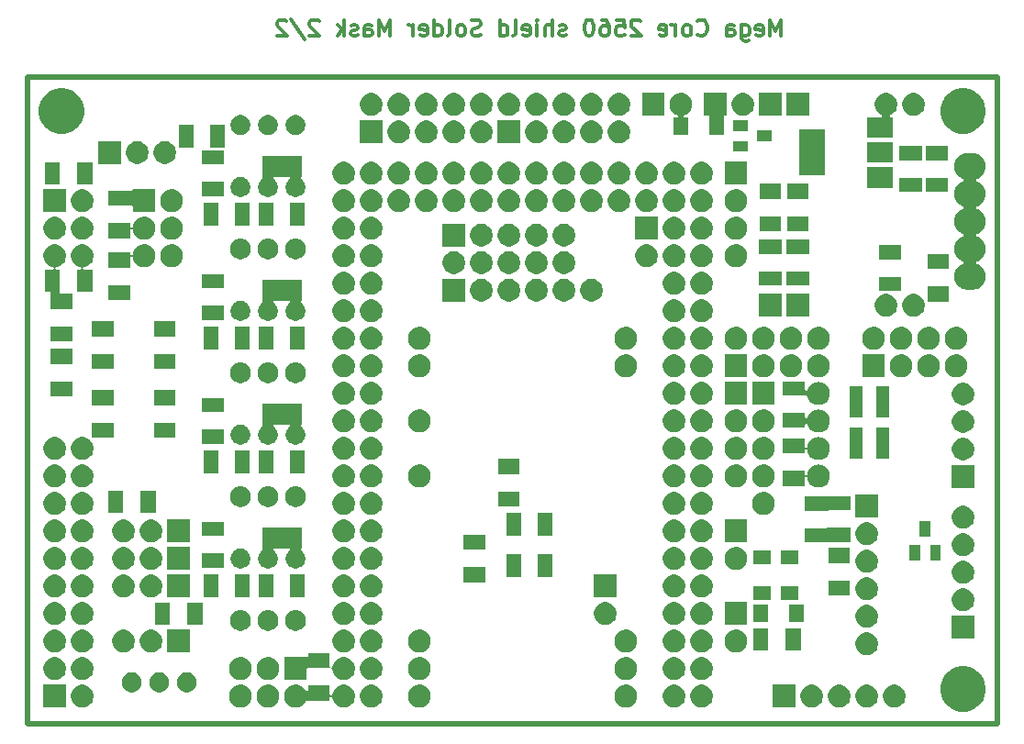
<source format=gbr>
G04 #@! TF.GenerationSoftware,KiCad,Pcbnew,(5.1.5)-3*
G04 #@! TF.CreationDate,2020-06-20T18:26:06+02:00*
G04 #@! TF.ProjectId,Mega_2560 core mini_full_2.2,4d656761-5f32-4353-9630-20636f726520,2.2*
G04 #@! TF.SameCoordinates,Original*
G04 #@! TF.FileFunction,Soldermask,Bot*
G04 #@! TF.FilePolarity,Negative*
%FSLAX46Y46*%
G04 Gerber Fmt 4.6, Leading zero omitted, Abs format (unit mm)*
G04 Created by KiCad (PCBNEW (5.1.5)-3) date 2020-06-20 18:26:06*
%MOMM*%
%LPD*%
G04 APERTURE LIST*
%ADD10C,0.500000*%
%ADD11C,0.300000*%
%ADD12C,0.100000*%
G04 APERTURE END LIST*
D10*
X140177520Y-61879480D02*
X140177520Y-121569480D01*
X229712520Y-61879480D02*
X140177520Y-61879480D01*
X229712520Y-121569480D02*
X229712520Y-61879480D01*
X140177520Y-121569480D02*
X229712520Y-121569480D01*
D11*
X209746805Y-58113051D02*
X209746805Y-56613051D01*
X209246805Y-57684480D01*
X208746805Y-56613051D01*
X208746805Y-58113051D01*
X207461091Y-58041622D02*
X207603948Y-58113051D01*
X207889662Y-58113051D01*
X208032520Y-58041622D01*
X208103948Y-57898765D01*
X208103948Y-57327337D01*
X208032520Y-57184480D01*
X207889662Y-57113051D01*
X207603948Y-57113051D01*
X207461091Y-57184480D01*
X207389662Y-57327337D01*
X207389662Y-57470194D01*
X208103948Y-57613051D01*
X206103948Y-57113051D02*
X206103948Y-58327337D01*
X206175377Y-58470194D01*
X206246805Y-58541622D01*
X206389662Y-58613051D01*
X206603948Y-58613051D01*
X206746805Y-58541622D01*
X206103948Y-58041622D02*
X206246805Y-58113051D01*
X206532520Y-58113051D01*
X206675377Y-58041622D01*
X206746805Y-57970194D01*
X206818234Y-57827337D01*
X206818234Y-57398765D01*
X206746805Y-57255908D01*
X206675377Y-57184480D01*
X206532520Y-57113051D01*
X206246805Y-57113051D01*
X206103948Y-57184480D01*
X204746805Y-58113051D02*
X204746805Y-57327337D01*
X204818234Y-57184480D01*
X204961091Y-57113051D01*
X205246805Y-57113051D01*
X205389662Y-57184480D01*
X204746805Y-58041622D02*
X204889662Y-58113051D01*
X205246805Y-58113051D01*
X205389662Y-58041622D01*
X205461091Y-57898765D01*
X205461091Y-57755908D01*
X205389662Y-57613051D01*
X205246805Y-57541622D01*
X204889662Y-57541622D01*
X204746805Y-57470194D01*
X202032520Y-57970194D02*
X202103948Y-58041622D01*
X202318234Y-58113051D01*
X202461091Y-58113051D01*
X202675377Y-58041622D01*
X202818234Y-57898765D01*
X202889662Y-57755908D01*
X202961091Y-57470194D01*
X202961091Y-57255908D01*
X202889662Y-56970194D01*
X202818234Y-56827337D01*
X202675377Y-56684480D01*
X202461091Y-56613051D01*
X202318234Y-56613051D01*
X202103948Y-56684480D01*
X202032520Y-56755908D01*
X201175377Y-58113051D02*
X201318234Y-58041622D01*
X201389662Y-57970194D01*
X201461091Y-57827337D01*
X201461091Y-57398765D01*
X201389662Y-57255908D01*
X201318234Y-57184480D01*
X201175377Y-57113051D01*
X200961091Y-57113051D01*
X200818234Y-57184480D01*
X200746805Y-57255908D01*
X200675377Y-57398765D01*
X200675377Y-57827337D01*
X200746805Y-57970194D01*
X200818234Y-58041622D01*
X200961091Y-58113051D01*
X201175377Y-58113051D01*
X200032520Y-58113051D02*
X200032520Y-57113051D01*
X200032520Y-57398765D02*
X199961091Y-57255908D01*
X199889662Y-57184480D01*
X199746805Y-57113051D01*
X199603948Y-57113051D01*
X198532520Y-58041622D02*
X198675377Y-58113051D01*
X198961091Y-58113051D01*
X199103948Y-58041622D01*
X199175377Y-57898765D01*
X199175377Y-57327337D01*
X199103948Y-57184480D01*
X198961091Y-57113051D01*
X198675377Y-57113051D01*
X198532520Y-57184480D01*
X198461091Y-57327337D01*
X198461091Y-57470194D01*
X199175377Y-57613051D01*
X196746805Y-56755908D02*
X196675377Y-56684480D01*
X196532520Y-56613051D01*
X196175377Y-56613051D01*
X196032520Y-56684480D01*
X195961091Y-56755908D01*
X195889662Y-56898765D01*
X195889662Y-57041622D01*
X195961091Y-57255908D01*
X196818234Y-58113051D01*
X195889662Y-58113051D01*
X194532520Y-56613051D02*
X195246805Y-56613051D01*
X195318234Y-57327337D01*
X195246805Y-57255908D01*
X195103948Y-57184480D01*
X194746805Y-57184480D01*
X194603948Y-57255908D01*
X194532520Y-57327337D01*
X194461091Y-57470194D01*
X194461091Y-57827337D01*
X194532520Y-57970194D01*
X194603948Y-58041622D01*
X194746805Y-58113051D01*
X195103948Y-58113051D01*
X195246805Y-58041622D01*
X195318234Y-57970194D01*
X193175377Y-56613051D02*
X193461091Y-56613051D01*
X193603948Y-56684480D01*
X193675377Y-56755908D01*
X193818234Y-56970194D01*
X193889662Y-57255908D01*
X193889662Y-57827337D01*
X193818234Y-57970194D01*
X193746805Y-58041622D01*
X193603948Y-58113051D01*
X193318234Y-58113051D01*
X193175377Y-58041622D01*
X193103948Y-57970194D01*
X193032520Y-57827337D01*
X193032520Y-57470194D01*
X193103948Y-57327337D01*
X193175377Y-57255908D01*
X193318234Y-57184480D01*
X193603948Y-57184480D01*
X193746805Y-57255908D01*
X193818234Y-57327337D01*
X193889662Y-57470194D01*
X192103948Y-56613051D02*
X191961091Y-56613051D01*
X191818234Y-56684480D01*
X191746805Y-56755908D01*
X191675377Y-56898765D01*
X191603948Y-57184480D01*
X191603948Y-57541622D01*
X191675377Y-57827337D01*
X191746805Y-57970194D01*
X191818234Y-58041622D01*
X191961091Y-58113051D01*
X192103948Y-58113051D01*
X192246805Y-58041622D01*
X192318234Y-57970194D01*
X192389662Y-57827337D01*
X192461091Y-57541622D01*
X192461091Y-57184480D01*
X192389662Y-56898765D01*
X192318234Y-56755908D01*
X192246805Y-56684480D01*
X192103948Y-56613051D01*
X189889662Y-58041622D02*
X189746805Y-58113051D01*
X189461091Y-58113051D01*
X189318234Y-58041622D01*
X189246805Y-57898765D01*
X189246805Y-57827337D01*
X189318234Y-57684480D01*
X189461091Y-57613051D01*
X189675377Y-57613051D01*
X189818234Y-57541622D01*
X189889662Y-57398765D01*
X189889662Y-57327337D01*
X189818234Y-57184480D01*
X189675377Y-57113051D01*
X189461091Y-57113051D01*
X189318234Y-57184480D01*
X188603948Y-58113051D02*
X188603948Y-56613051D01*
X187961091Y-58113051D02*
X187961091Y-57327337D01*
X188032520Y-57184480D01*
X188175377Y-57113051D01*
X188389662Y-57113051D01*
X188532520Y-57184480D01*
X188603948Y-57255908D01*
X187246805Y-58113051D02*
X187246805Y-57113051D01*
X187246805Y-56613051D02*
X187318234Y-56684480D01*
X187246805Y-56755908D01*
X187175377Y-56684480D01*
X187246805Y-56613051D01*
X187246805Y-56755908D01*
X185961091Y-58041622D02*
X186103948Y-58113051D01*
X186389662Y-58113051D01*
X186532520Y-58041622D01*
X186603948Y-57898765D01*
X186603948Y-57327337D01*
X186532520Y-57184480D01*
X186389662Y-57113051D01*
X186103948Y-57113051D01*
X185961091Y-57184480D01*
X185889662Y-57327337D01*
X185889662Y-57470194D01*
X186603948Y-57613051D01*
X185032520Y-58113051D02*
X185175377Y-58041622D01*
X185246805Y-57898765D01*
X185246805Y-56613051D01*
X183818234Y-58113051D02*
X183818234Y-56613051D01*
X183818234Y-58041622D02*
X183961091Y-58113051D01*
X184246805Y-58113051D01*
X184389662Y-58041622D01*
X184461091Y-57970194D01*
X184532520Y-57827337D01*
X184532520Y-57398765D01*
X184461091Y-57255908D01*
X184389662Y-57184480D01*
X184246805Y-57113051D01*
X183961091Y-57113051D01*
X183818234Y-57184480D01*
X182032520Y-58041622D02*
X181818234Y-58113051D01*
X181461091Y-58113051D01*
X181318234Y-58041622D01*
X181246805Y-57970194D01*
X181175377Y-57827337D01*
X181175377Y-57684480D01*
X181246805Y-57541622D01*
X181318234Y-57470194D01*
X181461091Y-57398765D01*
X181746805Y-57327337D01*
X181889662Y-57255908D01*
X181961091Y-57184480D01*
X182032520Y-57041622D01*
X182032520Y-56898765D01*
X181961091Y-56755908D01*
X181889662Y-56684480D01*
X181746805Y-56613051D01*
X181389662Y-56613051D01*
X181175377Y-56684480D01*
X180318234Y-58113051D02*
X180461091Y-58041622D01*
X180532520Y-57970194D01*
X180603948Y-57827337D01*
X180603948Y-57398765D01*
X180532520Y-57255908D01*
X180461091Y-57184480D01*
X180318234Y-57113051D01*
X180103948Y-57113051D01*
X179961091Y-57184480D01*
X179889662Y-57255908D01*
X179818234Y-57398765D01*
X179818234Y-57827337D01*
X179889662Y-57970194D01*
X179961091Y-58041622D01*
X180103948Y-58113051D01*
X180318234Y-58113051D01*
X178961091Y-58113051D02*
X179103948Y-58041622D01*
X179175377Y-57898765D01*
X179175377Y-56613051D01*
X177746805Y-58113051D02*
X177746805Y-56613051D01*
X177746805Y-58041622D02*
X177889662Y-58113051D01*
X178175377Y-58113051D01*
X178318234Y-58041622D01*
X178389662Y-57970194D01*
X178461091Y-57827337D01*
X178461091Y-57398765D01*
X178389662Y-57255908D01*
X178318234Y-57184480D01*
X178175377Y-57113051D01*
X177889662Y-57113051D01*
X177746805Y-57184480D01*
X176461091Y-58041622D02*
X176603948Y-58113051D01*
X176889662Y-58113051D01*
X177032520Y-58041622D01*
X177103948Y-57898765D01*
X177103948Y-57327337D01*
X177032520Y-57184480D01*
X176889662Y-57113051D01*
X176603948Y-57113051D01*
X176461091Y-57184480D01*
X176389662Y-57327337D01*
X176389662Y-57470194D01*
X177103948Y-57613051D01*
X175746805Y-58113051D02*
X175746805Y-57113051D01*
X175746805Y-57398765D02*
X175675377Y-57255908D01*
X175603948Y-57184480D01*
X175461091Y-57113051D01*
X175318234Y-57113051D01*
X173675377Y-58113051D02*
X173675377Y-56613051D01*
X173175377Y-57684480D01*
X172675377Y-56613051D01*
X172675377Y-58113051D01*
X171318234Y-58113051D02*
X171318234Y-57327337D01*
X171389662Y-57184480D01*
X171532520Y-57113051D01*
X171818234Y-57113051D01*
X171961091Y-57184480D01*
X171318234Y-58041622D02*
X171461091Y-58113051D01*
X171818234Y-58113051D01*
X171961091Y-58041622D01*
X172032520Y-57898765D01*
X172032520Y-57755908D01*
X171961091Y-57613051D01*
X171818234Y-57541622D01*
X171461091Y-57541622D01*
X171318234Y-57470194D01*
X170675377Y-58041622D02*
X170532520Y-58113051D01*
X170246805Y-58113051D01*
X170103948Y-58041622D01*
X170032520Y-57898765D01*
X170032520Y-57827337D01*
X170103948Y-57684480D01*
X170246805Y-57613051D01*
X170461091Y-57613051D01*
X170603948Y-57541622D01*
X170675377Y-57398765D01*
X170675377Y-57327337D01*
X170603948Y-57184480D01*
X170461091Y-57113051D01*
X170246805Y-57113051D01*
X170103948Y-57184480D01*
X169389662Y-58113051D02*
X169389662Y-56613051D01*
X169246805Y-57541622D02*
X168818234Y-58113051D01*
X168818234Y-57113051D02*
X169389662Y-57684480D01*
X167103948Y-56755908D02*
X167032520Y-56684480D01*
X166889662Y-56613051D01*
X166532520Y-56613051D01*
X166389662Y-56684480D01*
X166318234Y-56755908D01*
X166246805Y-56898765D01*
X166246805Y-57041622D01*
X166318234Y-57255908D01*
X167175377Y-58113051D01*
X166246805Y-58113051D01*
X164532520Y-56541622D02*
X165818234Y-58470194D01*
X164103948Y-56755908D02*
X164032520Y-56684480D01*
X163889662Y-56613051D01*
X163532520Y-56613051D01*
X163389662Y-56684480D01*
X163318234Y-56755908D01*
X163246805Y-56898765D01*
X163246805Y-57041622D01*
X163318234Y-57255908D01*
X164175377Y-58113051D01*
X163246805Y-58113051D01*
D12*
G36*
X227150066Y-116375181D02*
G01*
X227532241Y-116533483D01*
X227532243Y-116533484D01*
X227876192Y-116763303D01*
X228168697Y-117055808D01*
X228347694Y-117323697D01*
X228398517Y-117399759D01*
X228556819Y-117781934D01*
X228637520Y-118187647D01*
X228637520Y-118601313D01*
X228556819Y-119007026D01*
X228420656Y-119335752D01*
X228398516Y-119389203D01*
X228168697Y-119733152D01*
X227876192Y-120025657D01*
X227532243Y-120255476D01*
X227532242Y-120255477D01*
X227532241Y-120255477D01*
X227150066Y-120413779D01*
X226744353Y-120494480D01*
X226330687Y-120494480D01*
X225924974Y-120413779D01*
X225542799Y-120255477D01*
X225542798Y-120255477D01*
X225542797Y-120255476D01*
X225198848Y-120025657D01*
X224906343Y-119733152D01*
X224676524Y-119389203D01*
X224654384Y-119335752D01*
X224518221Y-119007026D01*
X224437520Y-118601313D01*
X224437520Y-118187647D01*
X224518221Y-117781934D01*
X224676523Y-117399759D01*
X224727346Y-117323697D01*
X224906343Y-117055808D01*
X225198848Y-116763303D01*
X225542797Y-116533484D01*
X225542799Y-116533483D01*
X225924974Y-116375181D01*
X226330687Y-116294480D01*
X226744353Y-116294480D01*
X227150066Y-116375181D01*
G37*
G36*
X199996207Y-117984507D02*
G01*
X200173794Y-118019830D01*
X200364882Y-118098982D01*
X200536856Y-118213891D01*
X200683109Y-118360144D01*
X200798018Y-118532118D01*
X200877170Y-118723206D01*
X200917520Y-118926064D01*
X200917520Y-119132896D01*
X200877170Y-119335754D01*
X200798018Y-119526842D01*
X200683109Y-119698816D01*
X200536856Y-119845069D01*
X200364882Y-119959978D01*
X200173794Y-120039130D01*
X199996207Y-120074453D01*
X199970937Y-120079480D01*
X199764103Y-120079480D01*
X199738833Y-120074453D01*
X199561246Y-120039130D01*
X199370158Y-119959978D01*
X199198184Y-119845069D01*
X199051931Y-119698816D01*
X198937022Y-119526842D01*
X198857870Y-119335754D01*
X198817520Y-119132896D01*
X198817520Y-118926064D01*
X198857870Y-118723206D01*
X198937022Y-118532118D01*
X199051931Y-118360144D01*
X199198184Y-118213891D01*
X199370158Y-118098982D01*
X199561246Y-118019830D01*
X199738833Y-117984507D01*
X199764103Y-117979480D01*
X199970937Y-117979480D01*
X199996207Y-117984507D01*
G37*
G36*
X211077520Y-120079480D02*
G01*
X208977520Y-120079480D01*
X208977520Y-117979480D01*
X211077520Y-117979480D01*
X211077520Y-120079480D01*
G37*
G36*
X212696207Y-117984507D02*
G01*
X212873794Y-118019830D01*
X213064882Y-118098982D01*
X213236856Y-118213891D01*
X213383109Y-118360144D01*
X213498018Y-118532118D01*
X213577170Y-118723206D01*
X213617520Y-118926064D01*
X213617520Y-119132896D01*
X213577170Y-119335754D01*
X213498018Y-119526842D01*
X213383109Y-119698816D01*
X213236856Y-119845069D01*
X213064882Y-119959978D01*
X212873794Y-120039130D01*
X212696207Y-120074453D01*
X212670937Y-120079480D01*
X212464103Y-120079480D01*
X212438833Y-120074453D01*
X212261246Y-120039130D01*
X212070158Y-119959978D01*
X211898184Y-119845069D01*
X211751931Y-119698816D01*
X211637022Y-119526842D01*
X211557870Y-119335754D01*
X211517520Y-119132896D01*
X211517520Y-118926064D01*
X211557870Y-118723206D01*
X211637022Y-118532118D01*
X211751931Y-118360144D01*
X211898184Y-118213891D01*
X212070158Y-118098982D01*
X212261246Y-118019830D01*
X212438833Y-117984507D01*
X212464103Y-117979480D01*
X212670937Y-117979480D01*
X212696207Y-117984507D01*
G37*
G36*
X215236207Y-117984507D02*
G01*
X215413794Y-118019830D01*
X215604882Y-118098982D01*
X215776856Y-118213891D01*
X215923109Y-118360144D01*
X216038018Y-118532118D01*
X216117170Y-118723206D01*
X216157520Y-118926064D01*
X216157520Y-119132896D01*
X216117170Y-119335754D01*
X216038018Y-119526842D01*
X215923109Y-119698816D01*
X215776856Y-119845069D01*
X215604882Y-119959978D01*
X215413794Y-120039130D01*
X215236207Y-120074453D01*
X215210937Y-120079480D01*
X215004103Y-120079480D01*
X214978833Y-120074453D01*
X214801246Y-120039130D01*
X214610158Y-119959978D01*
X214438184Y-119845069D01*
X214291931Y-119698816D01*
X214177022Y-119526842D01*
X214097870Y-119335754D01*
X214057520Y-119132896D01*
X214057520Y-118926064D01*
X214097870Y-118723206D01*
X214177022Y-118532118D01*
X214291931Y-118360144D01*
X214438184Y-118213891D01*
X214610158Y-118098982D01*
X214801246Y-118019830D01*
X214978833Y-117984507D01*
X215004103Y-117979480D01*
X215210937Y-117979480D01*
X215236207Y-117984507D01*
G37*
G36*
X217776207Y-117984507D02*
G01*
X217953794Y-118019830D01*
X218144882Y-118098982D01*
X218316856Y-118213891D01*
X218463109Y-118360144D01*
X218578018Y-118532118D01*
X218657170Y-118723206D01*
X218697520Y-118926064D01*
X218697520Y-119132896D01*
X218657170Y-119335754D01*
X218578018Y-119526842D01*
X218463109Y-119698816D01*
X218316856Y-119845069D01*
X218144882Y-119959978D01*
X217953794Y-120039130D01*
X217776207Y-120074453D01*
X217750937Y-120079480D01*
X217544103Y-120079480D01*
X217518833Y-120074453D01*
X217341246Y-120039130D01*
X217150158Y-119959978D01*
X216978184Y-119845069D01*
X216831931Y-119698816D01*
X216717022Y-119526842D01*
X216637870Y-119335754D01*
X216597520Y-119132896D01*
X216597520Y-118926064D01*
X216637870Y-118723206D01*
X216717022Y-118532118D01*
X216831931Y-118360144D01*
X216978184Y-118213891D01*
X217150158Y-118098982D01*
X217341246Y-118019830D01*
X217518833Y-117984507D01*
X217544103Y-117979480D01*
X217750937Y-117979480D01*
X217776207Y-117984507D01*
G37*
G36*
X172056207Y-117984507D02*
G01*
X172233794Y-118019830D01*
X172424882Y-118098982D01*
X172596856Y-118213891D01*
X172743109Y-118360144D01*
X172858018Y-118532118D01*
X172937170Y-118723206D01*
X172977520Y-118926064D01*
X172977520Y-119132896D01*
X172937170Y-119335754D01*
X172858018Y-119526842D01*
X172743109Y-119698816D01*
X172596856Y-119845069D01*
X172424882Y-119959978D01*
X172233794Y-120039130D01*
X172056207Y-120074453D01*
X172030937Y-120079480D01*
X171824103Y-120079480D01*
X171798833Y-120074453D01*
X171621246Y-120039130D01*
X171430158Y-119959978D01*
X171258184Y-119845069D01*
X171111931Y-119698816D01*
X170997022Y-119526842D01*
X170917870Y-119335754D01*
X170877520Y-119132896D01*
X170877520Y-118926064D01*
X170917870Y-118723206D01*
X170997022Y-118532118D01*
X171111931Y-118360144D01*
X171258184Y-118213891D01*
X171430158Y-118098982D01*
X171621246Y-118019830D01*
X171798833Y-117984507D01*
X171824103Y-117979480D01*
X172030937Y-117979480D01*
X172056207Y-117984507D01*
G37*
G36*
X202536207Y-117984507D02*
G01*
X202713794Y-118019830D01*
X202904882Y-118098982D01*
X203076856Y-118213891D01*
X203223109Y-118360144D01*
X203338018Y-118532118D01*
X203417170Y-118723206D01*
X203457520Y-118926064D01*
X203457520Y-119132896D01*
X203417170Y-119335754D01*
X203338018Y-119526842D01*
X203223109Y-119698816D01*
X203076856Y-119845069D01*
X202904882Y-119959978D01*
X202713794Y-120039130D01*
X202536207Y-120074453D01*
X202510937Y-120079480D01*
X202304103Y-120079480D01*
X202278833Y-120074453D01*
X202101246Y-120039130D01*
X201910158Y-119959978D01*
X201738184Y-119845069D01*
X201591931Y-119698816D01*
X201477022Y-119526842D01*
X201397870Y-119335754D01*
X201357520Y-119132896D01*
X201357520Y-118926064D01*
X201397870Y-118723206D01*
X201477022Y-118532118D01*
X201591931Y-118360144D01*
X201738184Y-118213891D01*
X201910158Y-118098982D01*
X202101246Y-118019830D01*
X202278833Y-117984507D01*
X202304103Y-117979480D01*
X202510937Y-117979480D01*
X202536207Y-117984507D01*
G37*
G36*
X220316207Y-117984507D02*
G01*
X220493794Y-118019830D01*
X220684882Y-118098982D01*
X220856856Y-118213891D01*
X221003109Y-118360144D01*
X221118018Y-118532118D01*
X221197170Y-118723206D01*
X221237520Y-118926064D01*
X221237520Y-119132896D01*
X221197170Y-119335754D01*
X221118018Y-119526842D01*
X221003109Y-119698816D01*
X220856856Y-119845069D01*
X220684882Y-119959978D01*
X220493794Y-120039130D01*
X220316207Y-120074453D01*
X220290937Y-120079480D01*
X220084103Y-120079480D01*
X220058833Y-120074453D01*
X219881246Y-120039130D01*
X219690158Y-119959978D01*
X219518184Y-119845069D01*
X219371931Y-119698816D01*
X219257022Y-119526842D01*
X219177870Y-119335754D01*
X219137520Y-119132896D01*
X219137520Y-118926064D01*
X219177870Y-118723206D01*
X219257022Y-118532118D01*
X219371931Y-118360144D01*
X219518184Y-118213891D01*
X219690158Y-118098982D01*
X219881246Y-118019830D01*
X220058833Y-117984507D01*
X220084103Y-117979480D01*
X220290937Y-117979480D01*
X220316207Y-117984507D01*
G37*
G36*
X159991207Y-117984507D02*
G01*
X160168794Y-118019830D01*
X160359882Y-118098982D01*
X160531856Y-118213891D01*
X160678109Y-118360144D01*
X160793018Y-118532118D01*
X160872170Y-118723206D01*
X160912520Y-118926064D01*
X160912520Y-119132896D01*
X160872170Y-119335754D01*
X160793018Y-119526842D01*
X160678109Y-119698816D01*
X160531856Y-119845069D01*
X160359882Y-119959978D01*
X160168794Y-120039130D01*
X159991207Y-120074453D01*
X159965937Y-120079480D01*
X159759103Y-120079480D01*
X159733833Y-120074453D01*
X159556246Y-120039130D01*
X159365158Y-119959978D01*
X159193184Y-119845069D01*
X159046931Y-119698816D01*
X158932022Y-119526842D01*
X158852870Y-119335754D01*
X158812520Y-119132896D01*
X158812520Y-118926064D01*
X158852870Y-118723206D01*
X158932022Y-118532118D01*
X159046931Y-118360144D01*
X159193184Y-118213891D01*
X159365158Y-118098982D01*
X159556246Y-118019830D01*
X159733833Y-117984507D01*
X159759103Y-117979480D01*
X159965937Y-117979480D01*
X159991207Y-117984507D01*
G37*
G36*
X165071207Y-117984507D02*
G01*
X165248794Y-118019830D01*
X165439882Y-118098982D01*
X165611856Y-118213891D01*
X165758109Y-118360144D01*
X165872594Y-118531483D01*
X165888133Y-118550418D01*
X165907075Y-118565963D01*
X165928686Y-118577514D01*
X165952135Y-118584627D01*
X165976521Y-118587029D01*
X166000907Y-118584627D01*
X166024356Y-118577514D01*
X166045967Y-118565963D01*
X166064909Y-118550418D01*
X166080454Y-118531476D01*
X166092005Y-118509865D01*
X166099118Y-118486416D01*
X166101520Y-118462030D01*
X166101520Y-118051480D01*
X168101520Y-118051480D01*
X168101520Y-118843381D01*
X168103922Y-118867767D01*
X168111035Y-118891216D01*
X168122586Y-118912827D01*
X168138131Y-118931769D01*
X168157073Y-118947314D01*
X168178684Y-118958865D01*
X168202133Y-118965978D01*
X168226519Y-118968380D01*
X168250905Y-118965978D01*
X168274354Y-118958865D01*
X168295965Y-118947314D01*
X168314907Y-118931769D01*
X168330452Y-118912827D01*
X168342003Y-118891216D01*
X168349116Y-118867767D01*
X168377870Y-118723206D01*
X168457022Y-118532118D01*
X168571931Y-118360144D01*
X168718184Y-118213891D01*
X168890158Y-118098982D01*
X169081246Y-118019830D01*
X169258833Y-117984507D01*
X169284103Y-117979480D01*
X169490937Y-117979480D01*
X169516207Y-117984507D01*
X169693794Y-118019830D01*
X169884882Y-118098982D01*
X170056856Y-118213891D01*
X170203109Y-118360144D01*
X170318018Y-118532118D01*
X170397170Y-118723206D01*
X170437520Y-118926064D01*
X170437520Y-119132896D01*
X170397170Y-119335754D01*
X170318018Y-119526842D01*
X170203109Y-119698816D01*
X170056856Y-119845069D01*
X169884882Y-119959978D01*
X169693794Y-120039130D01*
X169516207Y-120074453D01*
X169490937Y-120079480D01*
X169284103Y-120079480D01*
X169258833Y-120074453D01*
X169081246Y-120039130D01*
X168890158Y-119959978D01*
X168718184Y-119845069D01*
X168571931Y-119698816D01*
X168457022Y-119526842D01*
X168377870Y-119335754D01*
X168349115Y-119191190D01*
X168342003Y-119167744D01*
X168330452Y-119146133D01*
X168314906Y-119127191D01*
X168295964Y-119111646D01*
X168274354Y-119100095D01*
X168250905Y-119092982D01*
X168226519Y-119090580D01*
X168202133Y-119092982D01*
X168178684Y-119100095D01*
X168157073Y-119111646D01*
X168138131Y-119127192D01*
X168122586Y-119146134D01*
X168111035Y-119167744D01*
X168103922Y-119191193D01*
X168101520Y-119215579D01*
X168101520Y-119451480D01*
X165987755Y-119451480D01*
X165963369Y-119453882D01*
X165939920Y-119460995D01*
X165918309Y-119472546D01*
X165899367Y-119488091D01*
X165883822Y-119507033D01*
X165874103Y-119525217D01*
X165873019Y-119526839D01*
X165873018Y-119526842D01*
X165758109Y-119698816D01*
X165611856Y-119845069D01*
X165439882Y-119959978D01*
X165248794Y-120039130D01*
X165071207Y-120074453D01*
X165045937Y-120079480D01*
X164839103Y-120079480D01*
X164813833Y-120074453D01*
X164636246Y-120039130D01*
X164445158Y-119959978D01*
X164273184Y-119845069D01*
X164126931Y-119698816D01*
X164012022Y-119526842D01*
X163932870Y-119335754D01*
X163892520Y-119132896D01*
X163892520Y-118926064D01*
X163932870Y-118723206D01*
X164012022Y-118532118D01*
X164126931Y-118360144D01*
X164273184Y-118213891D01*
X164445158Y-118098982D01*
X164636246Y-118019830D01*
X164813833Y-117984507D01*
X164839103Y-117979480D01*
X165045937Y-117979480D01*
X165071207Y-117984507D01*
G37*
G36*
X162531207Y-117984507D02*
G01*
X162708794Y-118019830D01*
X162899882Y-118098982D01*
X163071856Y-118213891D01*
X163218109Y-118360144D01*
X163333018Y-118532118D01*
X163412170Y-118723206D01*
X163452520Y-118926064D01*
X163452520Y-119132896D01*
X163412170Y-119335754D01*
X163333018Y-119526842D01*
X163218109Y-119698816D01*
X163071856Y-119845069D01*
X162899882Y-119959978D01*
X162708794Y-120039130D01*
X162531207Y-120074453D01*
X162505937Y-120079480D01*
X162299103Y-120079480D01*
X162273833Y-120074453D01*
X162096246Y-120039130D01*
X161905158Y-119959978D01*
X161733184Y-119845069D01*
X161586931Y-119698816D01*
X161472022Y-119526842D01*
X161392870Y-119335754D01*
X161352520Y-119132896D01*
X161352520Y-118926064D01*
X161392870Y-118723206D01*
X161472022Y-118532118D01*
X161586931Y-118360144D01*
X161733184Y-118213891D01*
X161905158Y-118098982D01*
X162096246Y-118019830D01*
X162273833Y-117984507D01*
X162299103Y-117979480D01*
X162505937Y-117979480D01*
X162531207Y-117984507D01*
G37*
G36*
X176501207Y-117984507D02*
G01*
X176678794Y-118019830D01*
X176869882Y-118098982D01*
X177041856Y-118213891D01*
X177188109Y-118360144D01*
X177303018Y-118532118D01*
X177382170Y-118723206D01*
X177422520Y-118926064D01*
X177422520Y-119132896D01*
X177382170Y-119335754D01*
X177303018Y-119526842D01*
X177188109Y-119698816D01*
X177041856Y-119845069D01*
X176869882Y-119959978D01*
X176678794Y-120039130D01*
X176501207Y-120074453D01*
X176475937Y-120079480D01*
X176269103Y-120079480D01*
X176243833Y-120074453D01*
X176066246Y-120039130D01*
X175875158Y-119959978D01*
X175703184Y-119845069D01*
X175556931Y-119698816D01*
X175442022Y-119526842D01*
X175362870Y-119335754D01*
X175322520Y-119132896D01*
X175322520Y-118926064D01*
X175362870Y-118723206D01*
X175442022Y-118532118D01*
X175556931Y-118360144D01*
X175703184Y-118213891D01*
X175875158Y-118098982D01*
X176066246Y-118019830D01*
X176243833Y-117984507D01*
X176269103Y-117979480D01*
X176475937Y-117979480D01*
X176501207Y-117984507D01*
G37*
G36*
X195551207Y-117984507D02*
G01*
X195728794Y-118019830D01*
X195919882Y-118098982D01*
X196091856Y-118213891D01*
X196238109Y-118360144D01*
X196353018Y-118532118D01*
X196432170Y-118723206D01*
X196472520Y-118926064D01*
X196472520Y-119132896D01*
X196432170Y-119335754D01*
X196353018Y-119526842D01*
X196238109Y-119698816D01*
X196091856Y-119845069D01*
X195919882Y-119959978D01*
X195728794Y-120039130D01*
X195551207Y-120074453D01*
X195525937Y-120079480D01*
X195319103Y-120079480D01*
X195293833Y-120074453D01*
X195116246Y-120039130D01*
X194925158Y-119959978D01*
X194753184Y-119845069D01*
X194606931Y-119698816D01*
X194492022Y-119526842D01*
X194412870Y-119335754D01*
X194372520Y-119132896D01*
X194372520Y-118926064D01*
X194412870Y-118723206D01*
X194492022Y-118532118D01*
X194606931Y-118360144D01*
X194753184Y-118213891D01*
X194925158Y-118098982D01*
X195116246Y-118019830D01*
X195293833Y-117984507D01*
X195319103Y-117979480D01*
X195525937Y-117979480D01*
X195551207Y-117984507D01*
G37*
G36*
X143767520Y-120079480D02*
G01*
X141667520Y-120079480D01*
X141667520Y-117979480D01*
X143767520Y-117979480D01*
X143767520Y-120079480D01*
G37*
G36*
X145386207Y-117984507D02*
G01*
X145563794Y-118019830D01*
X145754882Y-118098982D01*
X145926856Y-118213891D01*
X146073109Y-118360144D01*
X146188018Y-118532118D01*
X146267170Y-118723206D01*
X146307520Y-118926064D01*
X146307520Y-119132896D01*
X146267170Y-119335754D01*
X146188018Y-119526842D01*
X146073109Y-119698816D01*
X145926856Y-119845069D01*
X145754882Y-119959978D01*
X145563794Y-120039130D01*
X145386207Y-120074453D01*
X145360937Y-120079480D01*
X145154103Y-120079480D01*
X145128833Y-120074453D01*
X144951246Y-120039130D01*
X144760158Y-119959978D01*
X144588184Y-119845069D01*
X144441931Y-119698816D01*
X144327022Y-119526842D01*
X144247870Y-119335754D01*
X144207520Y-119132896D01*
X144207520Y-118926064D01*
X144247870Y-118723206D01*
X144327022Y-118532118D01*
X144441931Y-118360144D01*
X144588184Y-118213891D01*
X144760158Y-118098982D01*
X144951246Y-118019830D01*
X145128833Y-117984507D01*
X145154103Y-117979480D01*
X145360937Y-117979480D01*
X145386207Y-117984507D01*
G37*
G36*
X152637873Y-116874835D02*
G01*
X152805302Y-116944186D01*
X152805303Y-116944187D01*
X152955986Y-117044870D01*
X153084130Y-117173014D01*
X153084131Y-117173016D01*
X153184814Y-117323698D01*
X153254165Y-117491127D01*
X153289520Y-117668867D01*
X153289520Y-117850093D01*
X153254165Y-118027833D01*
X153184814Y-118195262D01*
X153184813Y-118195263D01*
X153084130Y-118345946D01*
X152955986Y-118474090D01*
X152902445Y-118509865D01*
X152805302Y-118574774D01*
X152637873Y-118644125D01*
X152460133Y-118679480D01*
X152278907Y-118679480D01*
X152101167Y-118644125D01*
X151933738Y-118574774D01*
X151836595Y-118509865D01*
X151783054Y-118474090D01*
X151654910Y-118345946D01*
X151554227Y-118195263D01*
X151554226Y-118195262D01*
X151484875Y-118027833D01*
X151449520Y-117850093D01*
X151449520Y-117668867D01*
X151484875Y-117491127D01*
X151554226Y-117323698D01*
X151654909Y-117173016D01*
X151654910Y-117173014D01*
X151783054Y-117044870D01*
X151933737Y-116944187D01*
X151933738Y-116944186D01*
X152101167Y-116874835D01*
X152278907Y-116839480D01*
X152460133Y-116839480D01*
X152637873Y-116874835D01*
G37*
G36*
X155177873Y-116874835D02*
G01*
X155345302Y-116944186D01*
X155345303Y-116944187D01*
X155495986Y-117044870D01*
X155624130Y-117173014D01*
X155624131Y-117173016D01*
X155724814Y-117323698D01*
X155794165Y-117491127D01*
X155829520Y-117668867D01*
X155829520Y-117850093D01*
X155794165Y-118027833D01*
X155724814Y-118195262D01*
X155724813Y-118195263D01*
X155624130Y-118345946D01*
X155495986Y-118474090D01*
X155442445Y-118509865D01*
X155345302Y-118574774D01*
X155177873Y-118644125D01*
X155000133Y-118679480D01*
X154818907Y-118679480D01*
X154641167Y-118644125D01*
X154473738Y-118574774D01*
X154376595Y-118509865D01*
X154323054Y-118474090D01*
X154194910Y-118345946D01*
X154094227Y-118195263D01*
X154094226Y-118195262D01*
X154024875Y-118027833D01*
X153989520Y-117850093D01*
X153989520Y-117668867D01*
X154024875Y-117491127D01*
X154094226Y-117323698D01*
X154194909Y-117173016D01*
X154194910Y-117173014D01*
X154323054Y-117044870D01*
X154473737Y-116944187D01*
X154473738Y-116944186D01*
X154641167Y-116874835D01*
X154818907Y-116839480D01*
X155000133Y-116839480D01*
X155177873Y-116874835D01*
G37*
G36*
X150097873Y-116874835D02*
G01*
X150265302Y-116944186D01*
X150265303Y-116944187D01*
X150415986Y-117044870D01*
X150544130Y-117173014D01*
X150544131Y-117173016D01*
X150644814Y-117323698D01*
X150714165Y-117491127D01*
X150749520Y-117668867D01*
X150749520Y-117850093D01*
X150714165Y-118027833D01*
X150644814Y-118195262D01*
X150644813Y-118195263D01*
X150544130Y-118345946D01*
X150415986Y-118474090D01*
X150362445Y-118509865D01*
X150265302Y-118574774D01*
X150097873Y-118644125D01*
X149920133Y-118679480D01*
X149738907Y-118679480D01*
X149561167Y-118644125D01*
X149393738Y-118574774D01*
X149296595Y-118509865D01*
X149243054Y-118474090D01*
X149114910Y-118345946D01*
X149014227Y-118195263D01*
X149014226Y-118195262D01*
X148944875Y-118027833D01*
X148909520Y-117850093D01*
X148909520Y-117668867D01*
X148944875Y-117491127D01*
X149014226Y-117323698D01*
X149114909Y-117173016D01*
X149114910Y-117173014D01*
X149243054Y-117044870D01*
X149393737Y-116944187D01*
X149393738Y-116944186D01*
X149561167Y-116874835D01*
X149738907Y-116839480D01*
X149920133Y-116839480D01*
X150097873Y-116874835D01*
G37*
G36*
X199996207Y-115444507D02*
G01*
X200173794Y-115479830D01*
X200364882Y-115558982D01*
X200536856Y-115673891D01*
X200683109Y-115820144D01*
X200798018Y-115992118D01*
X200877170Y-116183206D01*
X200905924Y-116327767D01*
X200915356Y-116375182D01*
X200917520Y-116386064D01*
X200917520Y-116592896D01*
X200877170Y-116795754D01*
X200798018Y-116986842D01*
X200683109Y-117158816D01*
X200536856Y-117305069D01*
X200364882Y-117419978D01*
X200173794Y-117499130D01*
X199996207Y-117534453D01*
X199970937Y-117539480D01*
X199764103Y-117539480D01*
X199738833Y-117534453D01*
X199561246Y-117499130D01*
X199370158Y-117419978D01*
X199198184Y-117305069D01*
X199051931Y-117158816D01*
X198937022Y-116986842D01*
X198857870Y-116795754D01*
X198817520Y-116592896D01*
X198817520Y-116386064D01*
X198819685Y-116375182D01*
X198829116Y-116327767D01*
X198857870Y-116183206D01*
X198937022Y-115992118D01*
X199051931Y-115820144D01*
X199198184Y-115673891D01*
X199370158Y-115558982D01*
X199561246Y-115479830D01*
X199738833Y-115444507D01*
X199764103Y-115439480D01*
X199970937Y-115439480D01*
X199996207Y-115444507D01*
G37*
G36*
X176501207Y-115444507D02*
G01*
X176678794Y-115479830D01*
X176869882Y-115558982D01*
X177041856Y-115673891D01*
X177188109Y-115820144D01*
X177303018Y-115992118D01*
X177382170Y-116183206D01*
X177410924Y-116327767D01*
X177420356Y-116375182D01*
X177422520Y-116386064D01*
X177422520Y-116592896D01*
X177382170Y-116795754D01*
X177303018Y-116986842D01*
X177188109Y-117158816D01*
X177041856Y-117305069D01*
X176869882Y-117419978D01*
X176678794Y-117499130D01*
X176501207Y-117534453D01*
X176475937Y-117539480D01*
X176269103Y-117539480D01*
X176243833Y-117534453D01*
X176066246Y-117499130D01*
X175875158Y-117419978D01*
X175703184Y-117305069D01*
X175556931Y-117158816D01*
X175442022Y-116986842D01*
X175362870Y-116795754D01*
X175322520Y-116592896D01*
X175322520Y-116386064D01*
X175324685Y-116375182D01*
X175334116Y-116327767D01*
X175362870Y-116183206D01*
X175442022Y-115992118D01*
X175556931Y-115820144D01*
X175703184Y-115673891D01*
X175875158Y-115558982D01*
X176066246Y-115479830D01*
X176243833Y-115444507D01*
X176269103Y-115439480D01*
X176475937Y-115439480D01*
X176501207Y-115444507D01*
G37*
G36*
X172056207Y-115444507D02*
G01*
X172233794Y-115479830D01*
X172424882Y-115558982D01*
X172596856Y-115673891D01*
X172743109Y-115820144D01*
X172858018Y-115992118D01*
X172937170Y-116183206D01*
X172965924Y-116327767D01*
X172975356Y-116375182D01*
X172977520Y-116386064D01*
X172977520Y-116592896D01*
X172937170Y-116795754D01*
X172858018Y-116986842D01*
X172743109Y-117158816D01*
X172596856Y-117305069D01*
X172424882Y-117419978D01*
X172233794Y-117499130D01*
X172056207Y-117534453D01*
X172030937Y-117539480D01*
X171824103Y-117539480D01*
X171798833Y-117534453D01*
X171621246Y-117499130D01*
X171430158Y-117419978D01*
X171258184Y-117305069D01*
X171111931Y-117158816D01*
X170997022Y-116986842D01*
X170917870Y-116795754D01*
X170877520Y-116592896D01*
X170877520Y-116386064D01*
X170879685Y-116375182D01*
X170889116Y-116327767D01*
X170917870Y-116183206D01*
X170997022Y-115992118D01*
X171111931Y-115820144D01*
X171258184Y-115673891D01*
X171430158Y-115558982D01*
X171621246Y-115479830D01*
X171798833Y-115444507D01*
X171824103Y-115439480D01*
X172030937Y-115439480D01*
X172056207Y-115444507D01*
G37*
G36*
X195551207Y-115444507D02*
G01*
X195728794Y-115479830D01*
X195919882Y-115558982D01*
X196091856Y-115673891D01*
X196238109Y-115820144D01*
X196353018Y-115992118D01*
X196432170Y-116183206D01*
X196460924Y-116327767D01*
X196470356Y-116375182D01*
X196472520Y-116386064D01*
X196472520Y-116592896D01*
X196432170Y-116795754D01*
X196353018Y-116986842D01*
X196238109Y-117158816D01*
X196091856Y-117305069D01*
X195919882Y-117419978D01*
X195728794Y-117499130D01*
X195551207Y-117534453D01*
X195525937Y-117539480D01*
X195319103Y-117539480D01*
X195293833Y-117534453D01*
X195116246Y-117499130D01*
X194925158Y-117419978D01*
X194753184Y-117305069D01*
X194606931Y-117158816D01*
X194492022Y-116986842D01*
X194412870Y-116795754D01*
X194372520Y-116592896D01*
X194372520Y-116386064D01*
X194374685Y-116375182D01*
X194384116Y-116327767D01*
X194412870Y-116183206D01*
X194492022Y-115992118D01*
X194606931Y-115820144D01*
X194753184Y-115673891D01*
X194925158Y-115558982D01*
X195116246Y-115479830D01*
X195293833Y-115444507D01*
X195319103Y-115439480D01*
X195525937Y-115439480D01*
X195551207Y-115444507D01*
G37*
G36*
X202536207Y-115444507D02*
G01*
X202713794Y-115479830D01*
X202904882Y-115558982D01*
X203076856Y-115673891D01*
X203223109Y-115820144D01*
X203338018Y-115992118D01*
X203417170Y-116183206D01*
X203445924Y-116327767D01*
X203455356Y-116375182D01*
X203457520Y-116386064D01*
X203457520Y-116592896D01*
X203417170Y-116795754D01*
X203338018Y-116986842D01*
X203223109Y-117158816D01*
X203076856Y-117305069D01*
X202904882Y-117419978D01*
X202713794Y-117499130D01*
X202536207Y-117534453D01*
X202510937Y-117539480D01*
X202304103Y-117539480D01*
X202278833Y-117534453D01*
X202101246Y-117499130D01*
X201910158Y-117419978D01*
X201738184Y-117305069D01*
X201591931Y-117158816D01*
X201477022Y-116986842D01*
X201397870Y-116795754D01*
X201357520Y-116592896D01*
X201357520Y-116386064D01*
X201359685Y-116375182D01*
X201369116Y-116327767D01*
X201397870Y-116183206D01*
X201477022Y-115992118D01*
X201591931Y-115820144D01*
X201738184Y-115673891D01*
X201910158Y-115558982D01*
X202101246Y-115479830D01*
X202278833Y-115444507D01*
X202304103Y-115439480D01*
X202510937Y-115439480D01*
X202536207Y-115444507D01*
G37*
G36*
X142846207Y-115444507D02*
G01*
X143023794Y-115479830D01*
X143214882Y-115558982D01*
X143386856Y-115673891D01*
X143533109Y-115820144D01*
X143648018Y-115992118D01*
X143727170Y-116183206D01*
X143755924Y-116327767D01*
X143765356Y-116375182D01*
X143767520Y-116386064D01*
X143767520Y-116592896D01*
X143727170Y-116795754D01*
X143648018Y-116986842D01*
X143533109Y-117158816D01*
X143386856Y-117305069D01*
X143214882Y-117419978D01*
X143023794Y-117499130D01*
X142846207Y-117534453D01*
X142820937Y-117539480D01*
X142614103Y-117539480D01*
X142588833Y-117534453D01*
X142411246Y-117499130D01*
X142220158Y-117419978D01*
X142048184Y-117305069D01*
X141901931Y-117158816D01*
X141787022Y-116986842D01*
X141707870Y-116795754D01*
X141667520Y-116592896D01*
X141667520Y-116386064D01*
X141669685Y-116375182D01*
X141679116Y-116327767D01*
X141707870Y-116183206D01*
X141787022Y-115992118D01*
X141901931Y-115820144D01*
X142048184Y-115673891D01*
X142220158Y-115558982D01*
X142411246Y-115479830D01*
X142588833Y-115444507D01*
X142614103Y-115439480D01*
X142820937Y-115439480D01*
X142846207Y-115444507D01*
G37*
G36*
X168101520Y-116303381D02*
G01*
X168103922Y-116327767D01*
X168111035Y-116351216D01*
X168122586Y-116372827D01*
X168138131Y-116391769D01*
X168157073Y-116407314D01*
X168178684Y-116418865D01*
X168202133Y-116425978D01*
X168226519Y-116428380D01*
X168250905Y-116425978D01*
X168274354Y-116418865D01*
X168295965Y-116407314D01*
X168314907Y-116391769D01*
X168330452Y-116372827D01*
X168342003Y-116351216D01*
X168349116Y-116327767D01*
X168377870Y-116183206D01*
X168457022Y-115992118D01*
X168571931Y-115820144D01*
X168718184Y-115673891D01*
X168890158Y-115558982D01*
X169081246Y-115479830D01*
X169258833Y-115444507D01*
X169284103Y-115439480D01*
X169490937Y-115439480D01*
X169516207Y-115444507D01*
X169693794Y-115479830D01*
X169884882Y-115558982D01*
X170056856Y-115673891D01*
X170203109Y-115820144D01*
X170318018Y-115992118D01*
X170397170Y-116183206D01*
X170425924Y-116327767D01*
X170435356Y-116375182D01*
X170437520Y-116386064D01*
X170437520Y-116592896D01*
X170397170Y-116795754D01*
X170318018Y-116986842D01*
X170203109Y-117158816D01*
X170056856Y-117305069D01*
X169884882Y-117419978D01*
X169693794Y-117499130D01*
X169516207Y-117534453D01*
X169490937Y-117539480D01*
X169284103Y-117539480D01*
X169258833Y-117534453D01*
X169081246Y-117499130D01*
X168890158Y-117419978D01*
X168718184Y-117305069D01*
X168571931Y-117158816D01*
X168457022Y-116986842D01*
X168377870Y-116795754D01*
X168337520Y-116592896D01*
X168337520Y-116576479D01*
X168335118Y-116552093D01*
X168328005Y-116528644D01*
X168316454Y-116507033D01*
X168300909Y-116488091D01*
X168281967Y-116472546D01*
X168260356Y-116460995D01*
X168236907Y-116453882D01*
X168212521Y-116451480D01*
X166117519Y-116451480D01*
X166093133Y-116453882D01*
X166069684Y-116460995D01*
X166048073Y-116472546D01*
X166029131Y-116488091D01*
X166013586Y-116507033D01*
X166002035Y-116528644D01*
X165994922Y-116552093D01*
X165992520Y-116576479D01*
X165992520Y-117539480D01*
X163892520Y-117539480D01*
X163892520Y-115439480D01*
X165976521Y-115439480D01*
X166000907Y-115437078D01*
X166024356Y-115429965D01*
X166045967Y-115418414D01*
X166064909Y-115402869D01*
X166080454Y-115383927D01*
X166092005Y-115362316D01*
X166099118Y-115338867D01*
X166101520Y-115314481D01*
X166101520Y-115051480D01*
X168101520Y-115051480D01*
X168101520Y-116303381D01*
G37*
G36*
X145386207Y-115444507D02*
G01*
X145563794Y-115479830D01*
X145754882Y-115558982D01*
X145926856Y-115673891D01*
X146073109Y-115820144D01*
X146188018Y-115992118D01*
X146267170Y-116183206D01*
X146295924Y-116327767D01*
X146305356Y-116375182D01*
X146307520Y-116386064D01*
X146307520Y-116592896D01*
X146267170Y-116795754D01*
X146188018Y-116986842D01*
X146073109Y-117158816D01*
X145926856Y-117305069D01*
X145754882Y-117419978D01*
X145563794Y-117499130D01*
X145386207Y-117534453D01*
X145360937Y-117539480D01*
X145154103Y-117539480D01*
X145128833Y-117534453D01*
X144951246Y-117499130D01*
X144760158Y-117419978D01*
X144588184Y-117305069D01*
X144441931Y-117158816D01*
X144327022Y-116986842D01*
X144247870Y-116795754D01*
X144207520Y-116592896D01*
X144207520Y-116386064D01*
X144209685Y-116375182D01*
X144219116Y-116327767D01*
X144247870Y-116183206D01*
X144327022Y-115992118D01*
X144441931Y-115820144D01*
X144588184Y-115673891D01*
X144760158Y-115558982D01*
X144951246Y-115479830D01*
X145128833Y-115444507D01*
X145154103Y-115439480D01*
X145360937Y-115439480D01*
X145386207Y-115444507D01*
G37*
G36*
X162531207Y-115444507D02*
G01*
X162708794Y-115479830D01*
X162899882Y-115558982D01*
X163071856Y-115673891D01*
X163218109Y-115820144D01*
X163333018Y-115992118D01*
X163412170Y-116183206D01*
X163440924Y-116327767D01*
X163450356Y-116375182D01*
X163452520Y-116386064D01*
X163452520Y-116592896D01*
X163412170Y-116795754D01*
X163333018Y-116986842D01*
X163218109Y-117158816D01*
X163071856Y-117305069D01*
X162899882Y-117419978D01*
X162708794Y-117499130D01*
X162531207Y-117534453D01*
X162505937Y-117539480D01*
X162299103Y-117539480D01*
X162273833Y-117534453D01*
X162096246Y-117499130D01*
X161905158Y-117419978D01*
X161733184Y-117305069D01*
X161586931Y-117158816D01*
X161472022Y-116986842D01*
X161392870Y-116795754D01*
X161352520Y-116592896D01*
X161352520Y-116386064D01*
X161354685Y-116375182D01*
X161364116Y-116327767D01*
X161392870Y-116183206D01*
X161472022Y-115992118D01*
X161586931Y-115820144D01*
X161733184Y-115673891D01*
X161905158Y-115558982D01*
X162096246Y-115479830D01*
X162273833Y-115444507D01*
X162299103Y-115439480D01*
X162505937Y-115439480D01*
X162531207Y-115444507D01*
G37*
G36*
X159991207Y-115444507D02*
G01*
X160168794Y-115479830D01*
X160359882Y-115558982D01*
X160531856Y-115673891D01*
X160678109Y-115820144D01*
X160793018Y-115992118D01*
X160872170Y-116183206D01*
X160900924Y-116327767D01*
X160910356Y-116375182D01*
X160912520Y-116386064D01*
X160912520Y-116592896D01*
X160872170Y-116795754D01*
X160793018Y-116986842D01*
X160678109Y-117158816D01*
X160531856Y-117305069D01*
X160359882Y-117419978D01*
X160168794Y-117499130D01*
X159991207Y-117534453D01*
X159965937Y-117539480D01*
X159759103Y-117539480D01*
X159733833Y-117534453D01*
X159556246Y-117499130D01*
X159365158Y-117419978D01*
X159193184Y-117305069D01*
X159046931Y-117158816D01*
X158932022Y-116986842D01*
X158852870Y-116795754D01*
X158812520Y-116592896D01*
X158812520Y-116386064D01*
X158814685Y-116375182D01*
X158824116Y-116327767D01*
X158852870Y-116183206D01*
X158932022Y-115992118D01*
X159046931Y-115820144D01*
X159193184Y-115673891D01*
X159365158Y-115558982D01*
X159556246Y-115479830D01*
X159733833Y-115444507D01*
X159759103Y-115439480D01*
X159965937Y-115439480D01*
X159991207Y-115444507D01*
G37*
G36*
X217776207Y-113158507D02*
G01*
X217953794Y-113193830D01*
X218144882Y-113272982D01*
X218316856Y-113387891D01*
X218463109Y-113534144D01*
X218578018Y-113706118D01*
X218657170Y-113897206D01*
X218697520Y-114100064D01*
X218697520Y-114306896D01*
X218657170Y-114509754D01*
X218578018Y-114700842D01*
X218463109Y-114872816D01*
X218316856Y-115019069D01*
X218144882Y-115133978D01*
X217953794Y-115213130D01*
X217776207Y-115248453D01*
X217750937Y-115253480D01*
X217544103Y-115253480D01*
X217518833Y-115248453D01*
X217341246Y-115213130D01*
X217150158Y-115133978D01*
X216978184Y-115019069D01*
X216831931Y-114872816D01*
X216717022Y-114700842D01*
X216637870Y-114509754D01*
X216597520Y-114306896D01*
X216597520Y-114100064D01*
X216637870Y-113897206D01*
X216717022Y-113706118D01*
X216831931Y-113534144D01*
X216978184Y-113387891D01*
X217150158Y-113272982D01*
X217341246Y-113193830D01*
X217518833Y-113158507D01*
X217544103Y-113153480D01*
X217750937Y-113153480D01*
X217776207Y-113158507D01*
G37*
G36*
X169516207Y-112904507D02*
G01*
X169693794Y-112939830D01*
X169884882Y-113018982D01*
X170056856Y-113133891D01*
X170203109Y-113280144D01*
X170318018Y-113452118D01*
X170397170Y-113643206D01*
X170437520Y-113846064D01*
X170437520Y-114052896D01*
X170397170Y-114255754D01*
X170318018Y-114446842D01*
X170203109Y-114618816D01*
X170056856Y-114765069D01*
X169884882Y-114879978D01*
X169693794Y-114959130D01*
X169516207Y-114994453D01*
X169490937Y-114999480D01*
X169284103Y-114999480D01*
X169258833Y-114994453D01*
X169081246Y-114959130D01*
X168890158Y-114879978D01*
X168718184Y-114765069D01*
X168571931Y-114618816D01*
X168457022Y-114446842D01*
X168377870Y-114255754D01*
X168337520Y-114052896D01*
X168337520Y-113846064D01*
X168377870Y-113643206D01*
X168457022Y-113452118D01*
X168571931Y-113280144D01*
X168718184Y-113133891D01*
X168890158Y-113018982D01*
X169081246Y-112939830D01*
X169258833Y-112904507D01*
X169284103Y-112899480D01*
X169490937Y-112899480D01*
X169516207Y-112904507D01*
G37*
G36*
X205711207Y-112904507D02*
G01*
X205888794Y-112939830D01*
X206079882Y-113018982D01*
X206251856Y-113133891D01*
X206398109Y-113280144D01*
X206513018Y-113452118D01*
X206592170Y-113643206D01*
X206632520Y-113846064D01*
X206632520Y-114052896D01*
X206592170Y-114255754D01*
X206513018Y-114446842D01*
X206398109Y-114618816D01*
X206251856Y-114765069D01*
X206079882Y-114879978D01*
X205888794Y-114959130D01*
X205711207Y-114994453D01*
X205685937Y-114999480D01*
X205479103Y-114999480D01*
X205453833Y-114994453D01*
X205276246Y-114959130D01*
X205085158Y-114879978D01*
X204913184Y-114765069D01*
X204766931Y-114618816D01*
X204652022Y-114446842D01*
X204572870Y-114255754D01*
X204532520Y-114052896D01*
X204532520Y-113846064D01*
X204572870Y-113643206D01*
X204652022Y-113452118D01*
X204766931Y-113280144D01*
X204913184Y-113133891D01*
X205085158Y-113018982D01*
X205276246Y-112939830D01*
X205453833Y-112904507D01*
X205479103Y-112899480D01*
X205685937Y-112899480D01*
X205711207Y-112904507D01*
G37*
G36*
X195551207Y-112904507D02*
G01*
X195728794Y-112939830D01*
X195919882Y-113018982D01*
X196091856Y-113133891D01*
X196238109Y-113280144D01*
X196353018Y-113452118D01*
X196432170Y-113643206D01*
X196472520Y-113846064D01*
X196472520Y-114052896D01*
X196432170Y-114255754D01*
X196353018Y-114446842D01*
X196238109Y-114618816D01*
X196091856Y-114765069D01*
X195919882Y-114879978D01*
X195728794Y-114959130D01*
X195551207Y-114994453D01*
X195525937Y-114999480D01*
X195319103Y-114999480D01*
X195293833Y-114994453D01*
X195116246Y-114959130D01*
X194925158Y-114879978D01*
X194753184Y-114765069D01*
X194606931Y-114618816D01*
X194492022Y-114446842D01*
X194412870Y-114255754D01*
X194372520Y-114052896D01*
X194372520Y-113846064D01*
X194412870Y-113643206D01*
X194492022Y-113452118D01*
X194606931Y-113280144D01*
X194753184Y-113133891D01*
X194925158Y-113018982D01*
X195116246Y-112939830D01*
X195293833Y-112904507D01*
X195319103Y-112899480D01*
X195525937Y-112899480D01*
X195551207Y-112904507D01*
G37*
G36*
X176501207Y-112904507D02*
G01*
X176678794Y-112939830D01*
X176869882Y-113018982D01*
X177041856Y-113133891D01*
X177188109Y-113280144D01*
X177303018Y-113452118D01*
X177382170Y-113643206D01*
X177422520Y-113846064D01*
X177422520Y-114052896D01*
X177382170Y-114255754D01*
X177303018Y-114446842D01*
X177188109Y-114618816D01*
X177041856Y-114765069D01*
X176869882Y-114879978D01*
X176678794Y-114959130D01*
X176501207Y-114994453D01*
X176475937Y-114999480D01*
X176269103Y-114999480D01*
X176243833Y-114994453D01*
X176066246Y-114959130D01*
X175875158Y-114879978D01*
X175703184Y-114765069D01*
X175556931Y-114618816D01*
X175442022Y-114446842D01*
X175362870Y-114255754D01*
X175322520Y-114052896D01*
X175322520Y-113846064D01*
X175362870Y-113643206D01*
X175442022Y-113452118D01*
X175556931Y-113280144D01*
X175703184Y-113133891D01*
X175875158Y-113018982D01*
X176066246Y-112939830D01*
X176243833Y-112904507D01*
X176269103Y-112899480D01*
X176475937Y-112899480D01*
X176501207Y-112904507D01*
G37*
G36*
X142846207Y-112904507D02*
G01*
X143023794Y-112939830D01*
X143214882Y-113018982D01*
X143386856Y-113133891D01*
X143533109Y-113280144D01*
X143648018Y-113452118D01*
X143727170Y-113643206D01*
X143767520Y-113846064D01*
X143767520Y-114052896D01*
X143727170Y-114255754D01*
X143648018Y-114446842D01*
X143533109Y-114618816D01*
X143386856Y-114765069D01*
X143214882Y-114879978D01*
X143023794Y-114959130D01*
X142846207Y-114994453D01*
X142820937Y-114999480D01*
X142614103Y-114999480D01*
X142588833Y-114994453D01*
X142411246Y-114959130D01*
X142220158Y-114879978D01*
X142048184Y-114765069D01*
X141901931Y-114618816D01*
X141787022Y-114446842D01*
X141707870Y-114255754D01*
X141667520Y-114052896D01*
X141667520Y-113846064D01*
X141707870Y-113643206D01*
X141787022Y-113452118D01*
X141901931Y-113280144D01*
X142048184Y-113133891D01*
X142220158Y-113018982D01*
X142411246Y-112939830D01*
X142588833Y-112904507D01*
X142614103Y-112899480D01*
X142820937Y-112899480D01*
X142846207Y-112904507D01*
G37*
G36*
X145386207Y-112904507D02*
G01*
X145563794Y-112939830D01*
X145754882Y-113018982D01*
X145926856Y-113133891D01*
X146073109Y-113280144D01*
X146188018Y-113452118D01*
X146267170Y-113643206D01*
X146307520Y-113846064D01*
X146307520Y-114052896D01*
X146267170Y-114255754D01*
X146188018Y-114446842D01*
X146073109Y-114618816D01*
X145926856Y-114765069D01*
X145754882Y-114879978D01*
X145563794Y-114959130D01*
X145386207Y-114994453D01*
X145360937Y-114999480D01*
X145154103Y-114999480D01*
X145128833Y-114994453D01*
X144951246Y-114959130D01*
X144760158Y-114879978D01*
X144588184Y-114765069D01*
X144441931Y-114618816D01*
X144327022Y-114446842D01*
X144247870Y-114255754D01*
X144207520Y-114052896D01*
X144207520Y-113846064D01*
X144247870Y-113643206D01*
X144327022Y-113452118D01*
X144441931Y-113280144D01*
X144588184Y-113133891D01*
X144760158Y-113018982D01*
X144951246Y-112939830D01*
X145128833Y-112904507D01*
X145154103Y-112899480D01*
X145360937Y-112899480D01*
X145386207Y-112904507D01*
G37*
G36*
X155197520Y-114999480D02*
G01*
X153097520Y-114999480D01*
X153097520Y-112899480D01*
X155197520Y-112899480D01*
X155197520Y-114999480D01*
G37*
G36*
X151736207Y-112904507D02*
G01*
X151913794Y-112939830D01*
X152104882Y-113018982D01*
X152276856Y-113133891D01*
X152423109Y-113280144D01*
X152538018Y-113452118D01*
X152617170Y-113643206D01*
X152657520Y-113846064D01*
X152657520Y-114052896D01*
X152617170Y-114255754D01*
X152538018Y-114446842D01*
X152423109Y-114618816D01*
X152276856Y-114765069D01*
X152104882Y-114879978D01*
X151913794Y-114959130D01*
X151736207Y-114994453D01*
X151710937Y-114999480D01*
X151504103Y-114999480D01*
X151478833Y-114994453D01*
X151301246Y-114959130D01*
X151110158Y-114879978D01*
X150938184Y-114765069D01*
X150791931Y-114618816D01*
X150677022Y-114446842D01*
X150597870Y-114255754D01*
X150557520Y-114052896D01*
X150557520Y-113846064D01*
X150597870Y-113643206D01*
X150677022Y-113452118D01*
X150791931Y-113280144D01*
X150938184Y-113133891D01*
X151110158Y-113018982D01*
X151301246Y-112939830D01*
X151478833Y-112904507D01*
X151504103Y-112899480D01*
X151710937Y-112899480D01*
X151736207Y-112904507D01*
G37*
G36*
X172056207Y-112904507D02*
G01*
X172233794Y-112939830D01*
X172424882Y-113018982D01*
X172596856Y-113133891D01*
X172743109Y-113280144D01*
X172858018Y-113452118D01*
X172937170Y-113643206D01*
X172977520Y-113846064D01*
X172977520Y-114052896D01*
X172937170Y-114255754D01*
X172858018Y-114446842D01*
X172743109Y-114618816D01*
X172596856Y-114765069D01*
X172424882Y-114879978D01*
X172233794Y-114959130D01*
X172056207Y-114994453D01*
X172030937Y-114999480D01*
X171824103Y-114999480D01*
X171798833Y-114994453D01*
X171621246Y-114959130D01*
X171430158Y-114879978D01*
X171258184Y-114765069D01*
X171111931Y-114618816D01*
X170997022Y-114446842D01*
X170917870Y-114255754D01*
X170877520Y-114052896D01*
X170877520Y-113846064D01*
X170917870Y-113643206D01*
X170997022Y-113452118D01*
X171111931Y-113280144D01*
X171258184Y-113133891D01*
X171430158Y-113018982D01*
X171621246Y-112939830D01*
X171798833Y-112904507D01*
X171824103Y-112899480D01*
X172030937Y-112899480D01*
X172056207Y-112904507D01*
G37*
G36*
X202536207Y-112904507D02*
G01*
X202713794Y-112939830D01*
X202904882Y-113018982D01*
X203076856Y-113133891D01*
X203223109Y-113280144D01*
X203338018Y-113452118D01*
X203417170Y-113643206D01*
X203457520Y-113846064D01*
X203457520Y-114052896D01*
X203417170Y-114255754D01*
X203338018Y-114446842D01*
X203223109Y-114618816D01*
X203076856Y-114765069D01*
X202904882Y-114879978D01*
X202713794Y-114959130D01*
X202536207Y-114994453D01*
X202510937Y-114999480D01*
X202304103Y-114999480D01*
X202278833Y-114994453D01*
X202101246Y-114959130D01*
X201910158Y-114879978D01*
X201738184Y-114765069D01*
X201591931Y-114618816D01*
X201477022Y-114446842D01*
X201397870Y-114255754D01*
X201357520Y-114052896D01*
X201357520Y-113846064D01*
X201397870Y-113643206D01*
X201477022Y-113452118D01*
X201591931Y-113280144D01*
X201738184Y-113133891D01*
X201910158Y-113018982D01*
X202101246Y-112939830D01*
X202278833Y-112904507D01*
X202304103Y-112899480D01*
X202510937Y-112899480D01*
X202536207Y-112904507D01*
G37*
G36*
X199996207Y-112904507D02*
G01*
X200173794Y-112939830D01*
X200364882Y-113018982D01*
X200536856Y-113133891D01*
X200683109Y-113280144D01*
X200798018Y-113452118D01*
X200877170Y-113643206D01*
X200917520Y-113846064D01*
X200917520Y-114052896D01*
X200877170Y-114255754D01*
X200798018Y-114446842D01*
X200683109Y-114618816D01*
X200536856Y-114765069D01*
X200364882Y-114879978D01*
X200173794Y-114959130D01*
X199996207Y-114994453D01*
X199970937Y-114999480D01*
X199764103Y-114999480D01*
X199738833Y-114994453D01*
X199561246Y-114959130D01*
X199370158Y-114879978D01*
X199198184Y-114765069D01*
X199051931Y-114618816D01*
X198937022Y-114446842D01*
X198857870Y-114255754D01*
X198817520Y-114052896D01*
X198817520Y-113846064D01*
X198857870Y-113643206D01*
X198937022Y-113452118D01*
X199051931Y-113280144D01*
X199198184Y-113133891D01*
X199370158Y-113018982D01*
X199561246Y-112939830D01*
X199738833Y-112904507D01*
X199764103Y-112899480D01*
X199970937Y-112899480D01*
X199996207Y-112904507D01*
G37*
G36*
X149196207Y-112904507D02*
G01*
X149373794Y-112939830D01*
X149564882Y-113018982D01*
X149736856Y-113133891D01*
X149883109Y-113280144D01*
X149998018Y-113452118D01*
X150077170Y-113643206D01*
X150117520Y-113846064D01*
X150117520Y-114052896D01*
X150077170Y-114255754D01*
X149998018Y-114446842D01*
X149883109Y-114618816D01*
X149736856Y-114765069D01*
X149564882Y-114879978D01*
X149373794Y-114959130D01*
X149196207Y-114994453D01*
X149170937Y-114999480D01*
X148964103Y-114999480D01*
X148938833Y-114994453D01*
X148761246Y-114959130D01*
X148570158Y-114879978D01*
X148398184Y-114765069D01*
X148251931Y-114618816D01*
X148137022Y-114446842D01*
X148057870Y-114255754D01*
X148017520Y-114052896D01*
X148017520Y-113846064D01*
X148057870Y-113643206D01*
X148137022Y-113452118D01*
X148251931Y-113280144D01*
X148398184Y-113133891D01*
X148570158Y-113018982D01*
X148761246Y-112939830D01*
X148938833Y-112904507D01*
X148964103Y-112899480D01*
X149170937Y-112899480D01*
X149196207Y-112904507D01*
G37*
G36*
X211568520Y-114822480D02*
G01*
X210168520Y-114822480D01*
X210168520Y-112822480D01*
X211568520Y-112822480D01*
X211568520Y-114822480D01*
G37*
G36*
X208568520Y-114822480D02*
G01*
X207168520Y-114822480D01*
X207168520Y-112822480D01*
X208568520Y-112822480D01*
X208568520Y-114822480D01*
G37*
G36*
X227587520Y-113729480D02*
G01*
X225487520Y-113729480D01*
X225487520Y-111629480D01*
X227587520Y-111629480D01*
X227587520Y-113729480D01*
G37*
G36*
X160143124Y-111119448D02*
G01*
X160214782Y-111149130D01*
X160318198Y-111191966D01*
X160318199Y-111191967D01*
X160475757Y-111297243D01*
X160609757Y-111431243D01*
X160695831Y-111560063D01*
X160715034Y-111588802D01*
X160731883Y-111629480D01*
X160787552Y-111763876D01*
X160824520Y-111949730D01*
X160824520Y-112139230D01*
X160787552Y-112325084D01*
X160752594Y-112409480D01*
X160715034Y-112500158D01*
X160715033Y-112500159D01*
X160609757Y-112657717D01*
X160475757Y-112791717D01*
X160344399Y-112879487D01*
X160318198Y-112896994D01*
X160143124Y-112969512D01*
X159957270Y-113006480D01*
X159767770Y-113006480D01*
X159581916Y-112969512D01*
X159406842Y-112896994D01*
X159380641Y-112879487D01*
X159249283Y-112791717D01*
X159115283Y-112657717D01*
X159010007Y-112500159D01*
X159010006Y-112500158D01*
X158972446Y-112409480D01*
X158937488Y-112325084D01*
X158900520Y-112139230D01*
X158900520Y-111949730D01*
X158937488Y-111763876D01*
X158993157Y-111629480D01*
X159010006Y-111588802D01*
X159029209Y-111560063D01*
X159115283Y-111431243D01*
X159249283Y-111297243D01*
X159406841Y-111191967D01*
X159406842Y-111191966D01*
X159510258Y-111149130D01*
X159581916Y-111119448D01*
X159767770Y-111082480D01*
X159957270Y-111082480D01*
X160143124Y-111119448D01*
G37*
G36*
X165223124Y-111119448D02*
G01*
X165294782Y-111149130D01*
X165398198Y-111191966D01*
X165398199Y-111191967D01*
X165555757Y-111297243D01*
X165689757Y-111431243D01*
X165775831Y-111560063D01*
X165795034Y-111588802D01*
X165811883Y-111629480D01*
X165867552Y-111763876D01*
X165904520Y-111949730D01*
X165904520Y-112139230D01*
X165867552Y-112325084D01*
X165832594Y-112409480D01*
X165795034Y-112500158D01*
X165795033Y-112500159D01*
X165689757Y-112657717D01*
X165555757Y-112791717D01*
X165424399Y-112879487D01*
X165398198Y-112896994D01*
X165223124Y-112969512D01*
X165037270Y-113006480D01*
X164847770Y-113006480D01*
X164661916Y-112969512D01*
X164486842Y-112896994D01*
X164460641Y-112879487D01*
X164329283Y-112791717D01*
X164195283Y-112657717D01*
X164090007Y-112500159D01*
X164090006Y-112500158D01*
X164052446Y-112409480D01*
X164017488Y-112325084D01*
X163980520Y-112139230D01*
X163980520Y-111949730D01*
X164017488Y-111763876D01*
X164073157Y-111629480D01*
X164090006Y-111588802D01*
X164109209Y-111560063D01*
X164195283Y-111431243D01*
X164329283Y-111297243D01*
X164486841Y-111191967D01*
X164486842Y-111191966D01*
X164590258Y-111149130D01*
X164661916Y-111119448D01*
X164847770Y-111082480D01*
X165037270Y-111082480D01*
X165223124Y-111119448D01*
G37*
G36*
X162683124Y-111119448D02*
G01*
X162754782Y-111149130D01*
X162858198Y-111191966D01*
X162858199Y-111191967D01*
X163015757Y-111297243D01*
X163149757Y-111431243D01*
X163235831Y-111560063D01*
X163255034Y-111588802D01*
X163271883Y-111629480D01*
X163327552Y-111763876D01*
X163364520Y-111949730D01*
X163364520Y-112139230D01*
X163327552Y-112325084D01*
X163292594Y-112409480D01*
X163255034Y-112500158D01*
X163255033Y-112500159D01*
X163149757Y-112657717D01*
X163015757Y-112791717D01*
X162884399Y-112879487D01*
X162858198Y-112896994D01*
X162683124Y-112969512D01*
X162497270Y-113006480D01*
X162307770Y-113006480D01*
X162121916Y-112969512D01*
X161946842Y-112896994D01*
X161920641Y-112879487D01*
X161789283Y-112791717D01*
X161655283Y-112657717D01*
X161550007Y-112500159D01*
X161550006Y-112500158D01*
X161512446Y-112409480D01*
X161477488Y-112325084D01*
X161440520Y-112139230D01*
X161440520Y-111949730D01*
X161477488Y-111763876D01*
X161533157Y-111629480D01*
X161550006Y-111588802D01*
X161569209Y-111560063D01*
X161655283Y-111431243D01*
X161789283Y-111297243D01*
X161946841Y-111191967D01*
X161946842Y-111191966D01*
X162050258Y-111149130D01*
X162121916Y-111119448D01*
X162307770Y-111082480D01*
X162497270Y-111082480D01*
X162683124Y-111119448D01*
G37*
G36*
X217776207Y-110618507D02*
G01*
X217953794Y-110653830D01*
X218144882Y-110732982D01*
X218316856Y-110847891D01*
X218463109Y-110994144D01*
X218578018Y-111166118D01*
X218657170Y-111357206D01*
X218697520Y-111560064D01*
X218697520Y-111766896D01*
X218657170Y-111969754D01*
X218578018Y-112160842D01*
X218463109Y-112332816D01*
X218316856Y-112479069D01*
X218144882Y-112593978D01*
X217953794Y-112673130D01*
X217776207Y-112708453D01*
X217750937Y-112713480D01*
X217544103Y-112713480D01*
X217518833Y-112708453D01*
X217341246Y-112673130D01*
X217150158Y-112593978D01*
X216978184Y-112479069D01*
X216831931Y-112332816D01*
X216717022Y-112160842D01*
X216637870Y-111969754D01*
X216597520Y-111766896D01*
X216597520Y-111560064D01*
X216637870Y-111357206D01*
X216717022Y-111166118D01*
X216831931Y-110994144D01*
X216978184Y-110847891D01*
X217150158Y-110732982D01*
X217341246Y-110653830D01*
X217518833Y-110618507D01*
X217544103Y-110613480D01*
X217750937Y-110613480D01*
X217776207Y-110618507D01*
G37*
G36*
X206632520Y-112459480D02*
G01*
X204532520Y-112459480D01*
X204532520Y-110359480D01*
X206632520Y-110359480D01*
X206632520Y-112459480D01*
G37*
G36*
X193646207Y-110364507D02*
G01*
X193823794Y-110399830D01*
X194014882Y-110478982D01*
X194186856Y-110593891D01*
X194333109Y-110740144D01*
X194448018Y-110912118D01*
X194527170Y-111103206D01*
X194544825Y-111191967D01*
X194565766Y-111297243D01*
X194567520Y-111306064D01*
X194567520Y-111512896D01*
X194527170Y-111715754D01*
X194448018Y-111906842D01*
X194333109Y-112078816D01*
X194186856Y-112225069D01*
X194014882Y-112339978D01*
X193823794Y-112419130D01*
X193646207Y-112454453D01*
X193620937Y-112459480D01*
X193414103Y-112459480D01*
X193388833Y-112454453D01*
X193211246Y-112419130D01*
X193020158Y-112339978D01*
X192848184Y-112225069D01*
X192701931Y-112078816D01*
X192587022Y-111906842D01*
X192507870Y-111715754D01*
X192467520Y-111512896D01*
X192467520Y-111306064D01*
X192469275Y-111297243D01*
X192490215Y-111191967D01*
X192507870Y-111103206D01*
X192587022Y-110912118D01*
X192701931Y-110740144D01*
X192848184Y-110593891D01*
X193020158Y-110478982D01*
X193211246Y-110399830D01*
X193388833Y-110364507D01*
X193414103Y-110359480D01*
X193620937Y-110359480D01*
X193646207Y-110364507D01*
G37*
G36*
X169516207Y-110364507D02*
G01*
X169693794Y-110399830D01*
X169884882Y-110478982D01*
X170056856Y-110593891D01*
X170203109Y-110740144D01*
X170318018Y-110912118D01*
X170397170Y-111103206D01*
X170414825Y-111191967D01*
X170435766Y-111297243D01*
X170437520Y-111306064D01*
X170437520Y-111512896D01*
X170397170Y-111715754D01*
X170318018Y-111906842D01*
X170203109Y-112078816D01*
X170056856Y-112225069D01*
X169884882Y-112339978D01*
X169693794Y-112419130D01*
X169516207Y-112454453D01*
X169490937Y-112459480D01*
X169284103Y-112459480D01*
X169258833Y-112454453D01*
X169081246Y-112419130D01*
X168890158Y-112339978D01*
X168718184Y-112225069D01*
X168571931Y-112078816D01*
X168457022Y-111906842D01*
X168377870Y-111715754D01*
X168337520Y-111512896D01*
X168337520Y-111306064D01*
X168339275Y-111297243D01*
X168360215Y-111191967D01*
X168377870Y-111103206D01*
X168457022Y-110912118D01*
X168571931Y-110740144D01*
X168718184Y-110593891D01*
X168890158Y-110478982D01*
X169081246Y-110399830D01*
X169258833Y-110364507D01*
X169284103Y-110359480D01*
X169490937Y-110359480D01*
X169516207Y-110364507D01*
G37*
G36*
X202536207Y-110364507D02*
G01*
X202713794Y-110399830D01*
X202904882Y-110478982D01*
X203076856Y-110593891D01*
X203223109Y-110740144D01*
X203338018Y-110912118D01*
X203417170Y-111103206D01*
X203434825Y-111191967D01*
X203455766Y-111297243D01*
X203457520Y-111306064D01*
X203457520Y-111512896D01*
X203417170Y-111715754D01*
X203338018Y-111906842D01*
X203223109Y-112078816D01*
X203076856Y-112225069D01*
X202904882Y-112339978D01*
X202713794Y-112419130D01*
X202536207Y-112454453D01*
X202510937Y-112459480D01*
X202304103Y-112459480D01*
X202278833Y-112454453D01*
X202101246Y-112419130D01*
X201910158Y-112339978D01*
X201738184Y-112225069D01*
X201591931Y-112078816D01*
X201477022Y-111906842D01*
X201397870Y-111715754D01*
X201357520Y-111512896D01*
X201357520Y-111306064D01*
X201359275Y-111297243D01*
X201380215Y-111191967D01*
X201397870Y-111103206D01*
X201477022Y-110912118D01*
X201591931Y-110740144D01*
X201738184Y-110593891D01*
X201910158Y-110478982D01*
X202101246Y-110399830D01*
X202278833Y-110364507D01*
X202304103Y-110359480D01*
X202510937Y-110359480D01*
X202536207Y-110364507D01*
G37*
G36*
X142846207Y-110364507D02*
G01*
X143023794Y-110399830D01*
X143214882Y-110478982D01*
X143386856Y-110593891D01*
X143533109Y-110740144D01*
X143648018Y-110912118D01*
X143727170Y-111103206D01*
X143744825Y-111191967D01*
X143765766Y-111297243D01*
X143767520Y-111306064D01*
X143767520Y-111512896D01*
X143727170Y-111715754D01*
X143648018Y-111906842D01*
X143533109Y-112078816D01*
X143386856Y-112225069D01*
X143214882Y-112339978D01*
X143023794Y-112419130D01*
X142846207Y-112454453D01*
X142820937Y-112459480D01*
X142614103Y-112459480D01*
X142588833Y-112454453D01*
X142411246Y-112419130D01*
X142220158Y-112339978D01*
X142048184Y-112225069D01*
X141901931Y-112078816D01*
X141787022Y-111906842D01*
X141707870Y-111715754D01*
X141667520Y-111512896D01*
X141667520Y-111306064D01*
X141669275Y-111297243D01*
X141690215Y-111191967D01*
X141707870Y-111103206D01*
X141787022Y-110912118D01*
X141901931Y-110740144D01*
X142048184Y-110593891D01*
X142220158Y-110478982D01*
X142411246Y-110399830D01*
X142588833Y-110364507D01*
X142614103Y-110359480D01*
X142820937Y-110359480D01*
X142846207Y-110364507D01*
G37*
G36*
X199996207Y-110364507D02*
G01*
X200173794Y-110399830D01*
X200364882Y-110478982D01*
X200536856Y-110593891D01*
X200683109Y-110740144D01*
X200798018Y-110912118D01*
X200877170Y-111103206D01*
X200894825Y-111191967D01*
X200915766Y-111297243D01*
X200917520Y-111306064D01*
X200917520Y-111512896D01*
X200877170Y-111715754D01*
X200798018Y-111906842D01*
X200683109Y-112078816D01*
X200536856Y-112225069D01*
X200364882Y-112339978D01*
X200173794Y-112419130D01*
X199996207Y-112454453D01*
X199970937Y-112459480D01*
X199764103Y-112459480D01*
X199738833Y-112454453D01*
X199561246Y-112419130D01*
X199370158Y-112339978D01*
X199198184Y-112225069D01*
X199051931Y-112078816D01*
X198937022Y-111906842D01*
X198857870Y-111715754D01*
X198817520Y-111512896D01*
X198817520Y-111306064D01*
X198819275Y-111297243D01*
X198840215Y-111191967D01*
X198857870Y-111103206D01*
X198937022Y-110912118D01*
X199051931Y-110740144D01*
X199198184Y-110593891D01*
X199370158Y-110478982D01*
X199561246Y-110399830D01*
X199738833Y-110364507D01*
X199764103Y-110359480D01*
X199970937Y-110359480D01*
X199996207Y-110364507D01*
G37*
G36*
X172056207Y-110364507D02*
G01*
X172233794Y-110399830D01*
X172424882Y-110478982D01*
X172596856Y-110593891D01*
X172743109Y-110740144D01*
X172858018Y-110912118D01*
X172937170Y-111103206D01*
X172954825Y-111191967D01*
X172975766Y-111297243D01*
X172977520Y-111306064D01*
X172977520Y-111512896D01*
X172937170Y-111715754D01*
X172858018Y-111906842D01*
X172743109Y-112078816D01*
X172596856Y-112225069D01*
X172424882Y-112339978D01*
X172233794Y-112419130D01*
X172056207Y-112454453D01*
X172030937Y-112459480D01*
X171824103Y-112459480D01*
X171798833Y-112454453D01*
X171621246Y-112419130D01*
X171430158Y-112339978D01*
X171258184Y-112225069D01*
X171111931Y-112078816D01*
X170997022Y-111906842D01*
X170917870Y-111715754D01*
X170877520Y-111512896D01*
X170877520Y-111306064D01*
X170879275Y-111297243D01*
X170900215Y-111191967D01*
X170917870Y-111103206D01*
X170997022Y-110912118D01*
X171111931Y-110740144D01*
X171258184Y-110593891D01*
X171430158Y-110478982D01*
X171621246Y-110399830D01*
X171798833Y-110364507D01*
X171824103Y-110359480D01*
X172030937Y-110359480D01*
X172056207Y-110364507D01*
G37*
G36*
X145386207Y-110364507D02*
G01*
X145563794Y-110399830D01*
X145754882Y-110478982D01*
X145926856Y-110593891D01*
X146073109Y-110740144D01*
X146188018Y-110912118D01*
X146267170Y-111103206D01*
X146284825Y-111191967D01*
X146305766Y-111297243D01*
X146307520Y-111306064D01*
X146307520Y-111512896D01*
X146267170Y-111715754D01*
X146188018Y-111906842D01*
X146073109Y-112078816D01*
X145926856Y-112225069D01*
X145754882Y-112339978D01*
X145563794Y-112419130D01*
X145386207Y-112454453D01*
X145360937Y-112459480D01*
X145154103Y-112459480D01*
X145128833Y-112454453D01*
X144951246Y-112419130D01*
X144760158Y-112339978D01*
X144588184Y-112225069D01*
X144441931Y-112078816D01*
X144327022Y-111906842D01*
X144247870Y-111715754D01*
X144207520Y-111512896D01*
X144207520Y-111306064D01*
X144209275Y-111297243D01*
X144230215Y-111191967D01*
X144247870Y-111103206D01*
X144327022Y-110912118D01*
X144441931Y-110740144D01*
X144588184Y-110593891D01*
X144760158Y-110478982D01*
X144951246Y-110399830D01*
X145128833Y-110364507D01*
X145154103Y-110359480D01*
X145360937Y-110359480D01*
X145386207Y-110364507D01*
G37*
G36*
X156347520Y-112409480D02*
G01*
X154947520Y-112409480D01*
X154947520Y-110409480D01*
X156347520Y-110409480D01*
X156347520Y-112409480D01*
G37*
G36*
X153347520Y-112409480D02*
G01*
X151947520Y-112409480D01*
X151947520Y-110409480D01*
X153347520Y-110409480D01*
X153347520Y-112409480D01*
G37*
G36*
X208519520Y-112209480D02*
G01*
X207219520Y-112209480D01*
X207219520Y-110609480D01*
X208519520Y-110609480D01*
X208519520Y-112209480D01*
G37*
G36*
X211819520Y-112209480D02*
G01*
X210519520Y-112209480D01*
X210519520Y-110609480D01*
X211819520Y-110609480D01*
X211819520Y-112209480D01*
G37*
G36*
X226666207Y-109094507D02*
G01*
X226843794Y-109129830D01*
X227034882Y-109208982D01*
X227206856Y-109323891D01*
X227353109Y-109470144D01*
X227468018Y-109642118D01*
X227547170Y-109833206D01*
X227587520Y-110036064D01*
X227587520Y-110242896D01*
X227547170Y-110445754D01*
X227468018Y-110636842D01*
X227353109Y-110808816D01*
X227206856Y-110955069D01*
X227034882Y-111069978D01*
X226843794Y-111149130D01*
X226666207Y-111184453D01*
X226640937Y-111189480D01*
X226434103Y-111189480D01*
X226408833Y-111184453D01*
X226231246Y-111149130D01*
X226040158Y-111069978D01*
X225868184Y-110955069D01*
X225721931Y-110808816D01*
X225607022Y-110636842D01*
X225527870Y-110445754D01*
X225487520Y-110242896D01*
X225487520Y-110036064D01*
X225527870Y-109833206D01*
X225607022Y-109642118D01*
X225721931Y-109470144D01*
X225868184Y-109323891D01*
X226040158Y-109208982D01*
X226231246Y-109129830D01*
X226408833Y-109094507D01*
X226434103Y-109089480D01*
X226640937Y-109089480D01*
X226666207Y-109094507D01*
G37*
G36*
X217776207Y-108078507D02*
G01*
X217953794Y-108113830D01*
X218144882Y-108192982D01*
X218316856Y-108307891D01*
X218463109Y-108454144D01*
X218578018Y-108626118D01*
X218657170Y-108817206D01*
X218697520Y-109020064D01*
X218697520Y-109226896D01*
X218657170Y-109429754D01*
X218578018Y-109620842D01*
X218463109Y-109792816D01*
X218316856Y-109939069D01*
X218144882Y-110053978D01*
X217953794Y-110133130D01*
X217776207Y-110168453D01*
X217750937Y-110173480D01*
X217544103Y-110173480D01*
X217518833Y-110168453D01*
X217341246Y-110133130D01*
X217150158Y-110053978D01*
X216978184Y-109939069D01*
X216831931Y-109792816D01*
X216717022Y-109620842D01*
X216637870Y-109429754D01*
X216597520Y-109226896D01*
X216597520Y-109020064D01*
X216637870Y-108817206D01*
X216717022Y-108626118D01*
X216831931Y-108454144D01*
X216978184Y-108307891D01*
X217150158Y-108192982D01*
X217341246Y-108113830D01*
X217518833Y-108078507D01*
X217544103Y-108073480D01*
X217750937Y-108073480D01*
X217776207Y-108078507D01*
G37*
G36*
X208795520Y-110153480D02*
G01*
X207195520Y-110153480D01*
X207195520Y-108853480D01*
X208795520Y-108853480D01*
X208795520Y-110153480D01*
G37*
G36*
X211335520Y-110153480D02*
G01*
X209735520Y-110153480D01*
X209735520Y-108853480D01*
X211335520Y-108853480D01*
X211335520Y-110153480D01*
G37*
G36*
X162872520Y-109919480D02*
G01*
X161572520Y-109919480D01*
X161572520Y-107819480D01*
X162872520Y-107819480D01*
X162872520Y-109919480D01*
G37*
G36*
X145386207Y-107824507D02*
G01*
X145563794Y-107859830D01*
X145754882Y-107938982D01*
X145926856Y-108053891D01*
X146073109Y-108200144D01*
X146188018Y-108372118D01*
X146267170Y-108563206D01*
X146307520Y-108766064D01*
X146307520Y-108972896D01*
X146267170Y-109175754D01*
X146188018Y-109366842D01*
X146073109Y-109538816D01*
X145926856Y-109685069D01*
X145754882Y-109799978D01*
X145563794Y-109879130D01*
X145386207Y-109914453D01*
X145360937Y-109919480D01*
X145154103Y-109919480D01*
X145128833Y-109914453D01*
X144951246Y-109879130D01*
X144760158Y-109799978D01*
X144588184Y-109685069D01*
X144441931Y-109538816D01*
X144327022Y-109366842D01*
X144247870Y-109175754D01*
X144207520Y-108972896D01*
X144207520Y-108766064D01*
X144247870Y-108563206D01*
X144327022Y-108372118D01*
X144441931Y-108200144D01*
X144588184Y-108053891D01*
X144760158Y-107938982D01*
X144951246Y-107859830D01*
X145128833Y-107824507D01*
X145154103Y-107819480D01*
X145360937Y-107819480D01*
X145386207Y-107824507D01*
G37*
G36*
X169516207Y-107824507D02*
G01*
X169693794Y-107859830D01*
X169884882Y-107938982D01*
X170056856Y-108053891D01*
X170203109Y-108200144D01*
X170318018Y-108372118D01*
X170397170Y-108563206D01*
X170437520Y-108766064D01*
X170437520Y-108972896D01*
X170397170Y-109175754D01*
X170318018Y-109366842D01*
X170203109Y-109538816D01*
X170056856Y-109685069D01*
X169884882Y-109799978D01*
X169693794Y-109879130D01*
X169516207Y-109914453D01*
X169490937Y-109919480D01*
X169284103Y-109919480D01*
X169258833Y-109914453D01*
X169081246Y-109879130D01*
X168890158Y-109799978D01*
X168718184Y-109685069D01*
X168571931Y-109538816D01*
X168457022Y-109366842D01*
X168377870Y-109175754D01*
X168337520Y-108972896D01*
X168337520Y-108766064D01*
X168377870Y-108563206D01*
X168457022Y-108372118D01*
X168571931Y-108200144D01*
X168718184Y-108053891D01*
X168890158Y-107938982D01*
X169081246Y-107859830D01*
X169258833Y-107824507D01*
X169284103Y-107819480D01*
X169490937Y-107819480D01*
X169516207Y-107824507D01*
G37*
G36*
X160692520Y-109919480D02*
G01*
X159392520Y-109919480D01*
X159392520Y-107819480D01*
X160692520Y-107819480D01*
X160692520Y-109919480D01*
G37*
G36*
X157792520Y-109919480D02*
G01*
X156492520Y-109919480D01*
X156492520Y-107819480D01*
X157792520Y-107819480D01*
X157792520Y-109919480D01*
G37*
G36*
X155197520Y-109919480D02*
G01*
X153097520Y-109919480D01*
X153097520Y-107819480D01*
X155197520Y-107819480D01*
X155197520Y-109919480D01*
G37*
G36*
X151736207Y-107824507D02*
G01*
X151913794Y-107859830D01*
X152104882Y-107938982D01*
X152276856Y-108053891D01*
X152423109Y-108200144D01*
X152538018Y-108372118D01*
X152617170Y-108563206D01*
X152657520Y-108766064D01*
X152657520Y-108972896D01*
X152617170Y-109175754D01*
X152538018Y-109366842D01*
X152423109Y-109538816D01*
X152276856Y-109685069D01*
X152104882Y-109799978D01*
X151913794Y-109879130D01*
X151736207Y-109914453D01*
X151710937Y-109919480D01*
X151504103Y-109919480D01*
X151478833Y-109914453D01*
X151301246Y-109879130D01*
X151110158Y-109799978D01*
X150938184Y-109685069D01*
X150791931Y-109538816D01*
X150677022Y-109366842D01*
X150597870Y-109175754D01*
X150557520Y-108972896D01*
X150557520Y-108766064D01*
X150597870Y-108563206D01*
X150677022Y-108372118D01*
X150791931Y-108200144D01*
X150938184Y-108053891D01*
X151110158Y-107938982D01*
X151301246Y-107859830D01*
X151478833Y-107824507D01*
X151504103Y-107819480D01*
X151710937Y-107819480D01*
X151736207Y-107824507D01*
G37*
G36*
X202536207Y-107824507D02*
G01*
X202713794Y-107859830D01*
X202904882Y-107938982D01*
X203076856Y-108053891D01*
X203223109Y-108200144D01*
X203338018Y-108372118D01*
X203417170Y-108563206D01*
X203457520Y-108766064D01*
X203457520Y-108972896D01*
X203417170Y-109175754D01*
X203338018Y-109366842D01*
X203223109Y-109538816D01*
X203076856Y-109685069D01*
X202904882Y-109799978D01*
X202713794Y-109879130D01*
X202536207Y-109914453D01*
X202510937Y-109919480D01*
X202304103Y-109919480D01*
X202278833Y-109914453D01*
X202101246Y-109879130D01*
X201910158Y-109799978D01*
X201738184Y-109685069D01*
X201591931Y-109538816D01*
X201477022Y-109366842D01*
X201397870Y-109175754D01*
X201357520Y-108972896D01*
X201357520Y-108766064D01*
X201397870Y-108563206D01*
X201477022Y-108372118D01*
X201591931Y-108200144D01*
X201738184Y-108053891D01*
X201910158Y-107938982D01*
X202101246Y-107859830D01*
X202278833Y-107824507D01*
X202304103Y-107819480D01*
X202510937Y-107819480D01*
X202536207Y-107824507D01*
G37*
G36*
X165772520Y-109919480D02*
G01*
X164472520Y-109919480D01*
X164472520Y-107819480D01*
X165772520Y-107819480D01*
X165772520Y-109919480D01*
G37*
G36*
X194567520Y-109919480D02*
G01*
X192467520Y-109919480D01*
X192467520Y-107819480D01*
X194567520Y-107819480D01*
X194567520Y-109919480D01*
G37*
G36*
X172056207Y-107824507D02*
G01*
X172233794Y-107859830D01*
X172424882Y-107938982D01*
X172596856Y-108053891D01*
X172743109Y-108200144D01*
X172858018Y-108372118D01*
X172937170Y-108563206D01*
X172977520Y-108766064D01*
X172977520Y-108972896D01*
X172937170Y-109175754D01*
X172858018Y-109366842D01*
X172743109Y-109538816D01*
X172596856Y-109685069D01*
X172424882Y-109799978D01*
X172233794Y-109879130D01*
X172056207Y-109914453D01*
X172030937Y-109919480D01*
X171824103Y-109919480D01*
X171798833Y-109914453D01*
X171621246Y-109879130D01*
X171430158Y-109799978D01*
X171258184Y-109685069D01*
X171111931Y-109538816D01*
X170997022Y-109366842D01*
X170917870Y-109175754D01*
X170877520Y-108972896D01*
X170877520Y-108766064D01*
X170917870Y-108563206D01*
X170997022Y-108372118D01*
X171111931Y-108200144D01*
X171258184Y-108053891D01*
X171430158Y-107938982D01*
X171621246Y-107859830D01*
X171798833Y-107824507D01*
X171824103Y-107819480D01*
X172030937Y-107819480D01*
X172056207Y-107824507D01*
G37*
G36*
X199996207Y-107824507D02*
G01*
X200173794Y-107859830D01*
X200364882Y-107938982D01*
X200536856Y-108053891D01*
X200683109Y-108200144D01*
X200798018Y-108372118D01*
X200877170Y-108563206D01*
X200917520Y-108766064D01*
X200917520Y-108972896D01*
X200877170Y-109175754D01*
X200798018Y-109366842D01*
X200683109Y-109538816D01*
X200536856Y-109685069D01*
X200364882Y-109799978D01*
X200173794Y-109879130D01*
X199996207Y-109914453D01*
X199970937Y-109919480D01*
X199764103Y-109919480D01*
X199738833Y-109914453D01*
X199561246Y-109879130D01*
X199370158Y-109799978D01*
X199198184Y-109685069D01*
X199051931Y-109538816D01*
X198937022Y-109366842D01*
X198857870Y-109175754D01*
X198817520Y-108972896D01*
X198817520Y-108766064D01*
X198857870Y-108563206D01*
X198937022Y-108372118D01*
X199051931Y-108200144D01*
X199198184Y-108053891D01*
X199370158Y-107938982D01*
X199561246Y-107859830D01*
X199738833Y-107824507D01*
X199764103Y-107819480D01*
X199970937Y-107819480D01*
X199996207Y-107824507D01*
G37*
G36*
X142846207Y-107824507D02*
G01*
X143023794Y-107859830D01*
X143214882Y-107938982D01*
X143386856Y-108053891D01*
X143533109Y-108200144D01*
X143648018Y-108372118D01*
X143727170Y-108563206D01*
X143767520Y-108766064D01*
X143767520Y-108972896D01*
X143727170Y-109175754D01*
X143648018Y-109366842D01*
X143533109Y-109538816D01*
X143386856Y-109685069D01*
X143214882Y-109799978D01*
X143023794Y-109879130D01*
X142846207Y-109914453D01*
X142820937Y-109919480D01*
X142614103Y-109919480D01*
X142588833Y-109914453D01*
X142411246Y-109879130D01*
X142220158Y-109799978D01*
X142048184Y-109685069D01*
X141901931Y-109538816D01*
X141787022Y-109366842D01*
X141707870Y-109175754D01*
X141667520Y-108972896D01*
X141667520Y-108766064D01*
X141707870Y-108563206D01*
X141787022Y-108372118D01*
X141901931Y-108200144D01*
X142048184Y-108053891D01*
X142220158Y-107938982D01*
X142411246Y-107859830D01*
X142588833Y-107824507D01*
X142614103Y-107819480D01*
X142820937Y-107819480D01*
X142846207Y-107824507D01*
G37*
G36*
X149196207Y-107824507D02*
G01*
X149373794Y-107859830D01*
X149564882Y-107938982D01*
X149736856Y-108053891D01*
X149883109Y-108200144D01*
X149998018Y-108372118D01*
X150077170Y-108563206D01*
X150117520Y-108766064D01*
X150117520Y-108972896D01*
X150077170Y-109175754D01*
X149998018Y-109366842D01*
X149883109Y-109538816D01*
X149736856Y-109685069D01*
X149564882Y-109799978D01*
X149373794Y-109879130D01*
X149196207Y-109914453D01*
X149170937Y-109919480D01*
X148964103Y-109919480D01*
X148938833Y-109914453D01*
X148761246Y-109879130D01*
X148570158Y-109799978D01*
X148398184Y-109685069D01*
X148251931Y-109538816D01*
X148137022Y-109366842D01*
X148057870Y-109175754D01*
X148017520Y-108972896D01*
X148017520Y-108766064D01*
X148057870Y-108563206D01*
X148137022Y-108372118D01*
X148251931Y-108200144D01*
X148398184Y-108053891D01*
X148570158Y-107938982D01*
X148761246Y-107859830D01*
X148938833Y-107824507D01*
X148964103Y-107819480D01*
X149170937Y-107819480D01*
X149196207Y-107824507D01*
G37*
G36*
X216107520Y-109775480D02*
G01*
X214107520Y-109775480D01*
X214107520Y-108375480D01*
X216107520Y-108375480D01*
X216107520Y-109775480D01*
G37*
G36*
X226666207Y-106554507D02*
G01*
X226843794Y-106589830D01*
X227034882Y-106668982D01*
X227206856Y-106783891D01*
X227353109Y-106930144D01*
X227468018Y-107102118D01*
X227547170Y-107293206D01*
X227587520Y-107496064D01*
X227587520Y-107702896D01*
X227547170Y-107905754D01*
X227468018Y-108096842D01*
X227353109Y-108268816D01*
X227206856Y-108415069D01*
X227034882Y-108529978D01*
X226843794Y-108609130D01*
X226666207Y-108644453D01*
X226640937Y-108649480D01*
X226434103Y-108649480D01*
X226408833Y-108644453D01*
X226231246Y-108609130D01*
X226040158Y-108529978D01*
X225868184Y-108415069D01*
X225721931Y-108268816D01*
X225607022Y-108096842D01*
X225527870Y-107905754D01*
X225487520Y-107702896D01*
X225487520Y-107496064D01*
X225527870Y-107293206D01*
X225607022Y-107102118D01*
X225721931Y-106930144D01*
X225868184Y-106783891D01*
X226040158Y-106668982D01*
X226231246Y-106589830D01*
X226408833Y-106554507D01*
X226434103Y-106549480D01*
X226640937Y-106549480D01*
X226666207Y-106554507D01*
G37*
G36*
X182452520Y-108529480D02*
G01*
X180452520Y-108529480D01*
X180452520Y-107129480D01*
X182452520Y-107129480D01*
X182452520Y-108529480D01*
G37*
G36*
X185732520Y-108014480D02*
G01*
X184432520Y-108014480D01*
X184432520Y-105914480D01*
X185732520Y-105914480D01*
X185732520Y-108014480D01*
G37*
G36*
X188632520Y-108014480D02*
G01*
X187332520Y-108014480D01*
X187332520Y-105914480D01*
X188632520Y-105914480D01*
X188632520Y-108014480D01*
G37*
G36*
X217762937Y-105535867D02*
G01*
X217953794Y-105573830D01*
X218144882Y-105652982D01*
X218316856Y-105767891D01*
X218463109Y-105914144D01*
X218578018Y-106086118D01*
X218657170Y-106277206D01*
X218697520Y-106480064D01*
X218697520Y-106686896D01*
X218657170Y-106889754D01*
X218578018Y-107080842D01*
X218463109Y-107252816D01*
X218316856Y-107399069D01*
X218144882Y-107513978D01*
X217953794Y-107593130D01*
X217776207Y-107628453D01*
X217750937Y-107633480D01*
X217544103Y-107633480D01*
X217518833Y-107628453D01*
X217341246Y-107593130D01*
X217150158Y-107513978D01*
X216978184Y-107399069D01*
X216831931Y-107252816D01*
X216717022Y-107080842D01*
X216637870Y-106889754D01*
X216597520Y-106686896D01*
X216597520Y-106480064D01*
X216637870Y-106277206D01*
X216717022Y-106086118D01*
X216831931Y-105914144D01*
X216978184Y-105767891D01*
X217150158Y-105652982D01*
X217341246Y-105573830D01*
X217532103Y-105535867D01*
X217544103Y-105533480D01*
X217750937Y-105533480D01*
X217762937Y-105535867D01*
G37*
G36*
X155197520Y-107379480D02*
G01*
X153097520Y-107379480D01*
X153097520Y-105279480D01*
X155197520Y-105279480D01*
X155197520Y-107379480D01*
G37*
G36*
X169516207Y-105284507D02*
G01*
X169693794Y-105319830D01*
X169884882Y-105398982D01*
X170056856Y-105513891D01*
X170203109Y-105660144D01*
X170318018Y-105832118D01*
X170397170Y-106023206D01*
X170437520Y-106226064D01*
X170437520Y-106432896D01*
X170397170Y-106635754D01*
X170318018Y-106826842D01*
X170203109Y-106998816D01*
X170056856Y-107145069D01*
X169884882Y-107259978D01*
X169693794Y-107339130D01*
X169516207Y-107374453D01*
X169490937Y-107379480D01*
X169284103Y-107379480D01*
X169258833Y-107374453D01*
X169081246Y-107339130D01*
X168890158Y-107259978D01*
X168718184Y-107145069D01*
X168571931Y-106998816D01*
X168457022Y-106826842D01*
X168377870Y-106635754D01*
X168337520Y-106432896D01*
X168337520Y-106226064D01*
X168377870Y-106023206D01*
X168457022Y-105832118D01*
X168571931Y-105660144D01*
X168718184Y-105513891D01*
X168890158Y-105398982D01*
X169081246Y-105319830D01*
X169258833Y-105284507D01*
X169284103Y-105279480D01*
X169490937Y-105279480D01*
X169516207Y-105284507D01*
G37*
G36*
X205711207Y-105284507D02*
G01*
X205888794Y-105319830D01*
X206079882Y-105398982D01*
X206251856Y-105513891D01*
X206398109Y-105660144D01*
X206513018Y-105832118D01*
X206592170Y-106023206D01*
X206632520Y-106226064D01*
X206632520Y-106432896D01*
X206592170Y-106635754D01*
X206513018Y-106826842D01*
X206398109Y-106998816D01*
X206251856Y-107145069D01*
X206079882Y-107259978D01*
X205888794Y-107339130D01*
X205711207Y-107374453D01*
X205685937Y-107379480D01*
X205479103Y-107379480D01*
X205453833Y-107374453D01*
X205276246Y-107339130D01*
X205085158Y-107259978D01*
X204913184Y-107145069D01*
X204766931Y-106998816D01*
X204652022Y-106826842D01*
X204572870Y-106635754D01*
X204532520Y-106432896D01*
X204532520Y-106226064D01*
X204572870Y-106023206D01*
X204652022Y-105832118D01*
X204766931Y-105660144D01*
X204913184Y-105513891D01*
X205085158Y-105398982D01*
X205276246Y-105319830D01*
X205453833Y-105284507D01*
X205479103Y-105279480D01*
X205685937Y-105279480D01*
X205711207Y-105284507D01*
G37*
G36*
X151736207Y-105284507D02*
G01*
X151913794Y-105319830D01*
X152104882Y-105398982D01*
X152276856Y-105513891D01*
X152423109Y-105660144D01*
X152538018Y-105832118D01*
X152617170Y-106023206D01*
X152657520Y-106226064D01*
X152657520Y-106432896D01*
X152617170Y-106635754D01*
X152538018Y-106826842D01*
X152423109Y-106998816D01*
X152276856Y-107145069D01*
X152104882Y-107259978D01*
X151913794Y-107339130D01*
X151736207Y-107374453D01*
X151710937Y-107379480D01*
X151504103Y-107379480D01*
X151478833Y-107374453D01*
X151301246Y-107339130D01*
X151110158Y-107259978D01*
X150938184Y-107145069D01*
X150791931Y-106998816D01*
X150677022Y-106826842D01*
X150597870Y-106635754D01*
X150557520Y-106432896D01*
X150557520Y-106226064D01*
X150597870Y-106023206D01*
X150677022Y-105832118D01*
X150791931Y-105660144D01*
X150938184Y-105513891D01*
X151110158Y-105398982D01*
X151301246Y-105319830D01*
X151478833Y-105284507D01*
X151504103Y-105279480D01*
X151710937Y-105279480D01*
X151736207Y-105284507D01*
G37*
G36*
X202536207Y-105284507D02*
G01*
X202713794Y-105319830D01*
X202904882Y-105398982D01*
X203076856Y-105513891D01*
X203223109Y-105660144D01*
X203338018Y-105832118D01*
X203417170Y-106023206D01*
X203457520Y-106226064D01*
X203457520Y-106432896D01*
X203417170Y-106635754D01*
X203338018Y-106826842D01*
X203223109Y-106998816D01*
X203076856Y-107145069D01*
X202904882Y-107259978D01*
X202713794Y-107339130D01*
X202536207Y-107374453D01*
X202510937Y-107379480D01*
X202304103Y-107379480D01*
X202278833Y-107374453D01*
X202101246Y-107339130D01*
X201910158Y-107259978D01*
X201738184Y-107145069D01*
X201591931Y-106998816D01*
X201477022Y-106826842D01*
X201397870Y-106635754D01*
X201357520Y-106432896D01*
X201357520Y-106226064D01*
X201397870Y-106023206D01*
X201477022Y-105832118D01*
X201591931Y-105660144D01*
X201738184Y-105513891D01*
X201910158Y-105398982D01*
X202101246Y-105319830D01*
X202278833Y-105284507D01*
X202304103Y-105279480D01*
X202510937Y-105279480D01*
X202536207Y-105284507D01*
G37*
G36*
X149196207Y-105284507D02*
G01*
X149373794Y-105319830D01*
X149564882Y-105398982D01*
X149736856Y-105513891D01*
X149883109Y-105660144D01*
X149998018Y-105832118D01*
X150077170Y-106023206D01*
X150117520Y-106226064D01*
X150117520Y-106432896D01*
X150077170Y-106635754D01*
X149998018Y-106826842D01*
X149883109Y-106998816D01*
X149736856Y-107145069D01*
X149564882Y-107259978D01*
X149373794Y-107339130D01*
X149196207Y-107374453D01*
X149170937Y-107379480D01*
X148964103Y-107379480D01*
X148938833Y-107374453D01*
X148761246Y-107339130D01*
X148570158Y-107259978D01*
X148398184Y-107145069D01*
X148251931Y-106998816D01*
X148137022Y-106826842D01*
X148057870Y-106635754D01*
X148017520Y-106432896D01*
X148017520Y-106226064D01*
X148057870Y-106023206D01*
X148137022Y-105832118D01*
X148251931Y-105660144D01*
X148398184Y-105513891D01*
X148570158Y-105398982D01*
X148761246Y-105319830D01*
X148938833Y-105284507D01*
X148964103Y-105279480D01*
X149170937Y-105279480D01*
X149196207Y-105284507D01*
G37*
G36*
X145386207Y-105284507D02*
G01*
X145563794Y-105319830D01*
X145754882Y-105398982D01*
X145926856Y-105513891D01*
X146073109Y-105660144D01*
X146188018Y-105832118D01*
X146267170Y-106023206D01*
X146307520Y-106226064D01*
X146307520Y-106432896D01*
X146267170Y-106635754D01*
X146188018Y-106826842D01*
X146073109Y-106998816D01*
X145926856Y-107145069D01*
X145754882Y-107259978D01*
X145563794Y-107339130D01*
X145386207Y-107374453D01*
X145360937Y-107379480D01*
X145154103Y-107379480D01*
X145128833Y-107374453D01*
X144951246Y-107339130D01*
X144760158Y-107259978D01*
X144588184Y-107145069D01*
X144441931Y-106998816D01*
X144327022Y-106826842D01*
X144247870Y-106635754D01*
X144207520Y-106432896D01*
X144207520Y-106226064D01*
X144247870Y-106023206D01*
X144327022Y-105832118D01*
X144441931Y-105660144D01*
X144588184Y-105513891D01*
X144760158Y-105398982D01*
X144951246Y-105319830D01*
X145128833Y-105284507D01*
X145154103Y-105279480D01*
X145360937Y-105279480D01*
X145386207Y-105284507D01*
G37*
G36*
X142846207Y-105284507D02*
G01*
X143023794Y-105319830D01*
X143214882Y-105398982D01*
X143386856Y-105513891D01*
X143533109Y-105660144D01*
X143648018Y-105832118D01*
X143727170Y-106023206D01*
X143767520Y-106226064D01*
X143767520Y-106432896D01*
X143727170Y-106635754D01*
X143648018Y-106826842D01*
X143533109Y-106998816D01*
X143386856Y-107145069D01*
X143214882Y-107259978D01*
X143023794Y-107339130D01*
X142846207Y-107374453D01*
X142820937Y-107379480D01*
X142614103Y-107379480D01*
X142588833Y-107374453D01*
X142411246Y-107339130D01*
X142220158Y-107259978D01*
X142048184Y-107145069D01*
X141901931Y-106998816D01*
X141787022Y-106826842D01*
X141707870Y-106635754D01*
X141667520Y-106432896D01*
X141667520Y-106226064D01*
X141707870Y-106023206D01*
X141787022Y-105832118D01*
X141901931Y-105660144D01*
X142048184Y-105513891D01*
X142220158Y-105398982D01*
X142411246Y-105319830D01*
X142588833Y-105284507D01*
X142614103Y-105279480D01*
X142820937Y-105279480D01*
X142846207Y-105284507D01*
G37*
G36*
X199996207Y-105284507D02*
G01*
X200173794Y-105319830D01*
X200364882Y-105398982D01*
X200536856Y-105513891D01*
X200683109Y-105660144D01*
X200798018Y-105832118D01*
X200877170Y-106023206D01*
X200917520Y-106226064D01*
X200917520Y-106432896D01*
X200877170Y-106635754D01*
X200798018Y-106826842D01*
X200683109Y-106998816D01*
X200536856Y-107145069D01*
X200364882Y-107259978D01*
X200173794Y-107339130D01*
X199996207Y-107374453D01*
X199970937Y-107379480D01*
X199764103Y-107379480D01*
X199738833Y-107374453D01*
X199561246Y-107339130D01*
X199370158Y-107259978D01*
X199198184Y-107145069D01*
X199051931Y-106998816D01*
X198937022Y-106826842D01*
X198857870Y-106635754D01*
X198817520Y-106432896D01*
X198817520Y-106226064D01*
X198857870Y-106023206D01*
X198937022Y-105832118D01*
X199051931Y-105660144D01*
X199198184Y-105513891D01*
X199370158Y-105398982D01*
X199561246Y-105319830D01*
X199738833Y-105284507D01*
X199764103Y-105279480D01*
X199970937Y-105279480D01*
X199996207Y-105284507D01*
G37*
G36*
X172056207Y-105284507D02*
G01*
X172233794Y-105319830D01*
X172424882Y-105398982D01*
X172596856Y-105513891D01*
X172743109Y-105660144D01*
X172858018Y-105832118D01*
X172937170Y-106023206D01*
X172977520Y-106226064D01*
X172977520Y-106432896D01*
X172937170Y-106635754D01*
X172858018Y-106826842D01*
X172743109Y-106998816D01*
X172596856Y-107145069D01*
X172424882Y-107259978D01*
X172233794Y-107339130D01*
X172056207Y-107374453D01*
X172030937Y-107379480D01*
X171824103Y-107379480D01*
X171798833Y-107374453D01*
X171621246Y-107339130D01*
X171430158Y-107259978D01*
X171258184Y-107145069D01*
X171111931Y-106998816D01*
X170997022Y-106826842D01*
X170917870Y-106635754D01*
X170877520Y-106432896D01*
X170877520Y-106226064D01*
X170917870Y-106023206D01*
X170997022Y-105832118D01*
X171111931Y-105660144D01*
X171258184Y-105513891D01*
X171430158Y-105398982D01*
X171621246Y-105319830D01*
X171798833Y-105284507D01*
X171824103Y-105279480D01*
X172030937Y-105279480D01*
X172056207Y-105284507D01*
G37*
G36*
X160130873Y-105444835D02*
G01*
X160298302Y-105514186D01*
X160357109Y-105553480D01*
X160448986Y-105614870D01*
X160577130Y-105743014D01*
X160577131Y-105743016D01*
X160677814Y-105893698D01*
X160747165Y-106061127D01*
X160782520Y-106238867D01*
X160782520Y-106420093D01*
X160747165Y-106597833D01*
X160677814Y-106765262D01*
X160665366Y-106783891D01*
X160577130Y-106915946D01*
X160448986Y-107044090D01*
X160393986Y-107080840D01*
X160298302Y-107144774D01*
X160130873Y-107214125D01*
X159953133Y-107249480D01*
X159771907Y-107249480D01*
X159594167Y-107214125D01*
X159426738Y-107144774D01*
X159331054Y-107080840D01*
X159276054Y-107044090D01*
X159147910Y-106915946D01*
X159059674Y-106783891D01*
X159047226Y-106765262D01*
X158977875Y-106597833D01*
X158942520Y-106420093D01*
X158942520Y-106238867D01*
X158977875Y-106061127D01*
X159047226Y-105893698D01*
X159147909Y-105743016D01*
X159147910Y-105743014D01*
X159276054Y-105614870D01*
X159367931Y-105553480D01*
X159426738Y-105514186D01*
X159594167Y-105444835D01*
X159771907Y-105409480D01*
X159953133Y-105409480D01*
X160130873Y-105444835D01*
G37*
G36*
X165533680Y-105405470D02*
G01*
X165529796Y-105407546D01*
X165510854Y-105423091D01*
X165495309Y-105442033D01*
X165483758Y-105463644D01*
X165476645Y-105487093D01*
X165474243Y-105511479D01*
X165476645Y-105535865D01*
X165483758Y-105559314D01*
X165495309Y-105580925D01*
X165510854Y-105599867D01*
X165528293Y-105614178D01*
X165528983Y-105614868D01*
X165528986Y-105614870D01*
X165657130Y-105743014D01*
X165657131Y-105743016D01*
X165757814Y-105893698D01*
X165827165Y-106061127D01*
X165862520Y-106238867D01*
X165862520Y-106420093D01*
X165827165Y-106597833D01*
X165757814Y-106765262D01*
X165745366Y-106783891D01*
X165657130Y-106915946D01*
X165528986Y-107044090D01*
X165473986Y-107080840D01*
X165378302Y-107144774D01*
X165210873Y-107214125D01*
X165033133Y-107249480D01*
X164851907Y-107249480D01*
X164674167Y-107214125D01*
X164506738Y-107144774D01*
X164411054Y-107080840D01*
X164356054Y-107044090D01*
X164227910Y-106915946D01*
X164139674Y-106783891D01*
X164127226Y-106765262D01*
X164057875Y-106597833D01*
X164022520Y-106420093D01*
X164022520Y-106238867D01*
X164057875Y-106061127D01*
X164127226Y-105893698D01*
X164227909Y-105743016D01*
X164227910Y-105743014D01*
X164356054Y-105614870D01*
X164356057Y-105614868D01*
X164356748Y-105614177D01*
X164374184Y-105599868D01*
X164389730Y-105580927D01*
X164401281Y-105559316D01*
X164408395Y-105535867D01*
X164410797Y-105511481D01*
X164408396Y-105487095D01*
X164401283Y-105463646D01*
X164389732Y-105442035D01*
X164374187Y-105423093D01*
X164355246Y-105407547D01*
X164333635Y-105395996D01*
X164310186Y-105388882D01*
X164285798Y-105386480D01*
X163059242Y-105386480D01*
X163034856Y-105388882D01*
X163011407Y-105395995D01*
X162989796Y-105407546D01*
X162970854Y-105423091D01*
X162955309Y-105442033D01*
X162943758Y-105463644D01*
X162936645Y-105487093D01*
X162934243Y-105511479D01*
X162936645Y-105535865D01*
X162943758Y-105559314D01*
X162955309Y-105580925D01*
X162970854Y-105599867D01*
X162988293Y-105614178D01*
X162988983Y-105614868D01*
X162988986Y-105614870D01*
X163117130Y-105743014D01*
X163117131Y-105743016D01*
X163217814Y-105893698D01*
X163287165Y-106061127D01*
X163322520Y-106238867D01*
X163322520Y-106420093D01*
X163287165Y-106597833D01*
X163217814Y-106765262D01*
X163205366Y-106783891D01*
X163117130Y-106915946D01*
X162988986Y-107044090D01*
X162933986Y-107080840D01*
X162838302Y-107144774D01*
X162670873Y-107214125D01*
X162493133Y-107249480D01*
X162311907Y-107249480D01*
X162134167Y-107214125D01*
X161966738Y-107144774D01*
X161871054Y-107080840D01*
X161816054Y-107044090D01*
X161687910Y-106915946D01*
X161599674Y-106783891D01*
X161587226Y-106765262D01*
X161517875Y-106597833D01*
X161482520Y-106420093D01*
X161482520Y-106238867D01*
X161517875Y-106061127D01*
X161587226Y-105893698D01*
X161687909Y-105743016D01*
X161687910Y-105743014D01*
X161816054Y-105614870D01*
X161816057Y-105614868D01*
X161816059Y-105614866D01*
X161854867Y-105588935D01*
X161873809Y-105573390D01*
X161889354Y-105554448D01*
X161900905Y-105532837D01*
X161908018Y-105509388D01*
X161910420Y-105485003D01*
X161910420Y-103462480D01*
X165533680Y-103462480D01*
X165533680Y-105405470D01*
G37*
G36*
X158372520Y-107159480D02*
G01*
X156272520Y-107159480D01*
X156272520Y-105859480D01*
X158372520Y-105859480D01*
X158372520Y-107159480D01*
G37*
G36*
X208795520Y-106853480D02*
G01*
X207195520Y-106853480D01*
X207195520Y-105553480D01*
X208795520Y-105553480D01*
X208795520Y-106853480D01*
G37*
G36*
X211335520Y-106853480D02*
G01*
X209735520Y-106853480D01*
X209735520Y-105553480D01*
X211335520Y-105553480D01*
X211335520Y-106853480D01*
G37*
G36*
X216107520Y-106775480D02*
G01*
X214107520Y-106775480D01*
X214107520Y-105375480D01*
X216107520Y-105375480D01*
X216107520Y-106775480D01*
G37*
G36*
X222592520Y-106521480D02*
G01*
X221592520Y-106521480D01*
X221592520Y-105121480D01*
X222592520Y-105121480D01*
X222592520Y-106521480D01*
G37*
G36*
X224492520Y-106521480D02*
G01*
X223492520Y-106521480D01*
X223492520Y-105121480D01*
X224492520Y-105121480D01*
X224492520Y-106521480D01*
G37*
G36*
X226666207Y-104014507D02*
G01*
X226843794Y-104049830D01*
X227034882Y-104128982D01*
X227206856Y-104243891D01*
X227353109Y-104390144D01*
X227468018Y-104562118D01*
X227547170Y-104753206D01*
X227587520Y-104956064D01*
X227587520Y-105162896D01*
X227547170Y-105365754D01*
X227468018Y-105556842D01*
X227353109Y-105728816D01*
X227206856Y-105875069D01*
X227034882Y-105989978D01*
X226843794Y-106069130D01*
X226666207Y-106104453D01*
X226640937Y-106109480D01*
X226434103Y-106109480D01*
X226408833Y-106104453D01*
X226231246Y-106069130D01*
X226040158Y-105989978D01*
X225868184Y-105875069D01*
X225721931Y-105728816D01*
X225607022Y-105556842D01*
X225527870Y-105365754D01*
X225487520Y-105162896D01*
X225487520Y-104956064D01*
X225527870Y-104753206D01*
X225607022Y-104562118D01*
X225721931Y-104390144D01*
X225868184Y-104243891D01*
X226040158Y-104128982D01*
X226231246Y-104049830D01*
X226408833Y-104014507D01*
X226434103Y-104009480D01*
X226640937Y-104009480D01*
X226666207Y-104014507D01*
G37*
G36*
X182452520Y-105529480D02*
G01*
X180452520Y-105529480D01*
X180452520Y-104129480D01*
X182452520Y-104129480D01*
X182452520Y-105529480D01*
G37*
G36*
X217776207Y-102998507D02*
G01*
X217953794Y-103033830D01*
X218144882Y-103112982D01*
X218316856Y-103227891D01*
X218463109Y-103374144D01*
X218578018Y-103546118D01*
X218657170Y-103737206D01*
X218697520Y-103940064D01*
X218697520Y-104146896D01*
X218657170Y-104349754D01*
X218578018Y-104540842D01*
X218463109Y-104712816D01*
X218316856Y-104859069D01*
X218144882Y-104973978D01*
X217953794Y-105053130D01*
X217776207Y-105088453D01*
X217750937Y-105093480D01*
X217544103Y-105093480D01*
X217518833Y-105088453D01*
X217341246Y-105053130D01*
X217150158Y-104973978D01*
X216978184Y-104859069D01*
X216831931Y-104712816D01*
X216717022Y-104540842D01*
X216637870Y-104349754D01*
X216597520Y-104146896D01*
X216597520Y-103940064D01*
X216637870Y-103737206D01*
X216717022Y-103546118D01*
X216831931Y-103374144D01*
X216978184Y-103227891D01*
X217150158Y-103112982D01*
X217341246Y-103033830D01*
X217518833Y-102998507D01*
X217544103Y-102993480D01*
X217750937Y-102993480D01*
X217776207Y-102998507D01*
G37*
G36*
X199996207Y-102744507D02*
G01*
X200173794Y-102779830D01*
X200364882Y-102858982D01*
X200536856Y-102973891D01*
X200683109Y-103120144D01*
X200798018Y-103292118D01*
X200877170Y-103483206D01*
X200917520Y-103686064D01*
X200917520Y-103892896D01*
X200877170Y-104095754D01*
X200798018Y-104286842D01*
X200683109Y-104458816D01*
X200536856Y-104605069D01*
X200364882Y-104719978D01*
X200173794Y-104799130D01*
X199996207Y-104834453D01*
X199970937Y-104839480D01*
X199764103Y-104839480D01*
X199738833Y-104834453D01*
X199561246Y-104799130D01*
X199370158Y-104719978D01*
X199198184Y-104605069D01*
X199051931Y-104458816D01*
X198937022Y-104286842D01*
X198857870Y-104095754D01*
X198817520Y-103892896D01*
X198817520Y-103686064D01*
X198857870Y-103483206D01*
X198937022Y-103292118D01*
X199051931Y-103120144D01*
X199198184Y-102973891D01*
X199370158Y-102858982D01*
X199561246Y-102779830D01*
X199738833Y-102744507D01*
X199764103Y-102739480D01*
X199970937Y-102739480D01*
X199996207Y-102744507D01*
G37*
G36*
X206632520Y-104839480D02*
G01*
X204532520Y-104839480D01*
X204532520Y-102739480D01*
X206632520Y-102739480D01*
X206632520Y-104839480D01*
G37*
G36*
X202536207Y-102744507D02*
G01*
X202713794Y-102779830D01*
X202904882Y-102858982D01*
X203076856Y-102973891D01*
X203223109Y-103120144D01*
X203338018Y-103292118D01*
X203417170Y-103483206D01*
X203457520Y-103686064D01*
X203457520Y-103892896D01*
X203417170Y-104095754D01*
X203338018Y-104286842D01*
X203223109Y-104458816D01*
X203076856Y-104605069D01*
X202904882Y-104719978D01*
X202713794Y-104799130D01*
X202536207Y-104834453D01*
X202510937Y-104839480D01*
X202304103Y-104839480D01*
X202278833Y-104834453D01*
X202101246Y-104799130D01*
X201910158Y-104719978D01*
X201738184Y-104605069D01*
X201591931Y-104458816D01*
X201477022Y-104286842D01*
X201397870Y-104095754D01*
X201357520Y-103892896D01*
X201357520Y-103686064D01*
X201397870Y-103483206D01*
X201477022Y-103292118D01*
X201591931Y-103120144D01*
X201738184Y-102973891D01*
X201910158Y-102858982D01*
X202101246Y-102779830D01*
X202278833Y-102744507D01*
X202304103Y-102739480D01*
X202510937Y-102739480D01*
X202536207Y-102744507D01*
G37*
G36*
X169516207Y-102744507D02*
G01*
X169693794Y-102779830D01*
X169884882Y-102858982D01*
X170056856Y-102973891D01*
X170203109Y-103120144D01*
X170318018Y-103292118D01*
X170397170Y-103483206D01*
X170437520Y-103686064D01*
X170437520Y-103892896D01*
X170397170Y-104095754D01*
X170318018Y-104286842D01*
X170203109Y-104458816D01*
X170056856Y-104605069D01*
X169884882Y-104719978D01*
X169693794Y-104799130D01*
X169516207Y-104834453D01*
X169490937Y-104839480D01*
X169284103Y-104839480D01*
X169258833Y-104834453D01*
X169081246Y-104799130D01*
X168890158Y-104719978D01*
X168718184Y-104605069D01*
X168571931Y-104458816D01*
X168457022Y-104286842D01*
X168377870Y-104095754D01*
X168337520Y-103892896D01*
X168337520Y-103686064D01*
X168377870Y-103483206D01*
X168457022Y-103292118D01*
X168571931Y-103120144D01*
X168718184Y-102973891D01*
X168890158Y-102858982D01*
X169081246Y-102779830D01*
X169258833Y-102744507D01*
X169284103Y-102739480D01*
X169490937Y-102739480D01*
X169516207Y-102744507D01*
G37*
G36*
X155197520Y-104839480D02*
G01*
X153097520Y-104839480D01*
X153097520Y-102739480D01*
X155197520Y-102739480D01*
X155197520Y-104839480D01*
G37*
G36*
X151736207Y-102744507D02*
G01*
X151913794Y-102779830D01*
X152104882Y-102858982D01*
X152276856Y-102973891D01*
X152423109Y-103120144D01*
X152538018Y-103292118D01*
X152617170Y-103483206D01*
X152657520Y-103686064D01*
X152657520Y-103892896D01*
X152617170Y-104095754D01*
X152538018Y-104286842D01*
X152423109Y-104458816D01*
X152276856Y-104605069D01*
X152104882Y-104719978D01*
X151913794Y-104799130D01*
X151736207Y-104834453D01*
X151710937Y-104839480D01*
X151504103Y-104839480D01*
X151478833Y-104834453D01*
X151301246Y-104799130D01*
X151110158Y-104719978D01*
X150938184Y-104605069D01*
X150791931Y-104458816D01*
X150677022Y-104286842D01*
X150597870Y-104095754D01*
X150557520Y-103892896D01*
X150557520Y-103686064D01*
X150597870Y-103483206D01*
X150677022Y-103292118D01*
X150791931Y-103120144D01*
X150938184Y-102973891D01*
X151110158Y-102858982D01*
X151301246Y-102779830D01*
X151478833Y-102744507D01*
X151504103Y-102739480D01*
X151710937Y-102739480D01*
X151736207Y-102744507D01*
G37*
G36*
X149196207Y-102744507D02*
G01*
X149373794Y-102779830D01*
X149564882Y-102858982D01*
X149736856Y-102973891D01*
X149883109Y-103120144D01*
X149998018Y-103292118D01*
X150077170Y-103483206D01*
X150117520Y-103686064D01*
X150117520Y-103892896D01*
X150077170Y-104095754D01*
X149998018Y-104286842D01*
X149883109Y-104458816D01*
X149736856Y-104605069D01*
X149564882Y-104719978D01*
X149373794Y-104799130D01*
X149196207Y-104834453D01*
X149170937Y-104839480D01*
X148964103Y-104839480D01*
X148938833Y-104834453D01*
X148761246Y-104799130D01*
X148570158Y-104719978D01*
X148398184Y-104605069D01*
X148251931Y-104458816D01*
X148137022Y-104286842D01*
X148057870Y-104095754D01*
X148017520Y-103892896D01*
X148017520Y-103686064D01*
X148057870Y-103483206D01*
X148137022Y-103292118D01*
X148251931Y-103120144D01*
X148398184Y-102973891D01*
X148570158Y-102858982D01*
X148761246Y-102779830D01*
X148938833Y-102744507D01*
X148964103Y-102739480D01*
X149170937Y-102739480D01*
X149196207Y-102744507D01*
G37*
G36*
X145386207Y-102744507D02*
G01*
X145563794Y-102779830D01*
X145754882Y-102858982D01*
X145926856Y-102973891D01*
X146073109Y-103120144D01*
X146188018Y-103292118D01*
X146267170Y-103483206D01*
X146307520Y-103686064D01*
X146307520Y-103892896D01*
X146267170Y-104095754D01*
X146188018Y-104286842D01*
X146073109Y-104458816D01*
X145926856Y-104605069D01*
X145754882Y-104719978D01*
X145563794Y-104799130D01*
X145386207Y-104834453D01*
X145360937Y-104839480D01*
X145154103Y-104839480D01*
X145128833Y-104834453D01*
X144951246Y-104799130D01*
X144760158Y-104719978D01*
X144588184Y-104605069D01*
X144441931Y-104458816D01*
X144327022Y-104286842D01*
X144247870Y-104095754D01*
X144207520Y-103892896D01*
X144207520Y-103686064D01*
X144247870Y-103483206D01*
X144327022Y-103292118D01*
X144441931Y-103120144D01*
X144588184Y-102973891D01*
X144760158Y-102858982D01*
X144951246Y-102779830D01*
X145128833Y-102744507D01*
X145154103Y-102739480D01*
X145360937Y-102739480D01*
X145386207Y-102744507D01*
G37*
G36*
X142846207Y-102744507D02*
G01*
X143023794Y-102779830D01*
X143214882Y-102858982D01*
X143386856Y-102973891D01*
X143533109Y-103120144D01*
X143648018Y-103292118D01*
X143727170Y-103483206D01*
X143767520Y-103686064D01*
X143767520Y-103892896D01*
X143727170Y-104095754D01*
X143648018Y-104286842D01*
X143533109Y-104458816D01*
X143386856Y-104605069D01*
X143214882Y-104719978D01*
X143023794Y-104799130D01*
X142846207Y-104834453D01*
X142820937Y-104839480D01*
X142614103Y-104839480D01*
X142588833Y-104834453D01*
X142411246Y-104799130D01*
X142220158Y-104719978D01*
X142048184Y-104605069D01*
X141901931Y-104458816D01*
X141787022Y-104286842D01*
X141707870Y-104095754D01*
X141667520Y-103892896D01*
X141667520Y-103686064D01*
X141707870Y-103483206D01*
X141787022Y-103292118D01*
X141901931Y-103120144D01*
X142048184Y-102973891D01*
X142220158Y-102858982D01*
X142411246Y-102779830D01*
X142588833Y-102744507D01*
X142614103Y-102739480D01*
X142820937Y-102739480D01*
X142846207Y-102744507D01*
G37*
G36*
X172056207Y-102744507D02*
G01*
X172233794Y-102779830D01*
X172424882Y-102858982D01*
X172596856Y-102973891D01*
X172743109Y-103120144D01*
X172858018Y-103292118D01*
X172937170Y-103483206D01*
X172977520Y-103686064D01*
X172977520Y-103892896D01*
X172937170Y-104095754D01*
X172858018Y-104286842D01*
X172743109Y-104458816D01*
X172596856Y-104605069D01*
X172424882Y-104719978D01*
X172233794Y-104799130D01*
X172056207Y-104834453D01*
X172030937Y-104839480D01*
X171824103Y-104839480D01*
X171798833Y-104834453D01*
X171621246Y-104799130D01*
X171430158Y-104719978D01*
X171258184Y-104605069D01*
X171111931Y-104458816D01*
X170997022Y-104286842D01*
X170917870Y-104095754D01*
X170877520Y-103892896D01*
X170877520Y-103686064D01*
X170917870Y-103483206D01*
X170997022Y-103292118D01*
X171111931Y-103120144D01*
X171258184Y-102973891D01*
X171430158Y-102858982D01*
X171621246Y-102779830D01*
X171798833Y-102744507D01*
X171824103Y-102739480D01*
X172030937Y-102739480D01*
X172056207Y-102744507D01*
G37*
G36*
X216157520Y-104799480D02*
G01*
X214123519Y-104799480D01*
X214099133Y-104801882D01*
X214075684Y-104808995D01*
X214054196Y-104820480D01*
X211898520Y-104820480D01*
X211898520Y-103520480D01*
X213932521Y-103520480D01*
X213956907Y-103518078D01*
X213980356Y-103510965D01*
X214001844Y-103499480D01*
X216157520Y-103499480D01*
X216157520Y-104799480D01*
G37*
G36*
X223542520Y-104321480D02*
G01*
X222542520Y-104321480D01*
X222542520Y-102921480D01*
X223542520Y-102921480D01*
X223542520Y-104321480D01*
G37*
G36*
X158372520Y-104259480D02*
G01*
X156272520Y-104259480D01*
X156272520Y-102959480D01*
X158372520Y-102959480D01*
X158372520Y-104259480D01*
G37*
G36*
X188632520Y-104204480D02*
G01*
X187332520Y-104204480D01*
X187332520Y-102104480D01*
X188632520Y-102104480D01*
X188632520Y-104204480D01*
G37*
G36*
X185732520Y-104204480D02*
G01*
X184432520Y-104204480D01*
X184432520Y-102104480D01*
X185732520Y-102104480D01*
X185732520Y-104204480D01*
G37*
G36*
X226666207Y-101474507D02*
G01*
X226843794Y-101509830D01*
X227034882Y-101588982D01*
X227206856Y-101703891D01*
X227353109Y-101850144D01*
X227468018Y-102022118D01*
X227547170Y-102213206D01*
X227587520Y-102416064D01*
X227587520Y-102622896D01*
X227547170Y-102825754D01*
X227468018Y-103016842D01*
X227353109Y-103188816D01*
X227206856Y-103335069D01*
X227034882Y-103449978D01*
X226843794Y-103529130D01*
X226666207Y-103564453D01*
X226640937Y-103569480D01*
X226434103Y-103569480D01*
X226408833Y-103564453D01*
X226231246Y-103529130D01*
X226040158Y-103449978D01*
X225868184Y-103335069D01*
X225721931Y-103188816D01*
X225607022Y-103016842D01*
X225527870Y-102825754D01*
X225487520Y-102622896D01*
X225487520Y-102416064D01*
X225527870Y-102213206D01*
X225607022Y-102022118D01*
X225721931Y-101850144D01*
X225868184Y-101703891D01*
X226040158Y-101588982D01*
X226231246Y-101509830D01*
X226408833Y-101474507D01*
X226434103Y-101469480D01*
X226640937Y-101469480D01*
X226666207Y-101474507D01*
G37*
G36*
X218697520Y-102553480D02*
G01*
X216597520Y-102553480D01*
X216597520Y-100453480D01*
X218697520Y-100453480D01*
X218697520Y-102553480D01*
G37*
G36*
X142846207Y-100204507D02*
G01*
X143023794Y-100239830D01*
X143214882Y-100318982D01*
X143386856Y-100433891D01*
X143533109Y-100580144D01*
X143648018Y-100752118D01*
X143727170Y-100943206D01*
X143752422Y-101070159D01*
X143767520Y-101146063D01*
X143767520Y-101352897D01*
X143762493Y-101378167D01*
X143727170Y-101555754D01*
X143648018Y-101746842D01*
X143533109Y-101918816D01*
X143386856Y-102065069D01*
X143214882Y-102179978D01*
X143023794Y-102259130D01*
X142846207Y-102294453D01*
X142820937Y-102299480D01*
X142614103Y-102299480D01*
X142588833Y-102294453D01*
X142411246Y-102259130D01*
X142220158Y-102179978D01*
X142048184Y-102065069D01*
X141901931Y-101918816D01*
X141787022Y-101746842D01*
X141707870Y-101555754D01*
X141672547Y-101378167D01*
X141667520Y-101352897D01*
X141667520Y-101146063D01*
X141682618Y-101070159D01*
X141707870Y-100943206D01*
X141787022Y-100752118D01*
X141901931Y-100580144D01*
X142048184Y-100433891D01*
X142220158Y-100318982D01*
X142411246Y-100239830D01*
X142588833Y-100204507D01*
X142614103Y-100199480D01*
X142820937Y-100199480D01*
X142846207Y-100204507D01*
G37*
G36*
X202536207Y-100204507D02*
G01*
X202713794Y-100239830D01*
X202904882Y-100318982D01*
X203076856Y-100433891D01*
X203223109Y-100580144D01*
X203338018Y-100752118D01*
X203417170Y-100943206D01*
X203442422Y-101070159D01*
X203457520Y-101146063D01*
X203457520Y-101352897D01*
X203452493Y-101378167D01*
X203417170Y-101555754D01*
X203338018Y-101746842D01*
X203223109Y-101918816D01*
X203076856Y-102065069D01*
X202904882Y-102179978D01*
X202713794Y-102259130D01*
X202536207Y-102294453D01*
X202510937Y-102299480D01*
X202304103Y-102299480D01*
X202278833Y-102294453D01*
X202101246Y-102259130D01*
X201910158Y-102179978D01*
X201738184Y-102065069D01*
X201591931Y-101918816D01*
X201477022Y-101746842D01*
X201397870Y-101555754D01*
X201362547Y-101378167D01*
X201357520Y-101352897D01*
X201357520Y-101146063D01*
X201372618Y-101070159D01*
X201397870Y-100943206D01*
X201477022Y-100752118D01*
X201591931Y-100580144D01*
X201738184Y-100433891D01*
X201910158Y-100318982D01*
X202101246Y-100239830D01*
X202278833Y-100204507D01*
X202304103Y-100199480D01*
X202510937Y-100199480D01*
X202536207Y-100204507D01*
G37*
G36*
X199996207Y-100204507D02*
G01*
X200173794Y-100239830D01*
X200364882Y-100318982D01*
X200536856Y-100433891D01*
X200683109Y-100580144D01*
X200798018Y-100752118D01*
X200877170Y-100943206D01*
X200902422Y-101070159D01*
X200917520Y-101146063D01*
X200917520Y-101352897D01*
X200912493Y-101378167D01*
X200877170Y-101555754D01*
X200798018Y-101746842D01*
X200683109Y-101918816D01*
X200536856Y-102065069D01*
X200364882Y-102179978D01*
X200173794Y-102259130D01*
X199996207Y-102294453D01*
X199970937Y-102299480D01*
X199764103Y-102299480D01*
X199738833Y-102294453D01*
X199561246Y-102259130D01*
X199370158Y-102179978D01*
X199198184Y-102065069D01*
X199051931Y-101918816D01*
X198937022Y-101746842D01*
X198857870Y-101555754D01*
X198822547Y-101378167D01*
X198817520Y-101352897D01*
X198817520Y-101146063D01*
X198832618Y-101070159D01*
X198857870Y-100943206D01*
X198937022Y-100752118D01*
X199051931Y-100580144D01*
X199198184Y-100433891D01*
X199370158Y-100318982D01*
X199561246Y-100239830D01*
X199738833Y-100204507D01*
X199764103Y-100199480D01*
X199970937Y-100199480D01*
X199996207Y-100204507D01*
G37*
G36*
X169516207Y-100204507D02*
G01*
X169693794Y-100239830D01*
X169884882Y-100318982D01*
X170056856Y-100433891D01*
X170203109Y-100580144D01*
X170318018Y-100752118D01*
X170397170Y-100943206D01*
X170422422Y-101070159D01*
X170437520Y-101146063D01*
X170437520Y-101352897D01*
X170432493Y-101378167D01*
X170397170Y-101555754D01*
X170318018Y-101746842D01*
X170203109Y-101918816D01*
X170056856Y-102065069D01*
X169884882Y-102179978D01*
X169693794Y-102259130D01*
X169516207Y-102294453D01*
X169490937Y-102299480D01*
X169284103Y-102299480D01*
X169258833Y-102294453D01*
X169081246Y-102259130D01*
X168890158Y-102179978D01*
X168718184Y-102065069D01*
X168571931Y-101918816D01*
X168457022Y-101746842D01*
X168377870Y-101555754D01*
X168342547Y-101378167D01*
X168337520Y-101352897D01*
X168337520Y-101146063D01*
X168352618Y-101070159D01*
X168377870Y-100943206D01*
X168457022Y-100752118D01*
X168571931Y-100580144D01*
X168718184Y-100433891D01*
X168890158Y-100318982D01*
X169081246Y-100239830D01*
X169258833Y-100204507D01*
X169284103Y-100199480D01*
X169490937Y-100199480D01*
X169516207Y-100204507D01*
G37*
G36*
X172056207Y-100204507D02*
G01*
X172233794Y-100239830D01*
X172424882Y-100318982D01*
X172596856Y-100433891D01*
X172743109Y-100580144D01*
X172858018Y-100752118D01*
X172937170Y-100943206D01*
X172962422Y-101070159D01*
X172977520Y-101146063D01*
X172977520Y-101352897D01*
X172972493Y-101378167D01*
X172937170Y-101555754D01*
X172858018Y-101746842D01*
X172743109Y-101918816D01*
X172596856Y-102065069D01*
X172424882Y-102179978D01*
X172233794Y-102259130D01*
X172056207Y-102294453D01*
X172030937Y-102299480D01*
X171824103Y-102299480D01*
X171798833Y-102294453D01*
X171621246Y-102259130D01*
X171430158Y-102179978D01*
X171258184Y-102065069D01*
X171111931Y-101918816D01*
X170997022Y-101746842D01*
X170917870Y-101555754D01*
X170882547Y-101378167D01*
X170877520Y-101352897D01*
X170877520Y-101146063D01*
X170892618Y-101070159D01*
X170917870Y-100943206D01*
X170997022Y-100752118D01*
X171111931Y-100580144D01*
X171258184Y-100433891D01*
X171430158Y-100318982D01*
X171621246Y-100239830D01*
X171798833Y-100204507D01*
X171824103Y-100199480D01*
X172030937Y-100199480D01*
X172056207Y-100204507D01*
G37*
G36*
X208251207Y-100204507D02*
G01*
X208428794Y-100239830D01*
X208619882Y-100318982D01*
X208791856Y-100433891D01*
X208938109Y-100580144D01*
X209053018Y-100752118D01*
X209132170Y-100943206D01*
X209157422Y-101070159D01*
X209172520Y-101146063D01*
X209172520Y-101352897D01*
X209167493Y-101378167D01*
X209132170Y-101555754D01*
X209053018Y-101746842D01*
X208938109Y-101918816D01*
X208791856Y-102065069D01*
X208619882Y-102179978D01*
X208428794Y-102259130D01*
X208251207Y-102294453D01*
X208225937Y-102299480D01*
X208019103Y-102299480D01*
X207993833Y-102294453D01*
X207816246Y-102259130D01*
X207625158Y-102179978D01*
X207453184Y-102065069D01*
X207306931Y-101918816D01*
X207192022Y-101746842D01*
X207112870Y-101555754D01*
X207077547Y-101378167D01*
X207072520Y-101352897D01*
X207072520Y-101146063D01*
X207087618Y-101070159D01*
X207112870Y-100943206D01*
X207192022Y-100752118D01*
X207306931Y-100580144D01*
X207453184Y-100433891D01*
X207625158Y-100318982D01*
X207816246Y-100239830D01*
X207993833Y-100204507D01*
X208019103Y-100199480D01*
X208225937Y-100199480D01*
X208251207Y-100204507D01*
G37*
G36*
X145386207Y-100204507D02*
G01*
X145563794Y-100239830D01*
X145754882Y-100318982D01*
X145926856Y-100433891D01*
X146073109Y-100580144D01*
X146188018Y-100752118D01*
X146267170Y-100943206D01*
X146292422Y-101070159D01*
X146307520Y-101146063D01*
X146307520Y-101352897D01*
X146302493Y-101378167D01*
X146267170Y-101555754D01*
X146188018Y-101746842D01*
X146073109Y-101918816D01*
X145926856Y-102065069D01*
X145754882Y-102179978D01*
X145563794Y-102259130D01*
X145386207Y-102294453D01*
X145360937Y-102299480D01*
X145154103Y-102299480D01*
X145128833Y-102294453D01*
X144951246Y-102259130D01*
X144760158Y-102179978D01*
X144588184Y-102065069D01*
X144441931Y-101918816D01*
X144327022Y-101746842D01*
X144247870Y-101555754D01*
X144212547Y-101378167D01*
X144207520Y-101352897D01*
X144207520Y-101146063D01*
X144222618Y-101070159D01*
X144247870Y-100943206D01*
X144327022Y-100752118D01*
X144441931Y-100580144D01*
X144588184Y-100433891D01*
X144760158Y-100318982D01*
X144951246Y-100239830D01*
X145128833Y-100204507D01*
X145154103Y-100199480D01*
X145360937Y-100199480D01*
X145386207Y-100204507D01*
G37*
G36*
X152029520Y-102122480D02*
G01*
X150629520Y-102122480D01*
X150629520Y-100122480D01*
X152029520Y-100122480D01*
X152029520Y-102122480D01*
G37*
G36*
X149029520Y-102122480D02*
G01*
X147629520Y-102122480D01*
X147629520Y-100122480D01*
X149029520Y-100122480D01*
X149029520Y-102122480D01*
G37*
G36*
X216157520Y-101899480D02*
G01*
X214123519Y-101899480D01*
X214099133Y-101901882D01*
X214075684Y-101908995D01*
X214054196Y-101920480D01*
X211898520Y-101920480D01*
X211898520Y-100620480D01*
X213932521Y-100620480D01*
X213956907Y-100618078D01*
X213980356Y-100610965D01*
X214001844Y-100599480D01*
X216157520Y-100599480D01*
X216157520Y-101899480D01*
G37*
G36*
X160143124Y-99689448D02*
G01*
X160214782Y-99719130D01*
X160318198Y-99761966D01*
X160318199Y-99761967D01*
X160475757Y-99867243D01*
X160609757Y-100001243D01*
X160690764Y-100122480D01*
X160715034Y-100158802D01*
X160731883Y-100199480D01*
X160787552Y-100333876D01*
X160824520Y-100519730D01*
X160824520Y-100709230D01*
X160787552Y-100895084D01*
X160767619Y-100943206D01*
X160715034Y-101070158D01*
X160715033Y-101070159D01*
X160609757Y-101227717D01*
X160475757Y-101361717D01*
X160344399Y-101449487D01*
X160318198Y-101466994D01*
X160230662Y-101503252D01*
X160143124Y-101539512D01*
X159957270Y-101576480D01*
X159767770Y-101576480D01*
X159581916Y-101539512D01*
X159406842Y-101466994D01*
X159380641Y-101449487D01*
X159249283Y-101361717D01*
X159115283Y-101227717D01*
X159010007Y-101070159D01*
X159010006Y-101070158D01*
X158957421Y-100943206D01*
X158937488Y-100895084D01*
X158900520Y-100709230D01*
X158900520Y-100519730D01*
X158937488Y-100333876D01*
X158993157Y-100199480D01*
X159010006Y-100158802D01*
X159034276Y-100122480D01*
X159115283Y-100001243D01*
X159249283Y-99867243D01*
X159406841Y-99761967D01*
X159406842Y-99761966D01*
X159510258Y-99719130D01*
X159581916Y-99689448D01*
X159767770Y-99652480D01*
X159957270Y-99652480D01*
X160143124Y-99689448D01*
G37*
G36*
X165223124Y-99689448D02*
G01*
X165294782Y-99719130D01*
X165398198Y-99761966D01*
X165398199Y-99761967D01*
X165555757Y-99867243D01*
X165689757Y-100001243D01*
X165770764Y-100122480D01*
X165795034Y-100158802D01*
X165811883Y-100199480D01*
X165867552Y-100333876D01*
X165904520Y-100519730D01*
X165904520Y-100709230D01*
X165867552Y-100895084D01*
X165847619Y-100943206D01*
X165795034Y-101070158D01*
X165795033Y-101070159D01*
X165689757Y-101227717D01*
X165555757Y-101361717D01*
X165424399Y-101449487D01*
X165398198Y-101466994D01*
X165310662Y-101503252D01*
X165223124Y-101539512D01*
X165037270Y-101576480D01*
X164847770Y-101576480D01*
X164661916Y-101539512D01*
X164486842Y-101466994D01*
X164460641Y-101449487D01*
X164329283Y-101361717D01*
X164195283Y-101227717D01*
X164090007Y-101070159D01*
X164090006Y-101070158D01*
X164037421Y-100943206D01*
X164017488Y-100895084D01*
X163980520Y-100709230D01*
X163980520Y-100519730D01*
X164017488Y-100333876D01*
X164073157Y-100199480D01*
X164090006Y-100158802D01*
X164114276Y-100122480D01*
X164195283Y-100001243D01*
X164329283Y-99867243D01*
X164486841Y-99761967D01*
X164486842Y-99761966D01*
X164590258Y-99719130D01*
X164661916Y-99689448D01*
X164847770Y-99652480D01*
X165037270Y-99652480D01*
X165223124Y-99689448D01*
G37*
G36*
X162683124Y-99689448D02*
G01*
X162754782Y-99719130D01*
X162858198Y-99761966D01*
X162858199Y-99761967D01*
X163015757Y-99867243D01*
X163149757Y-100001243D01*
X163230764Y-100122480D01*
X163255034Y-100158802D01*
X163271883Y-100199480D01*
X163327552Y-100333876D01*
X163364520Y-100519730D01*
X163364520Y-100709230D01*
X163327552Y-100895084D01*
X163307619Y-100943206D01*
X163255034Y-101070158D01*
X163255033Y-101070159D01*
X163149757Y-101227717D01*
X163015757Y-101361717D01*
X162884399Y-101449487D01*
X162858198Y-101466994D01*
X162770662Y-101503252D01*
X162683124Y-101539512D01*
X162497270Y-101576480D01*
X162307770Y-101576480D01*
X162121916Y-101539512D01*
X161946842Y-101466994D01*
X161920641Y-101449487D01*
X161789283Y-101361717D01*
X161655283Y-101227717D01*
X161550007Y-101070159D01*
X161550006Y-101070158D01*
X161497421Y-100943206D01*
X161477488Y-100895084D01*
X161440520Y-100709230D01*
X161440520Y-100519730D01*
X161477488Y-100333876D01*
X161533157Y-100199480D01*
X161550006Y-100158802D01*
X161574276Y-100122480D01*
X161655283Y-100001243D01*
X161789283Y-99867243D01*
X161946841Y-99761967D01*
X161946842Y-99761966D01*
X162050258Y-99719130D01*
X162121916Y-99689448D01*
X162307770Y-99652480D01*
X162497270Y-99652480D01*
X162683124Y-99689448D01*
G37*
G36*
X185627520Y-101544480D02*
G01*
X183627520Y-101544480D01*
X183627520Y-100144480D01*
X185627520Y-100144480D01*
X185627520Y-101544480D01*
G37*
G36*
X227587520Y-99822980D02*
G01*
X225487520Y-99822980D01*
X225487520Y-97722980D01*
X227587520Y-97722980D01*
X227587520Y-99822980D01*
G37*
G36*
X213331207Y-97677207D02*
G01*
X213508794Y-97712530D01*
X213699882Y-97791682D01*
X213871856Y-97906591D01*
X214018109Y-98052844D01*
X214133018Y-98224818D01*
X214212170Y-98415906D01*
X214252520Y-98618764D01*
X214252520Y-98825596D01*
X214212170Y-99028454D01*
X214133018Y-99219542D01*
X214018109Y-99391516D01*
X213871856Y-99537769D01*
X213699882Y-99652678D01*
X213508794Y-99731830D01*
X213331207Y-99767153D01*
X213305937Y-99772180D01*
X213099103Y-99772180D01*
X213073833Y-99767153D01*
X212896246Y-99731830D01*
X212705158Y-99652678D01*
X212533184Y-99537769D01*
X212386931Y-99391516D01*
X212272022Y-99219542D01*
X212192870Y-99028454D01*
X212164115Y-98883890D01*
X212157003Y-98860444D01*
X212145452Y-98838833D01*
X212129906Y-98819891D01*
X212110964Y-98804346D01*
X212089354Y-98792795D01*
X212065905Y-98785682D01*
X212041519Y-98783280D01*
X212017133Y-98785682D01*
X211993684Y-98792795D01*
X211972073Y-98804346D01*
X211953131Y-98819892D01*
X211937586Y-98838834D01*
X211926035Y-98860444D01*
X211918922Y-98883893D01*
X211916520Y-98908279D01*
X211916520Y-99639480D01*
X209916520Y-99639480D01*
X209916520Y-98239480D01*
X211916520Y-98239480D01*
X211916520Y-98536081D01*
X211918922Y-98560467D01*
X211926035Y-98583916D01*
X211937586Y-98605527D01*
X211953131Y-98624469D01*
X211972073Y-98640014D01*
X211993684Y-98651565D01*
X212017133Y-98658678D01*
X212041519Y-98661080D01*
X212065905Y-98658678D01*
X212089354Y-98651565D01*
X212110965Y-98640014D01*
X212129907Y-98624469D01*
X212145452Y-98605527D01*
X212157003Y-98583916D01*
X212164116Y-98560467D01*
X212167296Y-98544480D01*
X212192870Y-98415906D01*
X212272022Y-98224818D01*
X212386931Y-98052844D01*
X212533184Y-97906591D01*
X212705158Y-97791682D01*
X212896246Y-97712530D01*
X213073833Y-97677207D01*
X213099103Y-97672180D01*
X213305937Y-97672180D01*
X213331207Y-97677207D01*
G37*
G36*
X142846207Y-97664507D02*
G01*
X143023794Y-97699830D01*
X143214882Y-97778982D01*
X143386856Y-97893891D01*
X143533109Y-98040144D01*
X143648018Y-98212118D01*
X143727170Y-98403206D01*
X143755270Y-98544480D01*
X143767520Y-98606063D01*
X143767520Y-98812897D01*
X143764994Y-98825596D01*
X143727170Y-99015754D01*
X143648018Y-99206842D01*
X143533109Y-99378816D01*
X143386856Y-99525069D01*
X143214882Y-99639978D01*
X143023794Y-99719130D01*
X142846207Y-99754453D01*
X142820937Y-99759480D01*
X142614103Y-99759480D01*
X142588833Y-99754453D01*
X142411246Y-99719130D01*
X142220158Y-99639978D01*
X142048184Y-99525069D01*
X141901931Y-99378816D01*
X141787022Y-99206842D01*
X141707870Y-99015754D01*
X141670046Y-98825596D01*
X141667520Y-98812897D01*
X141667520Y-98606063D01*
X141679770Y-98544480D01*
X141707870Y-98403206D01*
X141787022Y-98212118D01*
X141901931Y-98040144D01*
X142048184Y-97893891D01*
X142220158Y-97778982D01*
X142411246Y-97699830D01*
X142588833Y-97664507D01*
X142614103Y-97659480D01*
X142820937Y-97659480D01*
X142846207Y-97664507D01*
G37*
G36*
X172056207Y-97664507D02*
G01*
X172233794Y-97699830D01*
X172424882Y-97778982D01*
X172596856Y-97893891D01*
X172743109Y-98040144D01*
X172858018Y-98212118D01*
X172937170Y-98403206D01*
X172965270Y-98544480D01*
X172977520Y-98606063D01*
X172977520Y-98812897D01*
X172974994Y-98825596D01*
X172937170Y-99015754D01*
X172858018Y-99206842D01*
X172743109Y-99378816D01*
X172596856Y-99525069D01*
X172424882Y-99639978D01*
X172233794Y-99719130D01*
X172056207Y-99754453D01*
X172030937Y-99759480D01*
X171824103Y-99759480D01*
X171798833Y-99754453D01*
X171621246Y-99719130D01*
X171430158Y-99639978D01*
X171258184Y-99525069D01*
X171111931Y-99378816D01*
X170997022Y-99206842D01*
X170917870Y-99015754D01*
X170880046Y-98825596D01*
X170877520Y-98812897D01*
X170877520Y-98606063D01*
X170889770Y-98544480D01*
X170917870Y-98403206D01*
X170997022Y-98212118D01*
X171111931Y-98040144D01*
X171258184Y-97893891D01*
X171430158Y-97778982D01*
X171621246Y-97699830D01*
X171798833Y-97664507D01*
X171824103Y-97659480D01*
X172030937Y-97659480D01*
X172056207Y-97664507D01*
G37*
G36*
X202536207Y-97664507D02*
G01*
X202713794Y-97699830D01*
X202904882Y-97778982D01*
X203076856Y-97893891D01*
X203223109Y-98040144D01*
X203338018Y-98212118D01*
X203417170Y-98403206D01*
X203445270Y-98544480D01*
X203457520Y-98606063D01*
X203457520Y-98812897D01*
X203454994Y-98825596D01*
X203417170Y-99015754D01*
X203338018Y-99206842D01*
X203223109Y-99378816D01*
X203076856Y-99525069D01*
X202904882Y-99639978D01*
X202713794Y-99719130D01*
X202536207Y-99754453D01*
X202510937Y-99759480D01*
X202304103Y-99759480D01*
X202278833Y-99754453D01*
X202101246Y-99719130D01*
X201910158Y-99639978D01*
X201738184Y-99525069D01*
X201591931Y-99378816D01*
X201477022Y-99206842D01*
X201397870Y-99015754D01*
X201360046Y-98825596D01*
X201357520Y-98812897D01*
X201357520Y-98606063D01*
X201369770Y-98544480D01*
X201397870Y-98403206D01*
X201477022Y-98212118D01*
X201591931Y-98040144D01*
X201738184Y-97893891D01*
X201910158Y-97778982D01*
X202101246Y-97699830D01*
X202278833Y-97664507D01*
X202304103Y-97659480D01*
X202510937Y-97659480D01*
X202536207Y-97664507D01*
G37*
G36*
X145386207Y-97664507D02*
G01*
X145563794Y-97699830D01*
X145754882Y-97778982D01*
X145926856Y-97893891D01*
X146073109Y-98040144D01*
X146188018Y-98212118D01*
X146267170Y-98403206D01*
X146295270Y-98544480D01*
X146307520Y-98606063D01*
X146307520Y-98812897D01*
X146304994Y-98825596D01*
X146267170Y-99015754D01*
X146188018Y-99206842D01*
X146073109Y-99378816D01*
X145926856Y-99525069D01*
X145754882Y-99639978D01*
X145563794Y-99719130D01*
X145386207Y-99754453D01*
X145360937Y-99759480D01*
X145154103Y-99759480D01*
X145128833Y-99754453D01*
X144951246Y-99719130D01*
X144760158Y-99639978D01*
X144588184Y-99525069D01*
X144441931Y-99378816D01*
X144327022Y-99206842D01*
X144247870Y-99015754D01*
X144210046Y-98825596D01*
X144207520Y-98812897D01*
X144207520Y-98606063D01*
X144219770Y-98544480D01*
X144247870Y-98403206D01*
X144327022Y-98212118D01*
X144441931Y-98040144D01*
X144588184Y-97893891D01*
X144760158Y-97778982D01*
X144951246Y-97699830D01*
X145128833Y-97664507D01*
X145154103Y-97659480D01*
X145360937Y-97659480D01*
X145386207Y-97664507D01*
G37*
G36*
X176501207Y-97664507D02*
G01*
X176678794Y-97699830D01*
X176869882Y-97778982D01*
X177041856Y-97893891D01*
X177188109Y-98040144D01*
X177303018Y-98212118D01*
X177382170Y-98403206D01*
X177410270Y-98544480D01*
X177422520Y-98606063D01*
X177422520Y-98812897D01*
X177419994Y-98825596D01*
X177382170Y-99015754D01*
X177303018Y-99206842D01*
X177188109Y-99378816D01*
X177041856Y-99525069D01*
X176869882Y-99639978D01*
X176678794Y-99719130D01*
X176501207Y-99754453D01*
X176475937Y-99759480D01*
X176269103Y-99759480D01*
X176243833Y-99754453D01*
X176066246Y-99719130D01*
X175875158Y-99639978D01*
X175703184Y-99525069D01*
X175556931Y-99378816D01*
X175442022Y-99206842D01*
X175362870Y-99015754D01*
X175325046Y-98825596D01*
X175322520Y-98812897D01*
X175322520Y-98606063D01*
X175334770Y-98544480D01*
X175362870Y-98403206D01*
X175442022Y-98212118D01*
X175556931Y-98040144D01*
X175703184Y-97893891D01*
X175875158Y-97778982D01*
X176066246Y-97699830D01*
X176243833Y-97664507D01*
X176269103Y-97659480D01*
X176475937Y-97659480D01*
X176501207Y-97664507D01*
G37*
G36*
X169516207Y-97664507D02*
G01*
X169693794Y-97699830D01*
X169884882Y-97778982D01*
X170056856Y-97893891D01*
X170203109Y-98040144D01*
X170318018Y-98212118D01*
X170397170Y-98403206D01*
X170425270Y-98544480D01*
X170437520Y-98606063D01*
X170437520Y-98812897D01*
X170434994Y-98825596D01*
X170397170Y-99015754D01*
X170318018Y-99206842D01*
X170203109Y-99378816D01*
X170056856Y-99525069D01*
X169884882Y-99639978D01*
X169693794Y-99719130D01*
X169516207Y-99754453D01*
X169490937Y-99759480D01*
X169284103Y-99759480D01*
X169258833Y-99754453D01*
X169081246Y-99719130D01*
X168890158Y-99639978D01*
X168718184Y-99525069D01*
X168571931Y-99378816D01*
X168457022Y-99206842D01*
X168377870Y-99015754D01*
X168340046Y-98825596D01*
X168337520Y-98812897D01*
X168337520Y-98606063D01*
X168349770Y-98544480D01*
X168377870Y-98403206D01*
X168457022Y-98212118D01*
X168571931Y-98040144D01*
X168718184Y-97893891D01*
X168890158Y-97778982D01*
X169081246Y-97699830D01*
X169258833Y-97664507D01*
X169284103Y-97659480D01*
X169490937Y-97659480D01*
X169516207Y-97664507D01*
G37*
G36*
X199996207Y-97664507D02*
G01*
X200173794Y-97699830D01*
X200364882Y-97778982D01*
X200536856Y-97893891D01*
X200683109Y-98040144D01*
X200798018Y-98212118D01*
X200877170Y-98403206D01*
X200905270Y-98544480D01*
X200917520Y-98606063D01*
X200917520Y-98812897D01*
X200914994Y-98825596D01*
X200877170Y-99015754D01*
X200798018Y-99206842D01*
X200683109Y-99378816D01*
X200536856Y-99525069D01*
X200364882Y-99639978D01*
X200173794Y-99719130D01*
X199996207Y-99754453D01*
X199970937Y-99759480D01*
X199764103Y-99759480D01*
X199738833Y-99754453D01*
X199561246Y-99719130D01*
X199370158Y-99639978D01*
X199198184Y-99525069D01*
X199051931Y-99378816D01*
X198937022Y-99206842D01*
X198857870Y-99015754D01*
X198820046Y-98825596D01*
X198817520Y-98812897D01*
X198817520Y-98606063D01*
X198829770Y-98544480D01*
X198857870Y-98403206D01*
X198937022Y-98212118D01*
X199051931Y-98040144D01*
X199198184Y-97893891D01*
X199370158Y-97778982D01*
X199561246Y-97699830D01*
X199738833Y-97664507D01*
X199764103Y-97659480D01*
X199970937Y-97659480D01*
X199996207Y-97664507D01*
G37*
G36*
X208251207Y-97664507D02*
G01*
X208428794Y-97699830D01*
X208619882Y-97778982D01*
X208791856Y-97893891D01*
X208938109Y-98040144D01*
X209053018Y-98212118D01*
X209132170Y-98403206D01*
X209160270Y-98544480D01*
X209172520Y-98606063D01*
X209172520Y-98812897D01*
X209169994Y-98825596D01*
X209132170Y-99015754D01*
X209053018Y-99206842D01*
X208938109Y-99378816D01*
X208791856Y-99525069D01*
X208619882Y-99639978D01*
X208428794Y-99719130D01*
X208251207Y-99754453D01*
X208225937Y-99759480D01*
X208019103Y-99759480D01*
X207993833Y-99754453D01*
X207816246Y-99719130D01*
X207625158Y-99639978D01*
X207453184Y-99525069D01*
X207306931Y-99378816D01*
X207192022Y-99206842D01*
X207112870Y-99015754D01*
X207075046Y-98825596D01*
X207072520Y-98812897D01*
X207072520Y-98606063D01*
X207084770Y-98544480D01*
X207112870Y-98403206D01*
X207192022Y-98212118D01*
X207306931Y-98040144D01*
X207453184Y-97893891D01*
X207625158Y-97778982D01*
X207816246Y-97699830D01*
X207993833Y-97664507D01*
X208019103Y-97659480D01*
X208225937Y-97659480D01*
X208251207Y-97664507D01*
G37*
G36*
X205711207Y-97664507D02*
G01*
X205888794Y-97699830D01*
X206079882Y-97778982D01*
X206251856Y-97893891D01*
X206398109Y-98040144D01*
X206513018Y-98212118D01*
X206592170Y-98403206D01*
X206620270Y-98544480D01*
X206632520Y-98606063D01*
X206632520Y-98812897D01*
X206629994Y-98825596D01*
X206592170Y-99015754D01*
X206513018Y-99206842D01*
X206398109Y-99378816D01*
X206251856Y-99525069D01*
X206079882Y-99639978D01*
X205888794Y-99719130D01*
X205711207Y-99754453D01*
X205685937Y-99759480D01*
X205479103Y-99759480D01*
X205453833Y-99754453D01*
X205276246Y-99719130D01*
X205085158Y-99639978D01*
X204913184Y-99525069D01*
X204766931Y-99378816D01*
X204652022Y-99206842D01*
X204572870Y-99015754D01*
X204535046Y-98825596D01*
X204532520Y-98812897D01*
X204532520Y-98606063D01*
X204544770Y-98544480D01*
X204572870Y-98403206D01*
X204652022Y-98212118D01*
X204766931Y-98040144D01*
X204913184Y-97893891D01*
X205085158Y-97778982D01*
X205276246Y-97699830D01*
X205453833Y-97664507D01*
X205479103Y-97659480D01*
X205685937Y-97659480D01*
X205711207Y-97664507D01*
G37*
G36*
X185627520Y-98544480D02*
G01*
X183627520Y-98544480D01*
X183627520Y-97144480D01*
X185627520Y-97144480D01*
X185627520Y-98544480D01*
G37*
G36*
X160692520Y-98489480D02*
G01*
X159392520Y-98489480D01*
X159392520Y-96389480D01*
X160692520Y-96389480D01*
X160692520Y-98489480D01*
G37*
G36*
X162872520Y-98489480D02*
G01*
X161572520Y-98489480D01*
X161572520Y-96389480D01*
X162872520Y-96389480D01*
X162872520Y-98489480D01*
G37*
G36*
X165772520Y-98489480D02*
G01*
X164472520Y-98489480D01*
X164472520Y-96389480D01*
X165772520Y-96389480D01*
X165772520Y-98489480D01*
G37*
G36*
X157792520Y-98489480D02*
G01*
X156492520Y-98489480D01*
X156492520Y-96389480D01*
X157792520Y-96389480D01*
X157792520Y-98489480D01*
G37*
G36*
X226658532Y-95186480D02*
G01*
X226843794Y-95223330D01*
X227034882Y-95302482D01*
X227206856Y-95417391D01*
X227353109Y-95563644D01*
X227468018Y-95735618D01*
X227547170Y-95926706D01*
X227574889Y-96066063D01*
X227585833Y-96121080D01*
X227587520Y-96129564D01*
X227587520Y-96336396D01*
X227547170Y-96539254D01*
X227468018Y-96730342D01*
X227353109Y-96902316D01*
X227206856Y-97048569D01*
X227034882Y-97163478D01*
X226843794Y-97242630D01*
X226666207Y-97277953D01*
X226640937Y-97282980D01*
X226434103Y-97282980D01*
X226408833Y-97277953D01*
X226231246Y-97242630D01*
X226040158Y-97163478D01*
X225868184Y-97048569D01*
X225721931Y-96902316D01*
X225607022Y-96730342D01*
X225527870Y-96539254D01*
X225487520Y-96336396D01*
X225487520Y-96129564D01*
X225489208Y-96121080D01*
X225500151Y-96066063D01*
X225527870Y-95926706D01*
X225607022Y-95735618D01*
X225721931Y-95563644D01*
X225868184Y-95417391D01*
X226040158Y-95302482D01*
X226231246Y-95223330D01*
X226416508Y-95186480D01*
X226434103Y-95182980D01*
X226640937Y-95182980D01*
X226658532Y-95186480D01*
G37*
G36*
X213331207Y-95137207D02*
G01*
X213508794Y-95172530D01*
X213699882Y-95251682D01*
X213871856Y-95366591D01*
X214018109Y-95512844D01*
X214133018Y-95684818D01*
X214212170Y-95875906D01*
X214252520Y-96078764D01*
X214252520Y-96285596D01*
X214212170Y-96488454D01*
X214133018Y-96679542D01*
X214018109Y-96851516D01*
X213871856Y-96997769D01*
X213699882Y-97112678D01*
X213508794Y-97191830D01*
X213331207Y-97227153D01*
X213305937Y-97232180D01*
X213099103Y-97232180D01*
X213073833Y-97227153D01*
X212896246Y-97191830D01*
X212705158Y-97112678D01*
X212533184Y-96997769D01*
X212386931Y-96851516D01*
X212272022Y-96679542D01*
X212192870Y-96488454D01*
X212164115Y-96343890D01*
X212157003Y-96320444D01*
X212145452Y-96298833D01*
X212129906Y-96279891D01*
X212110964Y-96264346D01*
X212089354Y-96252795D01*
X212065905Y-96245682D01*
X212041519Y-96243280D01*
X212017133Y-96245682D01*
X211993684Y-96252795D01*
X211972073Y-96264346D01*
X211953131Y-96279892D01*
X211937586Y-96298834D01*
X211926035Y-96320444D01*
X211918922Y-96343893D01*
X211916520Y-96368279D01*
X211916520Y-96639480D01*
X209916520Y-96639480D01*
X209916520Y-95239480D01*
X211916520Y-95239480D01*
X211916520Y-95996081D01*
X211918922Y-96020467D01*
X211926035Y-96043916D01*
X211937586Y-96065527D01*
X211953131Y-96084469D01*
X211972073Y-96100014D01*
X211993684Y-96111565D01*
X212017133Y-96118678D01*
X212041519Y-96121080D01*
X212065905Y-96118678D01*
X212089354Y-96111565D01*
X212110965Y-96100014D01*
X212129907Y-96084469D01*
X212145452Y-96065527D01*
X212157003Y-96043916D01*
X212164116Y-96020467D01*
X212192870Y-95875906D01*
X212272022Y-95684818D01*
X212386931Y-95512844D01*
X212533184Y-95366591D01*
X212705158Y-95251682D01*
X212896246Y-95172530D01*
X213073833Y-95137207D01*
X213099103Y-95132180D01*
X213305937Y-95132180D01*
X213331207Y-95137207D01*
G37*
G36*
X142846207Y-95124507D02*
G01*
X143023794Y-95159830D01*
X143214882Y-95238982D01*
X143386856Y-95353891D01*
X143533109Y-95500144D01*
X143648018Y-95672118D01*
X143727170Y-95863206D01*
X143758450Y-96020467D01*
X143767520Y-96066063D01*
X143767520Y-96272897D01*
X143764994Y-96285596D01*
X143727170Y-96475754D01*
X143648018Y-96666842D01*
X143533109Y-96838816D01*
X143386856Y-96985069D01*
X143214882Y-97099978D01*
X143023794Y-97179130D01*
X142846207Y-97214453D01*
X142820937Y-97219480D01*
X142614103Y-97219480D01*
X142588833Y-97214453D01*
X142411246Y-97179130D01*
X142220158Y-97099978D01*
X142048184Y-96985069D01*
X141901931Y-96838816D01*
X141787022Y-96666842D01*
X141707870Y-96475754D01*
X141670046Y-96285596D01*
X141667520Y-96272897D01*
X141667520Y-96066063D01*
X141676590Y-96020467D01*
X141707870Y-95863206D01*
X141787022Y-95672118D01*
X141901931Y-95500144D01*
X142048184Y-95353891D01*
X142220158Y-95238982D01*
X142411246Y-95159830D01*
X142588833Y-95124507D01*
X142614103Y-95119480D01*
X142820937Y-95119480D01*
X142846207Y-95124507D01*
G37*
G36*
X205711207Y-95124507D02*
G01*
X205888794Y-95159830D01*
X206079882Y-95238982D01*
X206251856Y-95353891D01*
X206398109Y-95500144D01*
X206513018Y-95672118D01*
X206592170Y-95863206D01*
X206623450Y-96020467D01*
X206632520Y-96066063D01*
X206632520Y-96272897D01*
X206629994Y-96285596D01*
X206592170Y-96475754D01*
X206513018Y-96666842D01*
X206398109Y-96838816D01*
X206251856Y-96985069D01*
X206079882Y-97099978D01*
X205888794Y-97179130D01*
X205711207Y-97214453D01*
X205685937Y-97219480D01*
X205479103Y-97219480D01*
X205453833Y-97214453D01*
X205276246Y-97179130D01*
X205085158Y-97099978D01*
X204913184Y-96985069D01*
X204766931Y-96838816D01*
X204652022Y-96666842D01*
X204572870Y-96475754D01*
X204535046Y-96285596D01*
X204532520Y-96272897D01*
X204532520Y-96066063D01*
X204541590Y-96020467D01*
X204572870Y-95863206D01*
X204652022Y-95672118D01*
X204766931Y-95500144D01*
X204913184Y-95353891D01*
X205085158Y-95238982D01*
X205276246Y-95159830D01*
X205453833Y-95124507D01*
X205479103Y-95119480D01*
X205685937Y-95119480D01*
X205711207Y-95124507D01*
G37*
G36*
X199996207Y-95124507D02*
G01*
X200173794Y-95159830D01*
X200364882Y-95238982D01*
X200536856Y-95353891D01*
X200683109Y-95500144D01*
X200798018Y-95672118D01*
X200877170Y-95863206D01*
X200908450Y-96020467D01*
X200917520Y-96066063D01*
X200917520Y-96272897D01*
X200914994Y-96285596D01*
X200877170Y-96475754D01*
X200798018Y-96666842D01*
X200683109Y-96838816D01*
X200536856Y-96985069D01*
X200364882Y-97099978D01*
X200173794Y-97179130D01*
X199996207Y-97214453D01*
X199970937Y-97219480D01*
X199764103Y-97219480D01*
X199738833Y-97214453D01*
X199561246Y-97179130D01*
X199370158Y-97099978D01*
X199198184Y-96985069D01*
X199051931Y-96838816D01*
X198937022Y-96666842D01*
X198857870Y-96475754D01*
X198820046Y-96285596D01*
X198817520Y-96272897D01*
X198817520Y-96066063D01*
X198826590Y-96020467D01*
X198857870Y-95863206D01*
X198937022Y-95672118D01*
X199051931Y-95500144D01*
X199198184Y-95353891D01*
X199370158Y-95238982D01*
X199561246Y-95159830D01*
X199738833Y-95124507D01*
X199764103Y-95119480D01*
X199970937Y-95119480D01*
X199996207Y-95124507D01*
G37*
G36*
X145386207Y-95124507D02*
G01*
X145563794Y-95159830D01*
X145754882Y-95238982D01*
X145926856Y-95353891D01*
X145949144Y-95376179D01*
X145966543Y-95390457D01*
X145980821Y-95407856D01*
X146073109Y-95500144D01*
X146188018Y-95672118D01*
X146267170Y-95863206D01*
X146298450Y-96020467D01*
X146307520Y-96066063D01*
X146307520Y-96272897D01*
X146304994Y-96285596D01*
X146267170Y-96475754D01*
X146188018Y-96666842D01*
X146073109Y-96838816D01*
X145926856Y-96985069D01*
X145754882Y-97099978D01*
X145563794Y-97179130D01*
X145386207Y-97214453D01*
X145360937Y-97219480D01*
X145154103Y-97219480D01*
X145128833Y-97214453D01*
X144951246Y-97179130D01*
X144760158Y-97099978D01*
X144588184Y-96985069D01*
X144441931Y-96838816D01*
X144327022Y-96666842D01*
X144247870Y-96475754D01*
X144210046Y-96285596D01*
X144207520Y-96272897D01*
X144207520Y-96066063D01*
X144216590Y-96020467D01*
X144247870Y-95863206D01*
X144327022Y-95672118D01*
X144441931Y-95500144D01*
X144588184Y-95353891D01*
X144760158Y-95238982D01*
X144951246Y-95159830D01*
X145128833Y-95124507D01*
X145154103Y-95119480D01*
X145360937Y-95119480D01*
X145386207Y-95124507D01*
G37*
G36*
X202536207Y-95124507D02*
G01*
X202713794Y-95159830D01*
X202904882Y-95238982D01*
X203076856Y-95353891D01*
X203223109Y-95500144D01*
X203338018Y-95672118D01*
X203417170Y-95863206D01*
X203448450Y-96020467D01*
X203457520Y-96066063D01*
X203457520Y-96272897D01*
X203454994Y-96285596D01*
X203417170Y-96475754D01*
X203338018Y-96666842D01*
X203223109Y-96838816D01*
X203076856Y-96985069D01*
X202904882Y-97099978D01*
X202713794Y-97179130D01*
X202536207Y-97214453D01*
X202510937Y-97219480D01*
X202304103Y-97219480D01*
X202278833Y-97214453D01*
X202101246Y-97179130D01*
X201910158Y-97099978D01*
X201738184Y-96985069D01*
X201591931Y-96838816D01*
X201477022Y-96666842D01*
X201397870Y-96475754D01*
X201360046Y-96285596D01*
X201357520Y-96272897D01*
X201357520Y-96066063D01*
X201366590Y-96020467D01*
X201397870Y-95863206D01*
X201477022Y-95672118D01*
X201591931Y-95500144D01*
X201738184Y-95353891D01*
X201910158Y-95238982D01*
X202101246Y-95159830D01*
X202278833Y-95124507D01*
X202304103Y-95119480D01*
X202510937Y-95119480D01*
X202536207Y-95124507D01*
G37*
G36*
X169516207Y-95124507D02*
G01*
X169693794Y-95159830D01*
X169884882Y-95238982D01*
X170056856Y-95353891D01*
X170203109Y-95500144D01*
X170318018Y-95672118D01*
X170397170Y-95863206D01*
X170428450Y-96020467D01*
X170437520Y-96066063D01*
X170437520Y-96272897D01*
X170434994Y-96285596D01*
X170397170Y-96475754D01*
X170318018Y-96666842D01*
X170203109Y-96838816D01*
X170056856Y-96985069D01*
X169884882Y-97099978D01*
X169693794Y-97179130D01*
X169516207Y-97214453D01*
X169490937Y-97219480D01*
X169284103Y-97219480D01*
X169258833Y-97214453D01*
X169081246Y-97179130D01*
X168890158Y-97099978D01*
X168718184Y-96985069D01*
X168571931Y-96838816D01*
X168457022Y-96666842D01*
X168377870Y-96475754D01*
X168340046Y-96285596D01*
X168337520Y-96272897D01*
X168337520Y-96066063D01*
X168346590Y-96020467D01*
X168377870Y-95863206D01*
X168457022Y-95672118D01*
X168571931Y-95500144D01*
X168718184Y-95353891D01*
X168890158Y-95238982D01*
X169081246Y-95159830D01*
X169258833Y-95124507D01*
X169284103Y-95119480D01*
X169490937Y-95119480D01*
X169516207Y-95124507D01*
G37*
G36*
X172056207Y-95124507D02*
G01*
X172233794Y-95159830D01*
X172424882Y-95238982D01*
X172596856Y-95353891D01*
X172743109Y-95500144D01*
X172858018Y-95672118D01*
X172937170Y-95863206D01*
X172968450Y-96020467D01*
X172977520Y-96066063D01*
X172977520Y-96272897D01*
X172974994Y-96285596D01*
X172937170Y-96475754D01*
X172858018Y-96666842D01*
X172743109Y-96838816D01*
X172596856Y-96985069D01*
X172424882Y-97099978D01*
X172233794Y-97179130D01*
X172056207Y-97214453D01*
X172030937Y-97219480D01*
X171824103Y-97219480D01*
X171798833Y-97214453D01*
X171621246Y-97179130D01*
X171430158Y-97099978D01*
X171258184Y-96985069D01*
X171111931Y-96838816D01*
X170997022Y-96666842D01*
X170917870Y-96475754D01*
X170880046Y-96285596D01*
X170877520Y-96272897D01*
X170877520Y-96066063D01*
X170886590Y-96020467D01*
X170917870Y-95863206D01*
X170997022Y-95672118D01*
X171111931Y-95500144D01*
X171258184Y-95353891D01*
X171430158Y-95238982D01*
X171621246Y-95159830D01*
X171798833Y-95124507D01*
X171824103Y-95119480D01*
X172030937Y-95119480D01*
X172056207Y-95124507D01*
G37*
G36*
X208251207Y-95124507D02*
G01*
X208428794Y-95159830D01*
X208619882Y-95238982D01*
X208791856Y-95353891D01*
X208938109Y-95500144D01*
X209053018Y-95672118D01*
X209132170Y-95863206D01*
X209163450Y-96020467D01*
X209172520Y-96066063D01*
X209172520Y-96272897D01*
X209169994Y-96285596D01*
X209132170Y-96475754D01*
X209053018Y-96666842D01*
X208938109Y-96838816D01*
X208791856Y-96985069D01*
X208619882Y-97099978D01*
X208428794Y-97179130D01*
X208251207Y-97214453D01*
X208225937Y-97219480D01*
X208019103Y-97219480D01*
X207993833Y-97214453D01*
X207816246Y-97179130D01*
X207625158Y-97099978D01*
X207453184Y-96985069D01*
X207306931Y-96838816D01*
X207192022Y-96666842D01*
X207112870Y-96475754D01*
X207075046Y-96285596D01*
X207072520Y-96272897D01*
X207072520Y-96066063D01*
X207081590Y-96020467D01*
X207112870Y-95863206D01*
X207192022Y-95672118D01*
X207306931Y-95500144D01*
X207453184Y-95353891D01*
X207625158Y-95238982D01*
X207816246Y-95159830D01*
X207993833Y-95124507D01*
X208019103Y-95119480D01*
X208225937Y-95119480D01*
X208251207Y-95124507D01*
G37*
G36*
X217301520Y-97086480D02*
G01*
X216101520Y-97086480D01*
X216101520Y-94236480D01*
X217301520Y-94236480D01*
X217301520Y-97086480D01*
G37*
G36*
X219701520Y-97086480D02*
G01*
X218501520Y-97086480D01*
X218501520Y-94236480D01*
X219701520Y-94236480D01*
X219701520Y-97086480D01*
G37*
G36*
X160130873Y-94014835D02*
G01*
X160298302Y-94084186D01*
X160358558Y-94124448D01*
X160448986Y-94184870D01*
X160577130Y-94313014D01*
X160577131Y-94313016D01*
X160677814Y-94463698D01*
X160747165Y-94631127D01*
X160782520Y-94808867D01*
X160782520Y-94990093D01*
X160747165Y-95167833D01*
X160677814Y-95335262D01*
X160656880Y-95366592D01*
X160577130Y-95485946D01*
X160448986Y-95614090D01*
X160373132Y-95664774D01*
X160298302Y-95714774D01*
X160130873Y-95784125D01*
X159953133Y-95819480D01*
X159771907Y-95819480D01*
X159594167Y-95784125D01*
X159426738Y-95714774D01*
X159351908Y-95664774D01*
X159276054Y-95614090D01*
X159147910Y-95485946D01*
X159068160Y-95366592D01*
X159047226Y-95335262D01*
X158977875Y-95167833D01*
X158942520Y-94990093D01*
X158942520Y-94808867D01*
X158977875Y-94631127D01*
X159047226Y-94463698D01*
X159147909Y-94313016D01*
X159147910Y-94313014D01*
X159276054Y-94184870D01*
X159366482Y-94124448D01*
X159426738Y-94084186D01*
X159594167Y-94014835D01*
X159771907Y-93979480D01*
X159953133Y-93979480D01*
X160130873Y-94014835D01*
G37*
G36*
X165533680Y-93975470D02*
G01*
X165529796Y-93977546D01*
X165510854Y-93993091D01*
X165495309Y-94012033D01*
X165483758Y-94033644D01*
X165476645Y-94057093D01*
X165474243Y-94081479D01*
X165476645Y-94105865D01*
X165483758Y-94129314D01*
X165495309Y-94150925D01*
X165510854Y-94169867D01*
X165528293Y-94184178D01*
X165528983Y-94184868D01*
X165528986Y-94184870D01*
X165657130Y-94313014D01*
X165657131Y-94313016D01*
X165757814Y-94463698D01*
X165827165Y-94631127D01*
X165862520Y-94808867D01*
X165862520Y-94990093D01*
X165827165Y-95167833D01*
X165757814Y-95335262D01*
X165736880Y-95366592D01*
X165657130Y-95485946D01*
X165528986Y-95614090D01*
X165453132Y-95664774D01*
X165378302Y-95714774D01*
X165210873Y-95784125D01*
X165033133Y-95819480D01*
X164851907Y-95819480D01*
X164674167Y-95784125D01*
X164506738Y-95714774D01*
X164431908Y-95664774D01*
X164356054Y-95614090D01*
X164227910Y-95485946D01*
X164148160Y-95366592D01*
X164127226Y-95335262D01*
X164057875Y-95167833D01*
X164022520Y-94990093D01*
X164022520Y-94808867D01*
X164057875Y-94631127D01*
X164127226Y-94463698D01*
X164227909Y-94313016D01*
X164227910Y-94313014D01*
X164356054Y-94184870D01*
X164356057Y-94184868D01*
X164356748Y-94184177D01*
X164374184Y-94169868D01*
X164389730Y-94150927D01*
X164401281Y-94129316D01*
X164408395Y-94105867D01*
X164410797Y-94081481D01*
X164408396Y-94057095D01*
X164401283Y-94033646D01*
X164389732Y-94012035D01*
X164374187Y-93993093D01*
X164355246Y-93977547D01*
X164333635Y-93965996D01*
X164310186Y-93958882D01*
X164285798Y-93956480D01*
X163059242Y-93956480D01*
X163034856Y-93958882D01*
X163011407Y-93965995D01*
X162989796Y-93977546D01*
X162970854Y-93993091D01*
X162955309Y-94012033D01*
X162943758Y-94033644D01*
X162936645Y-94057093D01*
X162934243Y-94081479D01*
X162936645Y-94105865D01*
X162943758Y-94129314D01*
X162955309Y-94150925D01*
X162970854Y-94169867D01*
X162988293Y-94184178D01*
X162988983Y-94184868D01*
X162988986Y-94184870D01*
X163117130Y-94313014D01*
X163117131Y-94313016D01*
X163217814Y-94463698D01*
X163287165Y-94631127D01*
X163322520Y-94808867D01*
X163322520Y-94990093D01*
X163287165Y-95167833D01*
X163217814Y-95335262D01*
X163196880Y-95366592D01*
X163117130Y-95485946D01*
X162988986Y-95614090D01*
X162913132Y-95664774D01*
X162838302Y-95714774D01*
X162670873Y-95784125D01*
X162493133Y-95819480D01*
X162311907Y-95819480D01*
X162134167Y-95784125D01*
X161966738Y-95714774D01*
X161891908Y-95664774D01*
X161816054Y-95614090D01*
X161687910Y-95485946D01*
X161608160Y-95366592D01*
X161587226Y-95335262D01*
X161517875Y-95167833D01*
X161482520Y-94990093D01*
X161482520Y-94808867D01*
X161517875Y-94631127D01*
X161587226Y-94463698D01*
X161687909Y-94313016D01*
X161687910Y-94313014D01*
X161816054Y-94184870D01*
X161816057Y-94184868D01*
X161816059Y-94184866D01*
X161854867Y-94158935D01*
X161873809Y-94143390D01*
X161889354Y-94124448D01*
X161900905Y-94102837D01*
X161908018Y-94079388D01*
X161910420Y-94055003D01*
X161910420Y-92032480D01*
X165533680Y-92032480D01*
X165533680Y-93975470D01*
G37*
G36*
X158372520Y-95729480D02*
G01*
X156272520Y-95729480D01*
X156272520Y-94429480D01*
X158372520Y-94429480D01*
X158372520Y-95729480D01*
G37*
G36*
X153877520Y-95194480D02*
G01*
X151877520Y-95194480D01*
X151877520Y-93794480D01*
X153877520Y-93794480D01*
X153877520Y-95194480D01*
G37*
G36*
X148162520Y-95194480D02*
G01*
X146162520Y-95194480D01*
X146162520Y-93794480D01*
X148162520Y-93794480D01*
X148162520Y-95194480D01*
G37*
G36*
X226666207Y-92648007D02*
G01*
X226843794Y-92683330D01*
X227034882Y-92762482D01*
X227206856Y-92877391D01*
X227353109Y-93023644D01*
X227468018Y-93195618D01*
X227547170Y-93386706D01*
X227587520Y-93589564D01*
X227587520Y-93796396D01*
X227547170Y-93999254D01*
X227468018Y-94190342D01*
X227353109Y-94362316D01*
X227206856Y-94508569D01*
X227034882Y-94623478D01*
X226843794Y-94702630D01*
X226666207Y-94737953D01*
X226640937Y-94742980D01*
X226434103Y-94742980D01*
X226408833Y-94737953D01*
X226231246Y-94702630D01*
X226040158Y-94623478D01*
X225868184Y-94508569D01*
X225721931Y-94362316D01*
X225607022Y-94190342D01*
X225527870Y-93999254D01*
X225487520Y-93796396D01*
X225487520Y-93589564D01*
X225527870Y-93386706D01*
X225607022Y-93195618D01*
X225721931Y-93023644D01*
X225868184Y-92877391D01*
X226040158Y-92762482D01*
X226231246Y-92683330D01*
X226408833Y-92648007D01*
X226434103Y-92642980D01*
X226640937Y-92642980D01*
X226666207Y-92648007D01*
G37*
G36*
X213331207Y-92597207D02*
G01*
X213508794Y-92632530D01*
X213699882Y-92711682D01*
X213871856Y-92826591D01*
X214018109Y-92972844D01*
X214133018Y-93144818D01*
X214212170Y-93335906D01*
X214252520Y-93538764D01*
X214252520Y-93745596D01*
X214212170Y-93948454D01*
X214133018Y-94139542D01*
X214018109Y-94311516D01*
X213871856Y-94457769D01*
X213699882Y-94572678D01*
X213508794Y-94651830D01*
X213331207Y-94687153D01*
X213305937Y-94692180D01*
X213099103Y-94692180D01*
X213073833Y-94687153D01*
X212896246Y-94651830D01*
X212705158Y-94572678D01*
X212533184Y-94457769D01*
X212386931Y-94311516D01*
X212272022Y-94139542D01*
X212206996Y-93982557D01*
X212195452Y-93960959D01*
X212179907Y-93942017D01*
X212160965Y-93926472D01*
X212139354Y-93914921D01*
X212115905Y-93907808D01*
X212091519Y-93905406D01*
X212067133Y-93907808D01*
X212043684Y-93914921D01*
X212022073Y-93926472D01*
X212003131Y-93942017D01*
X211987586Y-93960959D01*
X211976035Y-93982570D01*
X211968922Y-94006019D01*
X211966520Y-94030405D01*
X211966520Y-94205480D01*
X209866520Y-94205480D01*
X209866520Y-92905480D01*
X211966520Y-92905480D01*
X211966520Y-93253955D01*
X211968922Y-93278341D01*
X211976035Y-93301790D01*
X211987586Y-93323401D01*
X212003131Y-93342343D01*
X212022073Y-93357888D01*
X212043684Y-93369439D01*
X212067133Y-93376552D01*
X212091519Y-93378954D01*
X212115905Y-93376552D01*
X212139354Y-93369439D01*
X212160965Y-93357888D01*
X212179907Y-93342343D01*
X212195452Y-93323401D01*
X212206996Y-93301803D01*
X212272022Y-93144818D01*
X212386931Y-92972844D01*
X212533184Y-92826591D01*
X212705158Y-92711682D01*
X212896246Y-92632530D01*
X213073833Y-92597207D01*
X213099103Y-92592180D01*
X213305937Y-92592180D01*
X213331207Y-92597207D01*
G37*
G36*
X169516207Y-92584507D02*
G01*
X169693794Y-92619830D01*
X169884882Y-92698982D01*
X170056856Y-92813891D01*
X170203109Y-92960144D01*
X170318018Y-93132118D01*
X170397170Y-93323206D01*
X170437520Y-93526064D01*
X170437520Y-93732896D01*
X170397170Y-93935754D01*
X170318018Y-94126842D01*
X170203109Y-94298816D01*
X170056856Y-94445069D01*
X169884882Y-94559978D01*
X169693794Y-94639130D01*
X169516207Y-94674453D01*
X169490937Y-94679480D01*
X169284103Y-94679480D01*
X169258833Y-94674453D01*
X169081246Y-94639130D01*
X168890158Y-94559978D01*
X168718184Y-94445069D01*
X168571931Y-94298816D01*
X168457022Y-94126842D01*
X168377870Y-93935754D01*
X168337520Y-93732896D01*
X168337520Y-93526064D01*
X168377870Y-93323206D01*
X168457022Y-93132118D01*
X168571931Y-92960144D01*
X168718184Y-92813891D01*
X168890158Y-92698982D01*
X169081246Y-92619830D01*
X169258833Y-92584507D01*
X169284103Y-92579480D01*
X169490937Y-92579480D01*
X169516207Y-92584507D01*
G37*
G36*
X172056207Y-92584507D02*
G01*
X172233794Y-92619830D01*
X172424882Y-92698982D01*
X172596856Y-92813891D01*
X172743109Y-92960144D01*
X172858018Y-93132118D01*
X172937170Y-93323206D01*
X172977520Y-93526064D01*
X172977520Y-93732896D01*
X172937170Y-93935754D01*
X172858018Y-94126842D01*
X172743109Y-94298816D01*
X172596856Y-94445069D01*
X172424882Y-94559978D01*
X172233794Y-94639130D01*
X172056207Y-94674453D01*
X172030937Y-94679480D01*
X171824103Y-94679480D01*
X171798833Y-94674453D01*
X171621246Y-94639130D01*
X171430158Y-94559978D01*
X171258184Y-94445069D01*
X171111931Y-94298816D01*
X170997022Y-94126842D01*
X170917870Y-93935754D01*
X170877520Y-93732896D01*
X170877520Y-93526064D01*
X170917870Y-93323206D01*
X170997022Y-93132118D01*
X171111931Y-92960144D01*
X171258184Y-92813891D01*
X171430158Y-92698982D01*
X171621246Y-92619830D01*
X171798833Y-92584507D01*
X171824103Y-92579480D01*
X172030937Y-92579480D01*
X172056207Y-92584507D01*
G37*
G36*
X208251207Y-92584507D02*
G01*
X208428794Y-92619830D01*
X208619882Y-92698982D01*
X208791856Y-92813891D01*
X208938109Y-92960144D01*
X209053018Y-93132118D01*
X209132170Y-93323206D01*
X209172520Y-93526064D01*
X209172520Y-93732896D01*
X209132170Y-93935754D01*
X209053018Y-94126842D01*
X208938109Y-94298816D01*
X208791856Y-94445069D01*
X208619882Y-94559978D01*
X208428794Y-94639130D01*
X208251207Y-94674453D01*
X208225937Y-94679480D01*
X208019103Y-94679480D01*
X207993833Y-94674453D01*
X207816246Y-94639130D01*
X207625158Y-94559978D01*
X207453184Y-94445069D01*
X207306931Y-94298816D01*
X207192022Y-94126842D01*
X207112870Y-93935754D01*
X207072520Y-93732896D01*
X207072520Y-93526064D01*
X207112870Y-93323206D01*
X207192022Y-93132118D01*
X207306931Y-92960144D01*
X207453184Y-92813891D01*
X207625158Y-92698982D01*
X207816246Y-92619830D01*
X207993833Y-92584507D01*
X208019103Y-92579480D01*
X208225937Y-92579480D01*
X208251207Y-92584507D01*
G37*
G36*
X176501207Y-92584507D02*
G01*
X176678794Y-92619830D01*
X176869882Y-92698982D01*
X177041856Y-92813891D01*
X177188109Y-92960144D01*
X177303018Y-93132118D01*
X177382170Y-93323206D01*
X177422520Y-93526064D01*
X177422520Y-93732896D01*
X177382170Y-93935754D01*
X177303018Y-94126842D01*
X177188109Y-94298816D01*
X177041856Y-94445069D01*
X176869882Y-94559978D01*
X176678794Y-94639130D01*
X176501207Y-94674453D01*
X176475937Y-94679480D01*
X176269103Y-94679480D01*
X176243833Y-94674453D01*
X176066246Y-94639130D01*
X175875158Y-94559978D01*
X175703184Y-94445069D01*
X175556931Y-94298816D01*
X175442022Y-94126842D01*
X175362870Y-93935754D01*
X175322520Y-93732896D01*
X175322520Y-93526064D01*
X175362870Y-93323206D01*
X175442022Y-93132118D01*
X175556931Y-92960144D01*
X175703184Y-92813891D01*
X175875158Y-92698982D01*
X176066246Y-92619830D01*
X176243833Y-92584507D01*
X176269103Y-92579480D01*
X176475937Y-92579480D01*
X176501207Y-92584507D01*
G37*
G36*
X199996207Y-92584507D02*
G01*
X200173794Y-92619830D01*
X200364882Y-92698982D01*
X200536856Y-92813891D01*
X200683109Y-92960144D01*
X200798018Y-93132118D01*
X200877170Y-93323206D01*
X200917520Y-93526064D01*
X200917520Y-93732896D01*
X200877170Y-93935754D01*
X200798018Y-94126842D01*
X200683109Y-94298816D01*
X200536856Y-94445069D01*
X200364882Y-94559978D01*
X200173794Y-94639130D01*
X199996207Y-94674453D01*
X199970937Y-94679480D01*
X199764103Y-94679480D01*
X199738833Y-94674453D01*
X199561246Y-94639130D01*
X199370158Y-94559978D01*
X199198184Y-94445069D01*
X199051931Y-94298816D01*
X198937022Y-94126842D01*
X198857870Y-93935754D01*
X198817520Y-93732896D01*
X198817520Y-93526064D01*
X198857870Y-93323206D01*
X198937022Y-93132118D01*
X199051931Y-92960144D01*
X199198184Y-92813891D01*
X199370158Y-92698982D01*
X199561246Y-92619830D01*
X199738833Y-92584507D01*
X199764103Y-92579480D01*
X199970937Y-92579480D01*
X199996207Y-92584507D01*
G37*
G36*
X202536207Y-92584507D02*
G01*
X202713794Y-92619830D01*
X202904882Y-92698982D01*
X203076856Y-92813891D01*
X203223109Y-92960144D01*
X203338018Y-93132118D01*
X203417170Y-93323206D01*
X203457520Y-93526064D01*
X203457520Y-93732896D01*
X203417170Y-93935754D01*
X203338018Y-94126842D01*
X203223109Y-94298816D01*
X203076856Y-94445069D01*
X202904882Y-94559978D01*
X202713794Y-94639130D01*
X202536207Y-94674453D01*
X202510937Y-94679480D01*
X202304103Y-94679480D01*
X202278833Y-94674453D01*
X202101246Y-94639130D01*
X201910158Y-94559978D01*
X201738184Y-94445069D01*
X201591931Y-94298816D01*
X201477022Y-94126842D01*
X201397870Y-93935754D01*
X201357520Y-93732896D01*
X201357520Y-93526064D01*
X201397870Y-93323206D01*
X201477022Y-93132118D01*
X201591931Y-92960144D01*
X201738184Y-92813891D01*
X201910158Y-92698982D01*
X202101246Y-92619830D01*
X202278833Y-92584507D01*
X202304103Y-92579480D01*
X202510937Y-92579480D01*
X202536207Y-92584507D01*
G37*
G36*
X205711207Y-92584507D02*
G01*
X205888794Y-92619830D01*
X206079882Y-92698982D01*
X206251856Y-92813891D01*
X206398109Y-92960144D01*
X206513018Y-93132118D01*
X206592170Y-93323206D01*
X206632520Y-93526064D01*
X206632520Y-93732896D01*
X206592170Y-93935754D01*
X206513018Y-94126842D01*
X206398109Y-94298816D01*
X206251856Y-94445069D01*
X206079882Y-94559978D01*
X205888794Y-94639130D01*
X205711207Y-94674453D01*
X205685937Y-94679480D01*
X205479103Y-94679480D01*
X205453833Y-94674453D01*
X205276246Y-94639130D01*
X205085158Y-94559978D01*
X204913184Y-94445069D01*
X204766931Y-94298816D01*
X204652022Y-94126842D01*
X204572870Y-93935754D01*
X204532520Y-93732896D01*
X204532520Y-93526064D01*
X204572870Y-93323206D01*
X204652022Y-93132118D01*
X204766931Y-92960144D01*
X204913184Y-92813891D01*
X205085158Y-92698982D01*
X205276246Y-92619830D01*
X205453833Y-92584507D01*
X205479103Y-92579480D01*
X205685937Y-92579480D01*
X205711207Y-92584507D01*
G37*
G36*
X217301520Y-93276480D02*
G01*
X216101520Y-93276480D01*
X216101520Y-90426480D01*
X217301520Y-90426480D01*
X217301520Y-93276480D01*
G37*
G36*
X219701520Y-93276480D02*
G01*
X218501520Y-93276480D01*
X218501520Y-90426480D01*
X219701520Y-90426480D01*
X219701520Y-93276480D01*
G37*
G36*
X158372520Y-92829480D02*
G01*
X156272520Y-92829480D01*
X156272520Y-91529480D01*
X158372520Y-91529480D01*
X158372520Y-92829480D01*
G37*
G36*
X226666207Y-90108007D02*
G01*
X226843794Y-90143330D01*
X227034882Y-90222482D01*
X227206856Y-90337391D01*
X227353109Y-90483644D01*
X227468018Y-90655618D01*
X227547170Y-90846706D01*
X227587520Y-91049564D01*
X227587520Y-91256396D01*
X227547170Y-91459254D01*
X227468018Y-91650342D01*
X227353109Y-91822316D01*
X227206856Y-91968569D01*
X227034882Y-92083478D01*
X226843794Y-92162630D01*
X226683669Y-92194480D01*
X226640937Y-92202980D01*
X226434103Y-92202980D01*
X226391371Y-92194480D01*
X226231246Y-92162630D01*
X226040158Y-92083478D01*
X225868184Y-91968569D01*
X225721931Y-91822316D01*
X225607022Y-91650342D01*
X225527870Y-91459254D01*
X225487520Y-91256396D01*
X225487520Y-91049564D01*
X225527870Y-90846706D01*
X225607022Y-90655618D01*
X225721931Y-90483644D01*
X225868184Y-90337391D01*
X226040158Y-90222482D01*
X226231246Y-90143330D01*
X226408833Y-90108007D01*
X226434103Y-90102980D01*
X226640937Y-90102980D01*
X226666207Y-90108007D01*
G37*
G36*
X153877520Y-92194480D02*
G01*
X151877520Y-92194480D01*
X151877520Y-90794480D01*
X153877520Y-90794480D01*
X153877520Y-92194480D01*
G37*
G36*
X148162520Y-92194480D02*
G01*
X146162520Y-92194480D01*
X146162520Y-90794480D01*
X148162520Y-90794480D01*
X148162520Y-92194480D01*
G37*
G36*
X211966520Y-90713955D02*
G01*
X211968922Y-90738341D01*
X211976035Y-90761790D01*
X211987586Y-90783401D01*
X212003131Y-90802343D01*
X212022073Y-90817888D01*
X212043684Y-90829439D01*
X212067133Y-90836552D01*
X212091519Y-90838954D01*
X212115905Y-90836552D01*
X212139354Y-90829439D01*
X212160965Y-90817888D01*
X212179907Y-90802343D01*
X212195452Y-90783401D01*
X212206996Y-90761803D01*
X212272022Y-90604818D01*
X212386931Y-90432844D01*
X212533184Y-90286591D01*
X212705158Y-90171682D01*
X212896246Y-90092530D01*
X213073833Y-90057207D01*
X213099103Y-90052180D01*
X213305937Y-90052180D01*
X213331207Y-90057207D01*
X213508794Y-90092530D01*
X213699882Y-90171682D01*
X213871856Y-90286591D01*
X214018109Y-90432844D01*
X214133018Y-90604818D01*
X214212170Y-90795906D01*
X214252520Y-90998764D01*
X214252520Y-91205596D01*
X214212170Y-91408454D01*
X214133018Y-91599542D01*
X214018109Y-91771516D01*
X213871856Y-91917769D01*
X213699882Y-92032678D01*
X213508794Y-92111830D01*
X213331207Y-92147153D01*
X213305937Y-92152180D01*
X213099103Y-92152180D01*
X213073833Y-92147153D01*
X212896246Y-92111830D01*
X212705158Y-92032678D01*
X212533184Y-91917769D01*
X212386931Y-91771516D01*
X212272022Y-91599542D01*
X212192870Y-91408454D01*
X212192397Y-91406074D01*
X212185290Y-91382646D01*
X212173739Y-91361035D01*
X212158194Y-91342093D01*
X212139253Y-91326548D01*
X212117642Y-91314996D01*
X212094194Y-91307882D01*
X212069805Y-91305480D01*
X209866520Y-91305480D01*
X209866520Y-90005480D01*
X211966520Y-90005480D01*
X211966520Y-90713955D01*
G37*
G36*
X209172520Y-92139480D02*
G01*
X207072520Y-92139480D01*
X207072520Y-90039480D01*
X209172520Y-90039480D01*
X209172520Y-92139480D01*
G37*
G36*
X172056207Y-90044507D02*
G01*
X172233794Y-90079830D01*
X172424882Y-90158982D01*
X172596856Y-90273891D01*
X172743109Y-90420144D01*
X172858018Y-90592118D01*
X172937170Y-90783206D01*
X172977520Y-90986064D01*
X172977520Y-91192896D01*
X172937170Y-91395754D01*
X172858018Y-91586842D01*
X172743109Y-91758816D01*
X172596856Y-91905069D01*
X172424882Y-92019978D01*
X172233794Y-92099130D01*
X172056207Y-92134453D01*
X172030937Y-92139480D01*
X171824103Y-92139480D01*
X171798833Y-92134453D01*
X171621246Y-92099130D01*
X171430158Y-92019978D01*
X171258184Y-91905069D01*
X171111931Y-91758816D01*
X170997022Y-91586842D01*
X170917870Y-91395754D01*
X170877520Y-91192896D01*
X170877520Y-90986064D01*
X170917870Y-90783206D01*
X170997022Y-90592118D01*
X171111931Y-90420144D01*
X171258184Y-90273891D01*
X171430158Y-90158982D01*
X171621246Y-90079830D01*
X171798833Y-90044507D01*
X171824103Y-90039480D01*
X172030937Y-90039480D01*
X172056207Y-90044507D01*
G37*
G36*
X202536207Y-90044507D02*
G01*
X202713794Y-90079830D01*
X202904882Y-90158982D01*
X203076856Y-90273891D01*
X203223109Y-90420144D01*
X203338018Y-90592118D01*
X203417170Y-90783206D01*
X203457520Y-90986064D01*
X203457520Y-91192896D01*
X203417170Y-91395754D01*
X203338018Y-91586842D01*
X203223109Y-91758816D01*
X203076856Y-91905069D01*
X202904882Y-92019978D01*
X202713794Y-92099130D01*
X202536207Y-92134453D01*
X202510937Y-92139480D01*
X202304103Y-92139480D01*
X202278833Y-92134453D01*
X202101246Y-92099130D01*
X201910158Y-92019978D01*
X201738184Y-91905069D01*
X201591931Y-91758816D01*
X201477022Y-91586842D01*
X201397870Y-91395754D01*
X201357520Y-91192896D01*
X201357520Y-90986064D01*
X201397870Y-90783206D01*
X201477022Y-90592118D01*
X201591931Y-90420144D01*
X201738184Y-90273891D01*
X201910158Y-90158982D01*
X202101246Y-90079830D01*
X202278833Y-90044507D01*
X202304103Y-90039480D01*
X202510937Y-90039480D01*
X202536207Y-90044507D01*
G37*
G36*
X199996207Y-90044507D02*
G01*
X200173794Y-90079830D01*
X200364882Y-90158982D01*
X200536856Y-90273891D01*
X200683109Y-90420144D01*
X200798018Y-90592118D01*
X200877170Y-90783206D01*
X200917520Y-90986064D01*
X200917520Y-91192896D01*
X200877170Y-91395754D01*
X200798018Y-91586842D01*
X200683109Y-91758816D01*
X200536856Y-91905069D01*
X200364882Y-92019978D01*
X200173794Y-92099130D01*
X199996207Y-92134453D01*
X199970937Y-92139480D01*
X199764103Y-92139480D01*
X199738833Y-92134453D01*
X199561246Y-92099130D01*
X199370158Y-92019978D01*
X199198184Y-91905069D01*
X199051931Y-91758816D01*
X198937022Y-91586842D01*
X198857870Y-91395754D01*
X198817520Y-91192896D01*
X198817520Y-90986064D01*
X198857870Y-90783206D01*
X198937022Y-90592118D01*
X199051931Y-90420144D01*
X199198184Y-90273891D01*
X199370158Y-90158982D01*
X199561246Y-90079830D01*
X199738833Y-90044507D01*
X199764103Y-90039480D01*
X199970937Y-90039480D01*
X199996207Y-90044507D01*
G37*
G36*
X169516207Y-90044507D02*
G01*
X169693794Y-90079830D01*
X169884882Y-90158982D01*
X170056856Y-90273891D01*
X170203109Y-90420144D01*
X170318018Y-90592118D01*
X170397170Y-90783206D01*
X170437520Y-90986064D01*
X170437520Y-91192896D01*
X170397170Y-91395754D01*
X170318018Y-91586842D01*
X170203109Y-91758816D01*
X170056856Y-91905069D01*
X169884882Y-92019978D01*
X169693794Y-92099130D01*
X169516207Y-92134453D01*
X169490937Y-92139480D01*
X169284103Y-92139480D01*
X169258833Y-92134453D01*
X169081246Y-92099130D01*
X168890158Y-92019978D01*
X168718184Y-91905069D01*
X168571931Y-91758816D01*
X168457022Y-91586842D01*
X168377870Y-91395754D01*
X168337520Y-91192896D01*
X168337520Y-90986064D01*
X168377870Y-90783206D01*
X168457022Y-90592118D01*
X168571931Y-90420144D01*
X168718184Y-90273891D01*
X168890158Y-90158982D01*
X169081246Y-90079830D01*
X169258833Y-90044507D01*
X169284103Y-90039480D01*
X169490937Y-90039480D01*
X169516207Y-90044507D01*
G37*
G36*
X206632520Y-92139480D02*
G01*
X204532520Y-92139480D01*
X204532520Y-90039480D01*
X206632520Y-90039480D01*
X206632520Y-92139480D01*
G37*
G36*
X144352520Y-91384480D02*
G01*
X142352520Y-91384480D01*
X142352520Y-89984480D01*
X144352520Y-89984480D01*
X144352520Y-91384480D01*
G37*
G36*
X160143124Y-88259448D02*
G01*
X160230662Y-88295708D01*
X160318198Y-88331966D01*
X160318199Y-88331967D01*
X160475757Y-88437243D01*
X160609757Y-88571243D01*
X160697527Y-88702601D01*
X160715034Y-88728802D01*
X160751292Y-88816338D01*
X160787552Y-88903876D01*
X160824520Y-89089730D01*
X160824520Y-89279230D01*
X160787552Y-89465084D01*
X160715034Y-89640158D01*
X160715033Y-89640159D01*
X160609757Y-89797717D01*
X160475757Y-89931717D01*
X160365362Y-90005480D01*
X160318198Y-90036994D01*
X160281535Y-90052180D01*
X160143124Y-90109512D01*
X159957270Y-90146480D01*
X159767770Y-90146480D01*
X159581916Y-90109512D01*
X159443505Y-90052180D01*
X159406842Y-90036994D01*
X159359678Y-90005480D01*
X159249283Y-89931717D01*
X159115283Y-89797717D01*
X159010007Y-89640159D01*
X159010006Y-89640158D01*
X158937488Y-89465084D01*
X158900520Y-89279230D01*
X158900520Y-89089730D01*
X158937488Y-88903876D01*
X159010006Y-88728802D01*
X159027513Y-88702601D01*
X159115283Y-88571243D01*
X159249283Y-88437243D01*
X159406841Y-88331967D01*
X159406842Y-88331966D01*
X159494378Y-88295708D01*
X159581916Y-88259448D01*
X159767770Y-88222480D01*
X159957270Y-88222480D01*
X160143124Y-88259448D01*
G37*
G36*
X162683124Y-88259448D02*
G01*
X162770662Y-88295708D01*
X162858198Y-88331966D01*
X162858199Y-88331967D01*
X163015757Y-88437243D01*
X163149757Y-88571243D01*
X163237527Y-88702601D01*
X163255034Y-88728802D01*
X163291292Y-88816338D01*
X163327552Y-88903876D01*
X163364520Y-89089730D01*
X163364520Y-89279230D01*
X163327552Y-89465084D01*
X163255034Y-89640158D01*
X163255033Y-89640159D01*
X163149757Y-89797717D01*
X163015757Y-89931717D01*
X162905362Y-90005480D01*
X162858198Y-90036994D01*
X162821535Y-90052180D01*
X162683124Y-90109512D01*
X162497270Y-90146480D01*
X162307770Y-90146480D01*
X162121916Y-90109512D01*
X161983505Y-90052180D01*
X161946842Y-90036994D01*
X161899678Y-90005480D01*
X161789283Y-89931717D01*
X161655283Y-89797717D01*
X161550007Y-89640159D01*
X161550006Y-89640158D01*
X161477488Y-89465084D01*
X161440520Y-89279230D01*
X161440520Y-89089730D01*
X161477488Y-88903876D01*
X161550006Y-88728802D01*
X161567513Y-88702601D01*
X161655283Y-88571243D01*
X161789283Y-88437243D01*
X161946841Y-88331967D01*
X161946842Y-88331966D01*
X162034378Y-88295708D01*
X162121916Y-88259448D01*
X162307770Y-88222480D01*
X162497270Y-88222480D01*
X162683124Y-88259448D01*
G37*
G36*
X165223124Y-88259448D02*
G01*
X165310662Y-88295708D01*
X165398198Y-88331966D01*
X165398199Y-88331967D01*
X165555757Y-88437243D01*
X165689757Y-88571243D01*
X165777527Y-88702601D01*
X165795034Y-88728802D01*
X165831292Y-88816338D01*
X165867552Y-88903876D01*
X165904520Y-89089730D01*
X165904520Y-89279230D01*
X165867552Y-89465084D01*
X165795034Y-89640158D01*
X165795033Y-89640159D01*
X165689757Y-89797717D01*
X165555757Y-89931717D01*
X165445362Y-90005480D01*
X165398198Y-90036994D01*
X165361535Y-90052180D01*
X165223124Y-90109512D01*
X165037270Y-90146480D01*
X164847770Y-90146480D01*
X164661916Y-90109512D01*
X164523505Y-90052180D01*
X164486842Y-90036994D01*
X164439678Y-90005480D01*
X164329283Y-89931717D01*
X164195283Y-89797717D01*
X164090007Y-89640159D01*
X164090006Y-89640158D01*
X164017488Y-89465084D01*
X163980520Y-89279230D01*
X163980520Y-89089730D01*
X164017488Y-88903876D01*
X164090006Y-88728802D01*
X164107513Y-88702601D01*
X164195283Y-88571243D01*
X164329283Y-88437243D01*
X164486841Y-88331967D01*
X164486842Y-88331966D01*
X164574378Y-88295708D01*
X164661916Y-88259448D01*
X164847770Y-88222480D01*
X165037270Y-88222480D01*
X165223124Y-88259448D01*
G37*
G36*
X226031207Y-87504507D02*
G01*
X226208794Y-87539830D01*
X226399882Y-87618982D01*
X226571856Y-87733891D01*
X226718109Y-87880144D01*
X226833018Y-88052118D01*
X226912170Y-88243206D01*
X226929825Y-88331967D01*
X226950766Y-88437243D01*
X226952520Y-88446064D01*
X226952520Y-88652896D01*
X226912170Y-88855754D01*
X226833018Y-89046842D01*
X226718109Y-89218816D01*
X226571856Y-89365069D01*
X226399882Y-89479978D01*
X226208794Y-89559130D01*
X226031207Y-89594453D01*
X226005937Y-89599480D01*
X225799103Y-89599480D01*
X225773833Y-89594453D01*
X225596246Y-89559130D01*
X225405158Y-89479978D01*
X225233184Y-89365069D01*
X225086931Y-89218816D01*
X224972022Y-89046842D01*
X224892870Y-88855754D01*
X224852520Y-88652896D01*
X224852520Y-88446064D01*
X224854275Y-88437243D01*
X224875215Y-88331967D01*
X224892870Y-88243206D01*
X224972022Y-88052118D01*
X225086931Y-87880144D01*
X225233184Y-87733891D01*
X225405158Y-87618982D01*
X225596246Y-87539830D01*
X225773833Y-87504507D01*
X225799103Y-87499480D01*
X226005937Y-87499480D01*
X226031207Y-87504507D01*
G37*
G36*
X195551207Y-87504507D02*
G01*
X195728794Y-87539830D01*
X195919882Y-87618982D01*
X196091856Y-87733891D01*
X196238109Y-87880144D01*
X196353018Y-88052118D01*
X196432170Y-88243206D01*
X196449825Y-88331967D01*
X196470766Y-88437243D01*
X196472520Y-88446064D01*
X196472520Y-88652896D01*
X196432170Y-88855754D01*
X196353018Y-89046842D01*
X196238109Y-89218816D01*
X196091856Y-89365069D01*
X195919882Y-89479978D01*
X195728794Y-89559130D01*
X195551207Y-89594453D01*
X195525937Y-89599480D01*
X195319103Y-89599480D01*
X195293833Y-89594453D01*
X195116246Y-89559130D01*
X194925158Y-89479978D01*
X194753184Y-89365069D01*
X194606931Y-89218816D01*
X194492022Y-89046842D01*
X194412870Y-88855754D01*
X194372520Y-88652896D01*
X194372520Y-88446064D01*
X194374275Y-88437243D01*
X194395215Y-88331967D01*
X194412870Y-88243206D01*
X194492022Y-88052118D01*
X194606931Y-87880144D01*
X194753184Y-87733891D01*
X194925158Y-87618982D01*
X195116246Y-87539830D01*
X195293833Y-87504507D01*
X195319103Y-87499480D01*
X195525937Y-87499480D01*
X195551207Y-87504507D01*
G37*
G36*
X169516207Y-87504507D02*
G01*
X169693794Y-87539830D01*
X169884882Y-87618982D01*
X170056856Y-87733891D01*
X170203109Y-87880144D01*
X170318018Y-88052118D01*
X170397170Y-88243206D01*
X170414825Y-88331967D01*
X170435766Y-88437243D01*
X170437520Y-88446064D01*
X170437520Y-88652896D01*
X170397170Y-88855754D01*
X170318018Y-89046842D01*
X170203109Y-89218816D01*
X170056856Y-89365069D01*
X169884882Y-89479978D01*
X169693794Y-89559130D01*
X169516207Y-89594453D01*
X169490937Y-89599480D01*
X169284103Y-89599480D01*
X169258833Y-89594453D01*
X169081246Y-89559130D01*
X168890158Y-89479978D01*
X168718184Y-89365069D01*
X168571931Y-89218816D01*
X168457022Y-89046842D01*
X168377870Y-88855754D01*
X168337520Y-88652896D01*
X168337520Y-88446064D01*
X168339275Y-88437243D01*
X168360215Y-88331967D01*
X168377870Y-88243206D01*
X168457022Y-88052118D01*
X168571931Y-87880144D01*
X168718184Y-87733891D01*
X168890158Y-87618982D01*
X169081246Y-87539830D01*
X169258833Y-87504507D01*
X169284103Y-87499480D01*
X169490937Y-87499480D01*
X169516207Y-87504507D01*
G37*
G36*
X172056207Y-87504507D02*
G01*
X172233794Y-87539830D01*
X172424882Y-87618982D01*
X172596856Y-87733891D01*
X172743109Y-87880144D01*
X172858018Y-88052118D01*
X172937170Y-88243206D01*
X172954825Y-88331967D01*
X172975766Y-88437243D01*
X172977520Y-88446064D01*
X172977520Y-88652896D01*
X172937170Y-88855754D01*
X172858018Y-89046842D01*
X172743109Y-89218816D01*
X172596856Y-89365069D01*
X172424882Y-89479978D01*
X172233794Y-89559130D01*
X172056207Y-89594453D01*
X172030937Y-89599480D01*
X171824103Y-89599480D01*
X171798833Y-89594453D01*
X171621246Y-89559130D01*
X171430158Y-89479978D01*
X171258184Y-89365069D01*
X171111931Y-89218816D01*
X170997022Y-89046842D01*
X170917870Y-88855754D01*
X170877520Y-88652896D01*
X170877520Y-88446064D01*
X170879275Y-88437243D01*
X170900215Y-88331967D01*
X170917870Y-88243206D01*
X170997022Y-88052118D01*
X171111931Y-87880144D01*
X171258184Y-87733891D01*
X171430158Y-87618982D01*
X171621246Y-87539830D01*
X171798833Y-87504507D01*
X171824103Y-87499480D01*
X172030937Y-87499480D01*
X172056207Y-87504507D01*
G37*
G36*
X202536207Y-87504507D02*
G01*
X202713794Y-87539830D01*
X202904882Y-87618982D01*
X203076856Y-87733891D01*
X203223109Y-87880144D01*
X203338018Y-88052118D01*
X203417170Y-88243206D01*
X203434825Y-88331967D01*
X203455766Y-88437243D01*
X203457520Y-88446064D01*
X203457520Y-88652896D01*
X203417170Y-88855754D01*
X203338018Y-89046842D01*
X203223109Y-89218816D01*
X203076856Y-89365069D01*
X202904882Y-89479978D01*
X202713794Y-89559130D01*
X202536207Y-89594453D01*
X202510937Y-89599480D01*
X202304103Y-89599480D01*
X202278833Y-89594453D01*
X202101246Y-89559130D01*
X201910158Y-89479978D01*
X201738184Y-89365069D01*
X201591931Y-89218816D01*
X201477022Y-89046842D01*
X201397870Y-88855754D01*
X201357520Y-88652896D01*
X201357520Y-88446064D01*
X201359275Y-88437243D01*
X201380215Y-88331967D01*
X201397870Y-88243206D01*
X201477022Y-88052118D01*
X201591931Y-87880144D01*
X201738184Y-87733891D01*
X201910158Y-87618982D01*
X202101246Y-87539830D01*
X202278833Y-87504507D01*
X202304103Y-87499480D01*
X202510937Y-87499480D01*
X202536207Y-87504507D01*
G37*
G36*
X199996207Y-87504507D02*
G01*
X200173794Y-87539830D01*
X200364882Y-87618982D01*
X200536856Y-87733891D01*
X200683109Y-87880144D01*
X200798018Y-88052118D01*
X200877170Y-88243206D01*
X200894825Y-88331967D01*
X200915766Y-88437243D01*
X200917520Y-88446064D01*
X200917520Y-88652896D01*
X200877170Y-88855754D01*
X200798018Y-89046842D01*
X200683109Y-89218816D01*
X200536856Y-89365069D01*
X200364882Y-89479978D01*
X200173794Y-89559130D01*
X199996207Y-89594453D01*
X199970937Y-89599480D01*
X199764103Y-89599480D01*
X199738833Y-89594453D01*
X199561246Y-89559130D01*
X199370158Y-89479978D01*
X199198184Y-89365069D01*
X199051931Y-89218816D01*
X198937022Y-89046842D01*
X198857870Y-88855754D01*
X198817520Y-88652896D01*
X198817520Y-88446064D01*
X198819275Y-88437243D01*
X198840215Y-88331967D01*
X198857870Y-88243206D01*
X198937022Y-88052118D01*
X199051931Y-87880144D01*
X199198184Y-87733891D01*
X199370158Y-87618982D01*
X199561246Y-87539830D01*
X199738833Y-87504507D01*
X199764103Y-87499480D01*
X199970937Y-87499480D01*
X199996207Y-87504507D01*
G37*
G36*
X223491207Y-87504507D02*
G01*
X223668794Y-87539830D01*
X223859882Y-87618982D01*
X224031856Y-87733891D01*
X224178109Y-87880144D01*
X224293018Y-88052118D01*
X224372170Y-88243206D01*
X224389825Y-88331967D01*
X224410766Y-88437243D01*
X224412520Y-88446064D01*
X224412520Y-88652896D01*
X224372170Y-88855754D01*
X224293018Y-89046842D01*
X224178109Y-89218816D01*
X224031856Y-89365069D01*
X223859882Y-89479978D01*
X223668794Y-89559130D01*
X223491207Y-89594453D01*
X223465937Y-89599480D01*
X223259103Y-89599480D01*
X223233833Y-89594453D01*
X223056246Y-89559130D01*
X222865158Y-89479978D01*
X222693184Y-89365069D01*
X222546931Y-89218816D01*
X222432022Y-89046842D01*
X222352870Y-88855754D01*
X222312520Y-88652896D01*
X222312520Y-88446064D01*
X222314275Y-88437243D01*
X222335215Y-88331967D01*
X222352870Y-88243206D01*
X222432022Y-88052118D01*
X222546931Y-87880144D01*
X222693184Y-87733891D01*
X222865158Y-87618982D01*
X223056246Y-87539830D01*
X223233833Y-87504507D01*
X223259103Y-87499480D01*
X223465937Y-87499480D01*
X223491207Y-87504507D01*
G37*
G36*
X219332520Y-89599480D02*
G01*
X217232520Y-89599480D01*
X217232520Y-87499480D01*
X219332520Y-87499480D01*
X219332520Y-89599480D01*
G37*
G36*
X220951207Y-87504507D02*
G01*
X221128794Y-87539830D01*
X221319882Y-87618982D01*
X221491856Y-87733891D01*
X221638109Y-87880144D01*
X221753018Y-88052118D01*
X221832170Y-88243206D01*
X221849825Y-88331967D01*
X221870766Y-88437243D01*
X221872520Y-88446064D01*
X221872520Y-88652896D01*
X221832170Y-88855754D01*
X221753018Y-89046842D01*
X221638109Y-89218816D01*
X221491856Y-89365069D01*
X221319882Y-89479978D01*
X221128794Y-89559130D01*
X220951207Y-89594453D01*
X220925937Y-89599480D01*
X220719103Y-89599480D01*
X220693833Y-89594453D01*
X220516246Y-89559130D01*
X220325158Y-89479978D01*
X220153184Y-89365069D01*
X220006931Y-89218816D01*
X219892022Y-89046842D01*
X219812870Y-88855754D01*
X219772520Y-88652896D01*
X219772520Y-88446064D01*
X219774275Y-88437243D01*
X219795215Y-88331967D01*
X219812870Y-88243206D01*
X219892022Y-88052118D01*
X220006931Y-87880144D01*
X220153184Y-87733891D01*
X220325158Y-87618982D01*
X220516246Y-87539830D01*
X220693833Y-87504507D01*
X220719103Y-87499480D01*
X220925937Y-87499480D01*
X220951207Y-87504507D01*
G37*
G36*
X176501207Y-87504507D02*
G01*
X176678794Y-87539830D01*
X176869882Y-87618982D01*
X177041856Y-87733891D01*
X177188109Y-87880144D01*
X177303018Y-88052118D01*
X177382170Y-88243206D01*
X177399825Y-88331967D01*
X177420766Y-88437243D01*
X177422520Y-88446064D01*
X177422520Y-88652896D01*
X177382170Y-88855754D01*
X177303018Y-89046842D01*
X177188109Y-89218816D01*
X177041856Y-89365069D01*
X176869882Y-89479978D01*
X176678794Y-89559130D01*
X176501207Y-89594453D01*
X176475937Y-89599480D01*
X176269103Y-89599480D01*
X176243833Y-89594453D01*
X176066246Y-89559130D01*
X175875158Y-89479978D01*
X175703184Y-89365069D01*
X175556931Y-89218816D01*
X175442022Y-89046842D01*
X175362870Y-88855754D01*
X175322520Y-88652896D01*
X175322520Y-88446064D01*
X175324275Y-88437243D01*
X175345215Y-88331967D01*
X175362870Y-88243206D01*
X175442022Y-88052118D01*
X175556931Y-87880144D01*
X175703184Y-87733891D01*
X175875158Y-87618982D01*
X176066246Y-87539830D01*
X176243833Y-87504507D01*
X176269103Y-87499480D01*
X176475937Y-87499480D01*
X176501207Y-87504507D01*
G37*
G36*
X206632520Y-89599480D02*
G01*
X204532520Y-89599480D01*
X204532520Y-87499480D01*
X206632520Y-87499480D01*
X206632520Y-89599480D01*
G37*
G36*
X210791207Y-87504507D02*
G01*
X210968794Y-87539830D01*
X211159882Y-87618982D01*
X211331856Y-87733891D01*
X211478109Y-87880144D01*
X211593018Y-88052118D01*
X211672170Y-88243206D01*
X211689825Y-88331967D01*
X211710766Y-88437243D01*
X211712520Y-88446064D01*
X211712520Y-88652896D01*
X211672170Y-88855754D01*
X211593018Y-89046842D01*
X211478109Y-89218816D01*
X211331856Y-89365069D01*
X211159882Y-89479978D01*
X210968794Y-89559130D01*
X210791207Y-89594453D01*
X210765937Y-89599480D01*
X210559103Y-89599480D01*
X210533833Y-89594453D01*
X210356246Y-89559130D01*
X210165158Y-89479978D01*
X209993184Y-89365069D01*
X209846931Y-89218816D01*
X209732022Y-89046842D01*
X209652870Y-88855754D01*
X209612520Y-88652896D01*
X209612520Y-88446064D01*
X209614275Y-88437243D01*
X209635215Y-88331967D01*
X209652870Y-88243206D01*
X209732022Y-88052118D01*
X209846931Y-87880144D01*
X209993184Y-87733891D01*
X210165158Y-87618982D01*
X210356246Y-87539830D01*
X210533833Y-87504507D01*
X210559103Y-87499480D01*
X210765937Y-87499480D01*
X210791207Y-87504507D01*
G37*
G36*
X213331207Y-87504507D02*
G01*
X213508794Y-87539830D01*
X213699882Y-87618982D01*
X213871856Y-87733891D01*
X214018109Y-87880144D01*
X214133018Y-88052118D01*
X214212170Y-88243206D01*
X214229825Y-88331967D01*
X214250766Y-88437243D01*
X214252520Y-88446064D01*
X214252520Y-88652896D01*
X214212170Y-88855754D01*
X214133018Y-89046842D01*
X214018109Y-89218816D01*
X213871856Y-89365069D01*
X213699882Y-89479978D01*
X213508794Y-89559130D01*
X213331207Y-89594453D01*
X213305937Y-89599480D01*
X213099103Y-89599480D01*
X213073833Y-89594453D01*
X212896246Y-89559130D01*
X212705158Y-89479978D01*
X212533184Y-89365069D01*
X212386931Y-89218816D01*
X212272022Y-89046842D01*
X212192870Y-88855754D01*
X212152520Y-88652896D01*
X212152520Y-88446064D01*
X212154275Y-88437243D01*
X212175215Y-88331967D01*
X212192870Y-88243206D01*
X212272022Y-88052118D01*
X212386931Y-87880144D01*
X212533184Y-87733891D01*
X212705158Y-87618982D01*
X212896246Y-87539830D01*
X213073833Y-87504507D01*
X213099103Y-87499480D01*
X213305937Y-87499480D01*
X213331207Y-87504507D01*
G37*
G36*
X208251207Y-87504507D02*
G01*
X208428794Y-87539830D01*
X208619882Y-87618982D01*
X208791856Y-87733891D01*
X208938109Y-87880144D01*
X209053018Y-88052118D01*
X209132170Y-88243206D01*
X209149825Y-88331967D01*
X209170766Y-88437243D01*
X209172520Y-88446064D01*
X209172520Y-88652896D01*
X209132170Y-88855754D01*
X209053018Y-89046842D01*
X208938109Y-89218816D01*
X208791856Y-89365069D01*
X208619882Y-89479978D01*
X208428794Y-89559130D01*
X208251207Y-89594453D01*
X208225937Y-89599480D01*
X208019103Y-89599480D01*
X207993833Y-89594453D01*
X207816246Y-89559130D01*
X207625158Y-89479978D01*
X207453184Y-89365069D01*
X207306931Y-89218816D01*
X207192022Y-89046842D01*
X207112870Y-88855754D01*
X207072520Y-88652896D01*
X207072520Y-88446064D01*
X207074275Y-88437243D01*
X207095215Y-88331967D01*
X207112870Y-88243206D01*
X207192022Y-88052118D01*
X207306931Y-87880144D01*
X207453184Y-87733891D01*
X207625158Y-87618982D01*
X207816246Y-87539830D01*
X207993833Y-87504507D01*
X208019103Y-87499480D01*
X208225937Y-87499480D01*
X208251207Y-87504507D01*
G37*
G36*
X148162520Y-88844480D02*
G01*
X146162520Y-88844480D01*
X146162520Y-87444480D01*
X148162520Y-87444480D01*
X148162520Y-88844480D01*
G37*
G36*
X153877520Y-88844480D02*
G01*
X151877520Y-88844480D01*
X151877520Y-87444480D01*
X153877520Y-87444480D01*
X153877520Y-88844480D01*
G37*
G36*
X144352520Y-88384480D02*
G01*
X142352520Y-88384480D01*
X142352520Y-86984480D01*
X144352520Y-86984480D01*
X144352520Y-88384480D01*
G37*
G36*
X223491207Y-84964507D02*
G01*
X223668794Y-84999830D01*
X223859882Y-85078982D01*
X224031856Y-85193891D01*
X224178109Y-85340144D01*
X224293018Y-85512118D01*
X224372170Y-85703206D01*
X224412520Y-85906064D01*
X224412520Y-86112896D01*
X224372170Y-86315754D01*
X224293018Y-86506842D01*
X224178109Y-86678816D01*
X224031856Y-86825069D01*
X223859882Y-86939978D01*
X223668794Y-87019130D01*
X223491207Y-87054453D01*
X223465937Y-87059480D01*
X223259103Y-87059480D01*
X223233833Y-87054453D01*
X223056246Y-87019130D01*
X222865158Y-86939978D01*
X222693184Y-86825069D01*
X222546931Y-86678816D01*
X222432022Y-86506842D01*
X222352870Y-86315754D01*
X222312520Y-86112896D01*
X222312520Y-85906064D01*
X222352870Y-85703206D01*
X222432022Y-85512118D01*
X222546931Y-85340144D01*
X222693184Y-85193891D01*
X222865158Y-85078982D01*
X223056246Y-84999830D01*
X223233833Y-84964507D01*
X223259103Y-84959480D01*
X223465937Y-84959480D01*
X223491207Y-84964507D01*
G37*
G36*
X226031207Y-84964507D02*
G01*
X226208794Y-84999830D01*
X226399882Y-85078982D01*
X226571856Y-85193891D01*
X226718109Y-85340144D01*
X226833018Y-85512118D01*
X226912170Y-85703206D01*
X226952520Y-85906064D01*
X226952520Y-86112896D01*
X226912170Y-86315754D01*
X226833018Y-86506842D01*
X226718109Y-86678816D01*
X226571856Y-86825069D01*
X226399882Y-86939978D01*
X226208794Y-87019130D01*
X226031207Y-87054453D01*
X226005937Y-87059480D01*
X225799103Y-87059480D01*
X225773833Y-87054453D01*
X225596246Y-87019130D01*
X225405158Y-86939978D01*
X225233184Y-86825069D01*
X225086931Y-86678816D01*
X224972022Y-86506842D01*
X224892870Y-86315754D01*
X224852520Y-86112896D01*
X224852520Y-85906064D01*
X224892870Y-85703206D01*
X224972022Y-85512118D01*
X225086931Y-85340144D01*
X225233184Y-85193891D01*
X225405158Y-85078982D01*
X225596246Y-84999830D01*
X225773833Y-84964507D01*
X225799103Y-84959480D01*
X226005937Y-84959480D01*
X226031207Y-84964507D01*
G37*
G36*
X220951207Y-84964507D02*
G01*
X221128794Y-84999830D01*
X221319882Y-85078982D01*
X221491856Y-85193891D01*
X221638109Y-85340144D01*
X221753018Y-85512118D01*
X221832170Y-85703206D01*
X221872520Y-85906064D01*
X221872520Y-86112896D01*
X221832170Y-86315754D01*
X221753018Y-86506842D01*
X221638109Y-86678816D01*
X221491856Y-86825069D01*
X221319882Y-86939978D01*
X221128794Y-87019130D01*
X220951207Y-87054453D01*
X220925937Y-87059480D01*
X220719103Y-87059480D01*
X220693833Y-87054453D01*
X220516246Y-87019130D01*
X220325158Y-86939978D01*
X220153184Y-86825069D01*
X220006931Y-86678816D01*
X219892022Y-86506842D01*
X219812870Y-86315754D01*
X219772520Y-86112896D01*
X219772520Y-85906064D01*
X219812870Y-85703206D01*
X219892022Y-85512118D01*
X220006931Y-85340144D01*
X220153184Y-85193891D01*
X220325158Y-85078982D01*
X220516246Y-84999830D01*
X220693833Y-84964507D01*
X220719103Y-84959480D01*
X220925937Y-84959480D01*
X220951207Y-84964507D01*
G37*
G36*
X218411207Y-84964507D02*
G01*
X218588794Y-84999830D01*
X218779882Y-85078982D01*
X218951856Y-85193891D01*
X219098109Y-85340144D01*
X219213018Y-85512118D01*
X219292170Y-85703206D01*
X219332520Y-85906064D01*
X219332520Y-86112896D01*
X219292170Y-86315754D01*
X219213018Y-86506842D01*
X219098109Y-86678816D01*
X218951856Y-86825069D01*
X218779882Y-86939978D01*
X218588794Y-87019130D01*
X218411207Y-87054453D01*
X218385937Y-87059480D01*
X218179103Y-87059480D01*
X218153833Y-87054453D01*
X217976246Y-87019130D01*
X217785158Y-86939978D01*
X217613184Y-86825069D01*
X217466931Y-86678816D01*
X217352022Y-86506842D01*
X217272870Y-86315754D01*
X217232520Y-86112896D01*
X217232520Y-85906064D01*
X217272870Y-85703206D01*
X217352022Y-85512118D01*
X217466931Y-85340144D01*
X217613184Y-85193891D01*
X217785158Y-85078982D01*
X217976246Y-84999830D01*
X218153833Y-84964507D01*
X218179103Y-84959480D01*
X218385937Y-84959480D01*
X218411207Y-84964507D01*
G37*
G36*
X202536207Y-84964507D02*
G01*
X202713794Y-84999830D01*
X202904882Y-85078982D01*
X203076856Y-85193891D01*
X203223109Y-85340144D01*
X203338018Y-85512118D01*
X203417170Y-85703206D01*
X203457520Y-85906064D01*
X203457520Y-86112896D01*
X203417170Y-86315754D01*
X203338018Y-86506842D01*
X203223109Y-86678816D01*
X203076856Y-86825069D01*
X202904882Y-86939978D01*
X202713794Y-87019130D01*
X202536207Y-87054453D01*
X202510937Y-87059480D01*
X202304103Y-87059480D01*
X202278833Y-87054453D01*
X202101246Y-87019130D01*
X201910158Y-86939978D01*
X201738184Y-86825069D01*
X201591931Y-86678816D01*
X201477022Y-86506842D01*
X201397870Y-86315754D01*
X201357520Y-86112896D01*
X201357520Y-85906064D01*
X201397870Y-85703206D01*
X201477022Y-85512118D01*
X201591931Y-85340144D01*
X201738184Y-85193891D01*
X201910158Y-85078982D01*
X202101246Y-84999830D01*
X202278833Y-84964507D01*
X202304103Y-84959480D01*
X202510937Y-84959480D01*
X202536207Y-84964507D01*
G37*
G36*
X213331207Y-84964507D02*
G01*
X213508794Y-84999830D01*
X213699882Y-85078982D01*
X213871856Y-85193891D01*
X214018109Y-85340144D01*
X214133018Y-85512118D01*
X214212170Y-85703206D01*
X214252520Y-85906064D01*
X214252520Y-86112896D01*
X214212170Y-86315754D01*
X214133018Y-86506842D01*
X214018109Y-86678816D01*
X213871856Y-86825069D01*
X213699882Y-86939978D01*
X213508794Y-87019130D01*
X213331207Y-87054453D01*
X213305937Y-87059480D01*
X213099103Y-87059480D01*
X213073833Y-87054453D01*
X212896246Y-87019130D01*
X212705158Y-86939978D01*
X212533184Y-86825069D01*
X212386931Y-86678816D01*
X212272022Y-86506842D01*
X212192870Y-86315754D01*
X212152520Y-86112896D01*
X212152520Y-85906064D01*
X212192870Y-85703206D01*
X212272022Y-85512118D01*
X212386931Y-85340144D01*
X212533184Y-85193891D01*
X212705158Y-85078982D01*
X212896246Y-84999830D01*
X213073833Y-84964507D01*
X213099103Y-84959480D01*
X213305937Y-84959480D01*
X213331207Y-84964507D01*
G37*
G36*
X210791207Y-84964507D02*
G01*
X210968794Y-84999830D01*
X211159882Y-85078982D01*
X211331856Y-85193891D01*
X211478109Y-85340144D01*
X211593018Y-85512118D01*
X211672170Y-85703206D01*
X211712520Y-85906064D01*
X211712520Y-86112896D01*
X211672170Y-86315754D01*
X211593018Y-86506842D01*
X211478109Y-86678816D01*
X211331856Y-86825069D01*
X211159882Y-86939978D01*
X210968794Y-87019130D01*
X210791207Y-87054453D01*
X210765937Y-87059480D01*
X210559103Y-87059480D01*
X210533833Y-87054453D01*
X210356246Y-87019130D01*
X210165158Y-86939978D01*
X209993184Y-86825069D01*
X209846931Y-86678816D01*
X209732022Y-86506842D01*
X209652870Y-86315754D01*
X209612520Y-86112896D01*
X209612520Y-85906064D01*
X209652870Y-85703206D01*
X209732022Y-85512118D01*
X209846931Y-85340144D01*
X209993184Y-85193891D01*
X210165158Y-85078982D01*
X210356246Y-84999830D01*
X210533833Y-84964507D01*
X210559103Y-84959480D01*
X210765937Y-84959480D01*
X210791207Y-84964507D01*
G37*
G36*
X208251207Y-84964507D02*
G01*
X208428794Y-84999830D01*
X208619882Y-85078982D01*
X208791856Y-85193891D01*
X208938109Y-85340144D01*
X209053018Y-85512118D01*
X209132170Y-85703206D01*
X209172520Y-85906064D01*
X209172520Y-86112896D01*
X209132170Y-86315754D01*
X209053018Y-86506842D01*
X208938109Y-86678816D01*
X208791856Y-86825069D01*
X208619882Y-86939978D01*
X208428794Y-87019130D01*
X208251207Y-87054453D01*
X208225937Y-87059480D01*
X208019103Y-87059480D01*
X207993833Y-87054453D01*
X207816246Y-87019130D01*
X207625158Y-86939978D01*
X207453184Y-86825069D01*
X207306931Y-86678816D01*
X207192022Y-86506842D01*
X207112870Y-86315754D01*
X207072520Y-86112896D01*
X207072520Y-85906064D01*
X207112870Y-85703206D01*
X207192022Y-85512118D01*
X207306931Y-85340144D01*
X207453184Y-85193891D01*
X207625158Y-85078982D01*
X207816246Y-84999830D01*
X207993833Y-84964507D01*
X208019103Y-84959480D01*
X208225937Y-84959480D01*
X208251207Y-84964507D01*
G37*
G36*
X205711207Y-84964507D02*
G01*
X205888794Y-84999830D01*
X206079882Y-85078982D01*
X206251856Y-85193891D01*
X206398109Y-85340144D01*
X206513018Y-85512118D01*
X206592170Y-85703206D01*
X206632520Y-85906064D01*
X206632520Y-86112896D01*
X206592170Y-86315754D01*
X206513018Y-86506842D01*
X206398109Y-86678816D01*
X206251856Y-86825069D01*
X206079882Y-86939978D01*
X205888794Y-87019130D01*
X205711207Y-87054453D01*
X205685937Y-87059480D01*
X205479103Y-87059480D01*
X205453833Y-87054453D01*
X205276246Y-87019130D01*
X205085158Y-86939978D01*
X204913184Y-86825069D01*
X204766931Y-86678816D01*
X204652022Y-86506842D01*
X204572870Y-86315754D01*
X204532520Y-86112896D01*
X204532520Y-85906064D01*
X204572870Y-85703206D01*
X204652022Y-85512118D01*
X204766931Y-85340144D01*
X204913184Y-85193891D01*
X205085158Y-85078982D01*
X205276246Y-84999830D01*
X205453833Y-84964507D01*
X205479103Y-84959480D01*
X205685937Y-84959480D01*
X205711207Y-84964507D01*
G37*
G36*
X199996207Y-84964507D02*
G01*
X200173794Y-84999830D01*
X200364882Y-85078982D01*
X200536856Y-85193891D01*
X200683109Y-85340144D01*
X200798018Y-85512118D01*
X200877170Y-85703206D01*
X200917520Y-85906064D01*
X200917520Y-86112896D01*
X200877170Y-86315754D01*
X200798018Y-86506842D01*
X200683109Y-86678816D01*
X200536856Y-86825069D01*
X200364882Y-86939978D01*
X200173794Y-87019130D01*
X199996207Y-87054453D01*
X199970937Y-87059480D01*
X199764103Y-87059480D01*
X199738833Y-87054453D01*
X199561246Y-87019130D01*
X199370158Y-86939978D01*
X199198184Y-86825069D01*
X199051931Y-86678816D01*
X198937022Y-86506842D01*
X198857870Y-86315754D01*
X198817520Y-86112896D01*
X198817520Y-85906064D01*
X198857870Y-85703206D01*
X198937022Y-85512118D01*
X199051931Y-85340144D01*
X199198184Y-85193891D01*
X199370158Y-85078982D01*
X199561246Y-84999830D01*
X199738833Y-84964507D01*
X199764103Y-84959480D01*
X199970937Y-84959480D01*
X199996207Y-84964507D01*
G37*
G36*
X172056207Y-84964507D02*
G01*
X172233794Y-84999830D01*
X172424882Y-85078982D01*
X172596856Y-85193891D01*
X172743109Y-85340144D01*
X172858018Y-85512118D01*
X172937170Y-85703206D01*
X172977520Y-85906064D01*
X172977520Y-86112896D01*
X172937170Y-86315754D01*
X172858018Y-86506842D01*
X172743109Y-86678816D01*
X172596856Y-86825069D01*
X172424882Y-86939978D01*
X172233794Y-87019130D01*
X172056207Y-87054453D01*
X172030937Y-87059480D01*
X171824103Y-87059480D01*
X171798833Y-87054453D01*
X171621246Y-87019130D01*
X171430158Y-86939978D01*
X171258184Y-86825069D01*
X171111931Y-86678816D01*
X170997022Y-86506842D01*
X170917870Y-86315754D01*
X170877520Y-86112896D01*
X170877520Y-85906064D01*
X170917870Y-85703206D01*
X170997022Y-85512118D01*
X171111931Y-85340144D01*
X171258184Y-85193891D01*
X171430158Y-85078982D01*
X171621246Y-84999830D01*
X171798833Y-84964507D01*
X171824103Y-84959480D01*
X172030937Y-84959480D01*
X172056207Y-84964507D01*
G37*
G36*
X195551207Y-84964507D02*
G01*
X195728794Y-84999830D01*
X195919882Y-85078982D01*
X196091856Y-85193891D01*
X196238109Y-85340144D01*
X196353018Y-85512118D01*
X196432170Y-85703206D01*
X196472520Y-85906064D01*
X196472520Y-86112896D01*
X196432170Y-86315754D01*
X196353018Y-86506842D01*
X196238109Y-86678816D01*
X196091856Y-86825069D01*
X195919882Y-86939978D01*
X195728794Y-87019130D01*
X195551207Y-87054453D01*
X195525937Y-87059480D01*
X195319103Y-87059480D01*
X195293833Y-87054453D01*
X195116246Y-87019130D01*
X194925158Y-86939978D01*
X194753184Y-86825069D01*
X194606931Y-86678816D01*
X194492022Y-86506842D01*
X194412870Y-86315754D01*
X194372520Y-86112896D01*
X194372520Y-85906064D01*
X194412870Y-85703206D01*
X194492022Y-85512118D01*
X194606931Y-85340144D01*
X194753184Y-85193891D01*
X194925158Y-85078982D01*
X195116246Y-84999830D01*
X195293833Y-84964507D01*
X195319103Y-84959480D01*
X195525937Y-84959480D01*
X195551207Y-84964507D01*
G37*
G36*
X165772520Y-87059480D02*
G01*
X164472520Y-87059480D01*
X164472520Y-84959480D01*
X165772520Y-84959480D01*
X165772520Y-87059480D01*
G37*
G36*
X160692520Y-87059480D02*
G01*
X159392520Y-87059480D01*
X159392520Y-84959480D01*
X160692520Y-84959480D01*
X160692520Y-87059480D01*
G37*
G36*
X162872520Y-87059480D02*
G01*
X161572520Y-87059480D01*
X161572520Y-84959480D01*
X162872520Y-84959480D01*
X162872520Y-87059480D01*
G37*
G36*
X157792520Y-87059480D02*
G01*
X156492520Y-87059480D01*
X156492520Y-84959480D01*
X157792520Y-84959480D01*
X157792520Y-87059480D01*
G37*
G36*
X169516207Y-84964507D02*
G01*
X169693794Y-84999830D01*
X169884882Y-85078982D01*
X170056856Y-85193891D01*
X170203109Y-85340144D01*
X170318018Y-85512118D01*
X170397170Y-85703206D01*
X170437520Y-85906064D01*
X170437520Y-86112896D01*
X170397170Y-86315754D01*
X170318018Y-86506842D01*
X170203109Y-86678816D01*
X170056856Y-86825069D01*
X169884882Y-86939978D01*
X169693794Y-87019130D01*
X169516207Y-87054453D01*
X169490937Y-87059480D01*
X169284103Y-87059480D01*
X169258833Y-87054453D01*
X169081246Y-87019130D01*
X168890158Y-86939978D01*
X168718184Y-86825069D01*
X168571931Y-86678816D01*
X168457022Y-86506842D01*
X168377870Y-86315754D01*
X168337520Y-86112896D01*
X168337520Y-85906064D01*
X168377870Y-85703206D01*
X168457022Y-85512118D01*
X168571931Y-85340144D01*
X168718184Y-85193891D01*
X168890158Y-85078982D01*
X169081246Y-84999830D01*
X169258833Y-84964507D01*
X169284103Y-84959480D01*
X169490937Y-84959480D01*
X169516207Y-84964507D01*
G37*
G36*
X176501207Y-84964507D02*
G01*
X176678794Y-84999830D01*
X176869882Y-85078982D01*
X177041856Y-85193891D01*
X177188109Y-85340144D01*
X177303018Y-85512118D01*
X177382170Y-85703206D01*
X177422520Y-85906064D01*
X177422520Y-86112896D01*
X177382170Y-86315754D01*
X177303018Y-86506842D01*
X177188109Y-86678816D01*
X177041856Y-86825069D01*
X176869882Y-86939978D01*
X176678794Y-87019130D01*
X176501207Y-87054453D01*
X176475937Y-87059480D01*
X176269103Y-87059480D01*
X176243833Y-87054453D01*
X176066246Y-87019130D01*
X175875158Y-86939978D01*
X175703184Y-86825069D01*
X175556931Y-86678816D01*
X175442022Y-86506842D01*
X175362870Y-86315754D01*
X175322520Y-86112896D01*
X175322520Y-85906064D01*
X175362870Y-85703206D01*
X175442022Y-85512118D01*
X175556931Y-85340144D01*
X175703184Y-85193891D01*
X175875158Y-85078982D01*
X176066246Y-84999830D01*
X176243833Y-84964507D01*
X176269103Y-84959480D01*
X176475937Y-84959480D01*
X176501207Y-84964507D01*
G37*
G36*
X144352520Y-86304480D02*
G01*
X142352520Y-86304480D01*
X142352520Y-84904480D01*
X144352520Y-84904480D01*
X144352520Y-86304480D01*
G37*
G36*
X153877520Y-85844480D02*
G01*
X151877520Y-85844480D01*
X151877520Y-84444480D01*
X153877520Y-84444480D01*
X153877520Y-85844480D01*
G37*
G36*
X148162520Y-85844480D02*
G01*
X146162520Y-85844480D01*
X146162520Y-84444480D01*
X148162520Y-84444480D01*
X148162520Y-85844480D01*
G37*
G36*
X202536207Y-82424507D02*
G01*
X202713794Y-82459830D01*
X202904882Y-82538982D01*
X203076856Y-82653891D01*
X203223109Y-82800144D01*
X203338018Y-82972118D01*
X203417170Y-83163206D01*
X203457520Y-83366064D01*
X203457520Y-83572896D01*
X203417170Y-83775754D01*
X203338018Y-83966842D01*
X203223109Y-84138816D01*
X203076856Y-84285069D01*
X202904882Y-84399978D01*
X202713794Y-84479130D01*
X202536207Y-84514453D01*
X202510937Y-84519480D01*
X202304103Y-84519480D01*
X202278833Y-84514453D01*
X202101246Y-84479130D01*
X201910158Y-84399978D01*
X201738184Y-84285069D01*
X201591931Y-84138816D01*
X201477022Y-83966842D01*
X201397870Y-83775754D01*
X201357520Y-83572896D01*
X201357520Y-83366064D01*
X201397870Y-83163206D01*
X201477022Y-82972118D01*
X201591931Y-82800144D01*
X201738184Y-82653891D01*
X201910158Y-82538982D01*
X202101246Y-82459830D01*
X202278833Y-82424507D01*
X202304103Y-82419480D01*
X202510937Y-82419480D01*
X202536207Y-82424507D01*
G37*
G36*
X199996207Y-82424507D02*
G01*
X200173794Y-82459830D01*
X200364882Y-82538982D01*
X200536856Y-82653891D01*
X200683109Y-82800144D01*
X200798018Y-82972118D01*
X200877170Y-83163206D01*
X200917520Y-83366064D01*
X200917520Y-83572896D01*
X200877170Y-83775754D01*
X200798018Y-83966842D01*
X200683109Y-84138816D01*
X200536856Y-84285069D01*
X200364882Y-84399978D01*
X200173794Y-84479130D01*
X199996207Y-84514453D01*
X199970937Y-84519480D01*
X199764103Y-84519480D01*
X199738833Y-84514453D01*
X199561246Y-84479130D01*
X199370158Y-84399978D01*
X199198184Y-84285069D01*
X199051931Y-84138816D01*
X198937022Y-83966842D01*
X198857870Y-83775754D01*
X198817520Y-83572896D01*
X198817520Y-83366064D01*
X198857870Y-83163206D01*
X198937022Y-82972118D01*
X199051931Y-82800144D01*
X199198184Y-82653891D01*
X199370158Y-82538982D01*
X199561246Y-82459830D01*
X199738833Y-82424507D01*
X199764103Y-82419480D01*
X199970937Y-82419480D01*
X199996207Y-82424507D01*
G37*
G36*
X172056207Y-82424507D02*
G01*
X172233794Y-82459830D01*
X172424882Y-82538982D01*
X172596856Y-82653891D01*
X172743109Y-82800144D01*
X172858018Y-82972118D01*
X172937170Y-83163206D01*
X172977520Y-83366064D01*
X172977520Y-83572896D01*
X172937170Y-83775754D01*
X172858018Y-83966842D01*
X172743109Y-84138816D01*
X172596856Y-84285069D01*
X172424882Y-84399978D01*
X172233794Y-84479130D01*
X172056207Y-84514453D01*
X172030937Y-84519480D01*
X171824103Y-84519480D01*
X171798833Y-84514453D01*
X171621246Y-84479130D01*
X171430158Y-84399978D01*
X171258184Y-84285069D01*
X171111931Y-84138816D01*
X170997022Y-83966842D01*
X170917870Y-83775754D01*
X170877520Y-83572896D01*
X170877520Y-83366064D01*
X170917870Y-83163206D01*
X170997022Y-82972118D01*
X171111931Y-82800144D01*
X171258184Y-82653891D01*
X171430158Y-82538982D01*
X171621246Y-82459830D01*
X171798833Y-82424507D01*
X171824103Y-82419480D01*
X172030937Y-82419480D01*
X172056207Y-82424507D01*
G37*
G36*
X169516207Y-82424507D02*
G01*
X169693794Y-82459830D01*
X169884882Y-82538982D01*
X170056856Y-82653891D01*
X170203109Y-82800144D01*
X170318018Y-82972118D01*
X170397170Y-83163206D01*
X170437520Y-83366064D01*
X170437520Y-83572896D01*
X170397170Y-83775754D01*
X170318018Y-83966842D01*
X170203109Y-84138816D01*
X170056856Y-84285069D01*
X169884882Y-84399978D01*
X169693794Y-84479130D01*
X169516207Y-84514453D01*
X169490937Y-84519480D01*
X169284103Y-84519480D01*
X169258833Y-84514453D01*
X169081246Y-84479130D01*
X168890158Y-84399978D01*
X168718184Y-84285069D01*
X168571931Y-84138816D01*
X168457022Y-83966842D01*
X168377870Y-83775754D01*
X168337520Y-83572896D01*
X168337520Y-83366064D01*
X168377870Y-83163206D01*
X168457022Y-82972118D01*
X168571931Y-82800144D01*
X168718184Y-82653891D01*
X168890158Y-82538982D01*
X169081246Y-82459830D01*
X169258833Y-82424507D01*
X169284103Y-82419480D01*
X169490937Y-82419480D01*
X169516207Y-82424507D01*
G37*
G36*
X165533680Y-82545470D02*
G01*
X165529796Y-82547546D01*
X165510854Y-82563091D01*
X165495309Y-82582033D01*
X165483758Y-82603644D01*
X165476645Y-82627093D01*
X165474243Y-82651479D01*
X165476645Y-82675865D01*
X165483758Y-82699314D01*
X165495309Y-82720925D01*
X165510854Y-82739867D01*
X165528293Y-82754178D01*
X165528983Y-82754868D01*
X165528986Y-82754870D01*
X165657130Y-82883014D01*
X165657131Y-82883016D01*
X165757814Y-83033698D01*
X165827165Y-83201127D01*
X165862520Y-83378867D01*
X165862520Y-83560093D01*
X165827165Y-83737833D01*
X165757814Y-83905262D01*
X165757813Y-83905263D01*
X165657130Y-84055946D01*
X165528986Y-84184090D01*
X165453132Y-84234774D01*
X165378302Y-84284774D01*
X165210873Y-84354125D01*
X165033133Y-84389480D01*
X164851907Y-84389480D01*
X164674167Y-84354125D01*
X164506738Y-84284774D01*
X164431908Y-84234774D01*
X164356054Y-84184090D01*
X164227910Y-84055946D01*
X164127227Y-83905263D01*
X164127226Y-83905262D01*
X164057875Y-83737833D01*
X164022520Y-83560093D01*
X164022520Y-83378867D01*
X164057875Y-83201127D01*
X164127226Y-83033698D01*
X164227909Y-82883016D01*
X164227910Y-82883014D01*
X164356054Y-82754870D01*
X164356057Y-82754868D01*
X164356748Y-82754177D01*
X164374184Y-82739868D01*
X164389730Y-82720927D01*
X164401281Y-82699316D01*
X164408395Y-82675867D01*
X164410797Y-82651481D01*
X164408396Y-82627095D01*
X164401283Y-82603646D01*
X164389732Y-82582035D01*
X164374187Y-82563093D01*
X164355246Y-82547547D01*
X164333635Y-82535996D01*
X164310186Y-82528882D01*
X164285798Y-82526480D01*
X163059242Y-82526480D01*
X163034856Y-82528882D01*
X163011407Y-82535995D01*
X162989796Y-82547546D01*
X162970854Y-82563091D01*
X162955309Y-82582033D01*
X162943758Y-82603644D01*
X162936645Y-82627093D01*
X162934243Y-82651479D01*
X162936645Y-82675865D01*
X162943758Y-82699314D01*
X162955309Y-82720925D01*
X162970854Y-82739867D01*
X162988293Y-82754178D01*
X162988983Y-82754868D01*
X162988986Y-82754870D01*
X163117130Y-82883014D0
... [128078 chars truncated]
</source>
